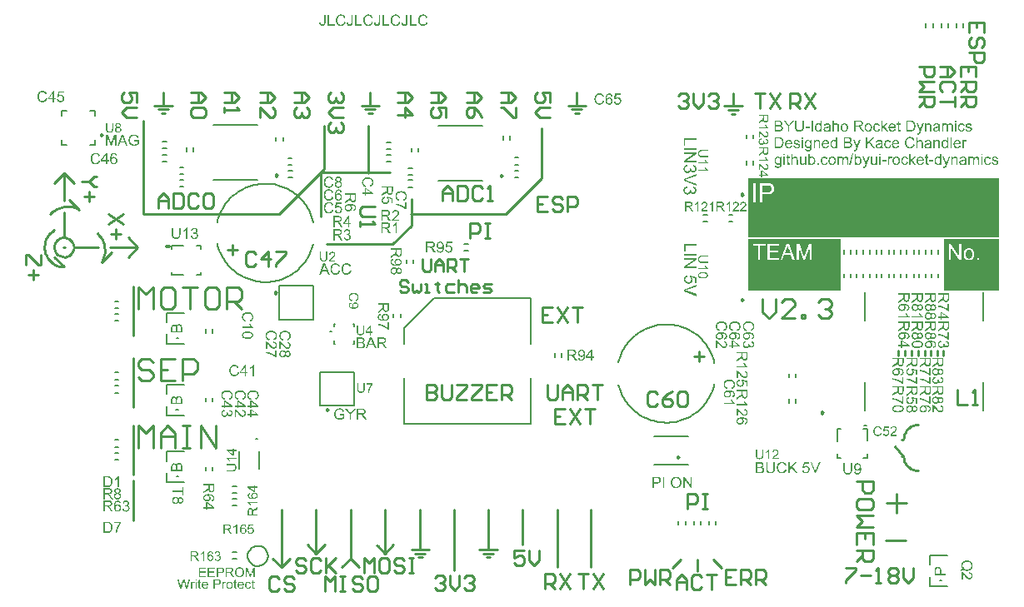
<source format=gto>
G04*
G04 #@! TF.GenerationSoftware,Altium Limited,Altium Designer,18.0.7 (293)*
G04*
G04 Layer_Color=65535*
%FSLAX25Y25*%
%MOIN*%
G70*
G01*
G75*
%ADD10C,0.00551*%
%ADD11C,0.00500*%
%ADD12C,0.01181*%
%ADD13C,0.00984*%
%ADD14C,0.00787*%
%ADD15C,0.00394*%
%ADD16C,0.01000*%
%ADD17C,0.00600*%
G36*
X524213Y309646D02*
X501968D01*
Y330118D01*
X524213D01*
Y309646D01*
D02*
G37*
G36*
X196022Y267398D02*
X196048D01*
X196079Y267394D01*
X196117Y267391D01*
X196155Y267387D01*
X196243Y267368D01*
X196343Y267345D01*
X196442Y267314D01*
X196545Y267268D01*
X196549D01*
X196556Y267261D01*
X196572Y267257D01*
X196587Y267245D01*
X196610Y267234D01*
X196637Y267219D01*
X196698Y267180D01*
X196763Y267131D01*
X196832Y267077D01*
X196897Y267012D01*
X196958Y266944D01*
Y266940D01*
X196965Y266936D01*
X196973Y266925D01*
X196981Y266909D01*
X196992Y266890D01*
X197007Y266867D01*
X197038Y266814D01*
X197072Y266741D01*
X197107Y266661D01*
X197141Y266565D01*
X197171Y266462D01*
Y266459D01*
X197175Y266451D01*
X197179Y266432D01*
X197183Y266409D01*
X197187Y266382D01*
X197194Y266348D01*
X197202Y266309D01*
X197206Y266264D01*
X197213Y266214D01*
X197221Y266160D01*
X197229Y266103D01*
X197233Y266042D01*
X197237Y265973D01*
X197240Y265905D01*
X197244Y265752D01*
Y264075D01*
X192840D01*
Y265775D01*
X192843Y265809D01*
Y265851D01*
X192847Y265901D01*
X192851Y265954D01*
X192855Y266015D01*
X192874Y266145D01*
X192897Y266279D01*
X192931Y266413D01*
X192954Y266474D01*
X192977Y266535D01*
Y266539D01*
X192985Y266550D01*
X192992Y266565D01*
X193004Y266584D01*
X193015Y266611D01*
X193035Y266642D01*
X193080Y266711D01*
X193138Y266787D01*
X193206Y266867D01*
X193290Y266944D01*
X193390Y267012D01*
X193394Y267016D01*
X193401Y267020D01*
X193417Y267028D01*
X193436Y267039D01*
X193462Y267054D01*
X193493Y267070D01*
X193527Y267085D01*
X193565Y267100D01*
X193653Y267131D01*
X193749Y267161D01*
X193856Y267180D01*
X193913Y267188D01*
X193970D01*
X193974D01*
X193982D01*
X193997D01*
X194020Y267184D01*
X194043D01*
X194073Y267180D01*
X194108Y267177D01*
X194142Y267169D01*
X194222Y267150D01*
X194314Y267123D01*
X194406Y267085D01*
X194501Y267032D01*
X194505D01*
X194513Y267024D01*
X194524Y267016D01*
X194543Y267005D01*
X194589Y266967D01*
X194643Y266917D01*
X194708Y266852D01*
X194776Y266772D01*
X194841Y266676D01*
X194902Y266569D01*
Y266573D01*
X194906Y266588D01*
X194914Y266607D01*
X194925Y266634D01*
X194937Y266669D01*
X194956Y266707D01*
X194975Y266749D01*
X194998Y266798D01*
X195051Y266894D01*
X195120Y266997D01*
X195204Y267096D01*
X195254Y267142D01*
X195303Y267184D01*
X195307Y267188D01*
X195315Y267192D01*
X195330Y267203D01*
X195353Y267219D01*
X195380Y267234D01*
X195414Y267253D01*
X195449Y267272D01*
X195491Y267295D01*
X195540Y267314D01*
X195590Y267333D01*
X195643Y267352D01*
X195705Y267368D01*
X195766Y267383D01*
X195831Y267394D01*
X195899Y267398D01*
X195968Y267402D01*
X195972D01*
X195984D01*
X195999D01*
X196022Y267398D01*
D02*
G37*
G36*
X401214Y230584D02*
X400614D01*
X398303Y234042D01*
Y230584D01*
X397745D01*
Y234989D01*
X398341D01*
X400656Y231528D01*
Y234989D01*
X401214D01*
Y230584D01*
D02*
G37*
G36*
X390223D02*
X389639D01*
Y234989D01*
X390223D01*
Y230584D01*
D02*
G37*
G36*
X387248Y234985D02*
X387343D01*
X387450Y234977D01*
X387561Y234970D01*
X387668Y234962D01*
X387717Y234955D01*
X387763Y234947D01*
X387767D01*
X387778Y234943D01*
X387794Y234939D01*
X387817Y234935D01*
X387843Y234928D01*
X387878Y234920D01*
X387954Y234901D01*
X388038Y234870D01*
X388130Y234836D01*
X388222Y234790D01*
X388306Y234737D01*
X388310D01*
X388317Y234729D01*
X388329Y234721D01*
X388344Y234710D01*
X388382Y234676D01*
X388432Y234630D01*
X388489Y234569D01*
X388550Y234496D01*
X388608Y234408D01*
X388661Y234313D01*
Y234309D01*
X388669Y234301D01*
X388672Y234286D01*
X388684Y234267D01*
X388691Y234240D01*
X388703Y234210D01*
X388718Y234175D01*
X388730Y234137D01*
X388741Y234095D01*
X388756Y234049D01*
X388776Y233946D01*
X388791Y233831D01*
X388798Y233713D01*
Y233705D01*
Y233690D01*
X388795Y233660D01*
Y233617D01*
X388787Y233572D01*
X388779Y233514D01*
X388768Y233453D01*
X388753Y233384D01*
X388734Y233312D01*
X388711Y233236D01*
X388680Y233155D01*
X388646Y233075D01*
X388608Y232995D01*
X388558Y232915D01*
X388504Y232838D01*
X388439Y232762D01*
X388436Y232758D01*
X388424Y232747D01*
X388401Y232727D01*
X388371Y232701D01*
X388329Y232674D01*
X388275Y232640D01*
X388214Y232605D01*
X388141Y232571D01*
X388061Y232533D01*
X387966Y232498D01*
X387859Y232464D01*
X387740Y232437D01*
X387611Y232410D01*
X387469Y232391D01*
X387313Y232380D01*
X387144Y232376D01*
X386017D01*
Y230584D01*
X385433D01*
Y234989D01*
X387206D01*
X387248Y234985D01*
D02*
G37*
G36*
X394998Y235061D02*
X395052Y235058D01*
X395113Y235050D01*
X395185Y235042D01*
X395262Y235027D01*
X395346Y235012D01*
X395434Y234993D01*
X395526Y234970D01*
X395617Y234943D01*
X395713Y234909D01*
X395808Y234867D01*
X395904Y234825D01*
X395995Y234771D01*
X395999Y234767D01*
X396018Y234756D01*
X396041Y234740D01*
X396076Y234718D01*
X396118Y234687D01*
X396164Y234653D01*
X396217Y234611D01*
X396270Y234561D01*
X396332Y234507D01*
X396393Y234446D01*
X396454Y234378D01*
X396515Y234305D01*
X396576Y234229D01*
X396633Y234145D01*
X396691Y234053D01*
X396740Y233958D01*
X396744Y233950D01*
X396752Y233934D01*
X396763Y233904D01*
X396782Y233866D01*
X396801Y233816D01*
X396824Y233759D01*
X396847Y233690D01*
X396870Y233617D01*
X396893Y233533D01*
X396920Y233442D01*
X396939Y233346D01*
X396958Y233243D01*
X396977Y233132D01*
X396989Y233021D01*
X396996Y232903D01*
X397000Y232781D01*
Y232773D01*
Y232750D01*
Y232716D01*
X396996Y232666D01*
X396992Y232609D01*
X396985Y232540D01*
X396977Y232464D01*
X396966Y232380D01*
X396950Y232288D01*
X396935Y232193D01*
X396912Y232093D01*
X396885Y231990D01*
X396855Y231887D01*
X396817Y231784D01*
X396778Y231681D01*
X396729Y231581D01*
X396725Y231574D01*
X396717Y231558D01*
X396702Y231532D01*
X396679Y231494D01*
X396652Y231452D01*
X396618Y231402D01*
X396576Y231345D01*
X396530Y231283D01*
X396480Y231222D01*
X396423Y231154D01*
X396358Y231089D01*
X396289Y231024D01*
X396217Y230959D01*
X396137Y230894D01*
X396053Y230837D01*
X395961Y230783D01*
X395957Y230779D01*
X395938Y230772D01*
X395911Y230756D01*
X395873Y230741D01*
X395827Y230722D01*
X395774Y230699D01*
X395713Y230672D01*
X395640Y230649D01*
X395564Y230623D01*
X395483Y230596D01*
X395392Y230573D01*
X395300Y230554D01*
X395205Y230539D01*
X395101Y230523D01*
X394998Y230516D01*
X394891Y230512D01*
X394865D01*
X394830Y230516D01*
X394788D01*
X394731Y230520D01*
X394670Y230527D01*
X394597Y230539D01*
X394521Y230550D01*
X394437Y230565D01*
X394345Y230584D01*
X394253Y230607D01*
X394162Y230638D01*
X394062Y230672D01*
X393967Y230710D01*
X393871Y230756D01*
X393780Y230810D01*
X393776Y230814D01*
X393757Y230825D01*
X393734Y230840D01*
X393700Y230867D01*
X393657Y230898D01*
X393612Y230932D01*
X393558Y230978D01*
X393505Y231028D01*
X393444Y231081D01*
X393383Y231142D01*
X393321Y231211D01*
X393260Y231283D01*
X393199Y231364D01*
X393142Y231448D01*
X393088Y231536D01*
X393039Y231631D01*
X393035Y231639D01*
X393027Y231654D01*
X393016Y231684D01*
X393001Y231723D01*
X392981Y231769D01*
X392958Y231826D01*
X392936Y231891D01*
X392913Y231963D01*
X392890Y232044D01*
X392867Y232128D01*
X392844Y232219D01*
X392825Y232311D01*
X392810Y232410D01*
X392798Y232513D01*
X392790Y232620D01*
X392787Y232727D01*
Y232731D01*
Y232739D01*
Y232754D01*
Y232777D01*
X392790Y232800D01*
Y232834D01*
X392794Y232869D01*
Y232907D01*
X392798Y232953D01*
X392806Y233002D01*
X392817Y233106D01*
X392836Y233224D01*
X392859Y233354D01*
X392890Y233488D01*
X392932Y233629D01*
X392978Y233770D01*
X393035Y233915D01*
X393104Y234053D01*
X393180Y234191D01*
X393272Y234320D01*
X393375Y234443D01*
X393383Y234450D01*
X393402Y234469D01*
X393436Y234500D01*
X393482Y234542D01*
X393539Y234588D01*
X393612Y234641D01*
X393692Y234695D01*
X393787Y234756D01*
X393891Y234813D01*
X394005Y234867D01*
X394131Y234920D01*
X394265Y234970D01*
X394410Y235008D01*
X394563Y235038D01*
X394723Y235058D01*
X394895Y235065D01*
X394956D01*
X394998Y235061D01*
D02*
G37*
G36*
X260355Y262424D02*
X260397D01*
X260447Y262420D01*
X260500Y262416D01*
X260561Y262408D01*
X260627Y262401D01*
X260695Y262389D01*
X260840Y262363D01*
X260989Y262324D01*
X261138Y262271D01*
X261142D01*
X261154Y262263D01*
X261176Y262256D01*
X261203Y262240D01*
X261234Y262225D01*
X261272Y262206D01*
X261314Y262183D01*
X261360Y262156D01*
X261455Y262095D01*
X261555Y262022D01*
X261654Y261935D01*
X261700Y261885D01*
X261742Y261835D01*
X261746Y261831D01*
X261753Y261824D01*
X261761Y261809D01*
X261776Y261786D01*
X261795Y261759D01*
X261818Y261725D01*
X261841Y261686D01*
X261864Y261644D01*
X261891Y261595D01*
X261918Y261537D01*
X261948Y261480D01*
X261975Y261415D01*
X262002Y261346D01*
X262028Y261274D01*
X262051Y261197D01*
X262074Y261117D01*
X261551Y260972D01*
Y260976D01*
X261547Y260987D01*
X261539Y261003D01*
X261532Y261029D01*
X261524Y261056D01*
X261513Y261090D01*
X261482Y261163D01*
X261448Y261247D01*
X261406Y261335D01*
X261356Y261423D01*
X261303Y261499D01*
Y261503D01*
X261295Y261507D01*
X261276Y261530D01*
X261242Y261568D01*
X261196Y261610D01*
X261135Y261660D01*
X261066Y261713D01*
X260978Y261763D01*
X260882Y261809D01*
X260879D01*
X260871Y261812D01*
X260856Y261820D01*
X260837Y261828D01*
X260810Y261835D01*
X260779Y261847D01*
X260745Y261858D01*
X260707Y261870D01*
X260661Y261877D01*
X260615Y261889D01*
X260512Y261908D01*
X260397Y261923D01*
X260275Y261927D01*
X260210D01*
X260176Y261923D01*
X260134Y261919D01*
X260088Y261916D01*
X260038Y261912D01*
X259931Y261896D01*
X259817Y261877D01*
X259698Y261847D01*
X259584Y261805D01*
X259580D01*
X259572Y261801D01*
X259557Y261793D01*
X259534Y261782D01*
X259511Y261770D01*
X259484Y261755D01*
X259416Y261721D01*
X259343Y261671D01*
X259263Y261618D01*
X259186Y261557D01*
X259114Y261484D01*
Y261480D01*
X259106Y261476D01*
X259099Y261465D01*
X259083Y261450D01*
X259053Y261407D01*
X259014Y261354D01*
X258969Y261289D01*
X258923Y261216D01*
X258881Y261136D01*
X258839Y261048D01*
Y261045D01*
X258831Y261029D01*
X258823Y261006D01*
X258812Y260976D01*
X258801Y260938D01*
X258785Y260896D01*
X258770Y260842D01*
X258755Y260785D01*
X258739Y260720D01*
X258724Y260651D01*
X258709Y260579D01*
X258697Y260502D01*
X258678Y260338D01*
X258674Y260250D01*
X258671Y260162D01*
Y260155D01*
Y260136D01*
Y260105D01*
X258674Y260063D01*
X258678Y260013D01*
X258682Y259956D01*
X258686Y259891D01*
X258697Y259818D01*
X258705Y259742D01*
X258720Y259662D01*
X258755Y259497D01*
X258778Y259414D01*
X258808Y259333D01*
X258839Y259253D01*
X258873Y259177D01*
X258877Y259173D01*
X258885Y259161D01*
X258896Y259138D01*
X258911Y259112D01*
X258930Y259081D01*
X258957Y259043D01*
X258988Y259001D01*
X259022Y258955D01*
X259060Y258909D01*
X259106Y258860D01*
X259156Y258814D01*
X259205Y258764D01*
X259263Y258718D01*
X259324Y258672D01*
X259393Y258630D01*
X259461Y258592D01*
X259465Y258588D01*
X259481Y258584D01*
X259500Y258573D01*
X259530Y258562D01*
X259564Y258546D01*
X259607Y258531D01*
X259656Y258516D01*
X259710Y258497D01*
X259771Y258478D01*
X259836Y258462D01*
X259901Y258447D01*
X259973Y258432D01*
X260126Y258409D01*
X260206Y258405D01*
X260286Y258401D01*
X260325D01*
X260351Y258405D01*
X260386D01*
X260424Y258409D01*
X260470Y258413D01*
X260520Y258420D01*
X260573Y258428D01*
X260634Y258436D01*
X260756Y258462D01*
X260890Y258497D01*
X261024Y258546D01*
X261028D01*
X261039Y258554D01*
X261058Y258562D01*
X261085Y258573D01*
X261115Y258584D01*
X261150Y258600D01*
X261230Y258638D01*
X261318Y258688D01*
X261409Y258737D01*
X261497Y258795D01*
X261536Y258825D01*
X261574Y258856D01*
Y259673D01*
X260279D01*
Y260193D01*
X262143D01*
Y258558D01*
X262139Y258554D01*
X262124Y258542D01*
X262101Y258527D01*
X262070Y258501D01*
X262028Y258474D01*
X261982Y258439D01*
X261929Y258405D01*
X261872Y258367D01*
X261807Y258325D01*
X261734Y258283D01*
X261662Y258241D01*
X261585Y258199D01*
X261421Y258119D01*
X261337Y258080D01*
X261253Y258046D01*
X261249D01*
X261234Y258038D01*
X261207Y258031D01*
X261173Y258019D01*
X261135Y258008D01*
X261085Y257992D01*
X261028Y257977D01*
X260966Y257962D01*
X260898Y257943D01*
X260825Y257927D01*
X260749Y257912D01*
X260665Y257901D01*
X260497Y257882D01*
X260409Y257878D01*
X260317Y257874D01*
X260286D01*
X260256Y257878D01*
X260206D01*
X260153Y257882D01*
X260084Y257889D01*
X260011Y257897D01*
X259927Y257908D01*
X259840Y257924D01*
X259748Y257943D01*
X259648Y257962D01*
X259549Y257989D01*
X259446Y258023D01*
X259343Y258057D01*
X259240Y258099D01*
X259140Y258149D01*
X259133Y258153D01*
X259118Y258160D01*
X259091Y258180D01*
X259053Y258203D01*
X259011Y258229D01*
X258957Y258264D01*
X258904Y258306D01*
X258842Y258355D01*
X258778Y258409D01*
X258713Y258466D01*
X258644Y258535D01*
X258579Y258604D01*
X258514Y258684D01*
X258449Y258768D01*
X258392Y258856D01*
X258338Y258951D01*
X258334Y258959D01*
X258327Y258974D01*
X258315Y259005D01*
X258296Y259043D01*
X258277Y259093D01*
X258254Y259154D01*
X258231Y259219D01*
X258205Y259295D01*
X258182Y259379D01*
X258155Y259471D01*
X258132Y259566D01*
X258113Y259669D01*
X258094Y259776D01*
X258082Y259891D01*
X258075Y260009D01*
X258071Y260128D01*
Y260136D01*
Y260158D01*
Y260189D01*
X258075Y260239D01*
X258079Y260292D01*
X258086Y260361D01*
X258094Y260437D01*
X258105Y260518D01*
X258117Y260609D01*
X258136Y260705D01*
X258159Y260804D01*
X258186Y260903D01*
X258216Y261010D01*
X258250Y261117D01*
X258292Y261220D01*
X258338Y261327D01*
X258342Y261335D01*
X258350Y261350D01*
X258365Y261381D01*
X258388Y261419D01*
X258415Y261465D01*
X258449Y261518D01*
X258491Y261576D01*
X258537Y261641D01*
X258587Y261705D01*
X258644Y261774D01*
X258709Y261843D01*
X258778Y261912D01*
X258850Y261981D01*
X258930Y262042D01*
X259018Y262103D01*
X259110Y262156D01*
X259118Y262160D01*
X259133Y262168D01*
X259160Y262183D01*
X259198Y262198D01*
X259247Y262217D01*
X259305Y262240D01*
X259370Y262267D01*
X259446Y262294D01*
X259526Y262317D01*
X259618Y262343D01*
X259714Y262366D01*
X259813Y262385D01*
X259924Y262401D01*
X260034Y262416D01*
X260153Y262424D01*
X260275Y262427D01*
X260321D01*
X260355Y262424D01*
D02*
G37*
G36*
X264828Y259811D02*
Y257947D01*
X264244D01*
Y259811D01*
X262548Y262351D01*
X263255D01*
X264122Y261022D01*
X264126Y261018D01*
X264133Y261006D01*
X264145Y260983D01*
X264164Y260957D01*
X264187Y260926D01*
X264210Y260884D01*
X264240Y260838D01*
X264271Y260789D01*
X264305Y260735D01*
X264339Y260678D01*
X264416Y260552D01*
X264492Y260418D01*
X264573Y260277D01*
X264576Y260281D01*
X264580Y260292D01*
X264592Y260311D01*
X264607Y260338D01*
X264626Y260368D01*
X264649Y260407D01*
X264676Y260453D01*
X264706Y260502D01*
X264741Y260560D01*
X264779Y260617D01*
X264817Y260682D01*
X264859Y260751D01*
X264951Y260896D01*
X265054Y261052D01*
X265906Y262351D01*
X266586D01*
X264828Y259811D01*
D02*
G37*
G36*
X269218Y262347D02*
X269275Y262343D01*
X269336Y262340D01*
X269405Y262336D01*
X269550Y262320D01*
X269699Y262301D01*
X269772Y262286D01*
X269840Y262271D01*
X269905Y262252D01*
X269966Y262229D01*
X269970D01*
X269982Y262225D01*
X269997Y262217D01*
X270016Y262206D01*
X270043Y262191D01*
X270073Y262175D01*
X270142Y262133D01*
X270218Y262076D01*
X270261Y262042D01*
X270303Y262003D01*
X270341Y261961D01*
X270383Y261912D01*
X270421Y261862D01*
X270455Y261809D01*
X270459Y261805D01*
X270463Y261793D01*
X270471Y261778D01*
X270486Y261755D01*
X270497Y261728D01*
X270513Y261694D01*
X270532Y261656D01*
X270547Y261614D01*
X270566Y261568D01*
X270581Y261518D01*
X270612Y261404D01*
X270631Y261281D01*
X270635Y261216D01*
X270639Y261148D01*
Y261144D01*
Y261129D01*
Y261102D01*
X270635Y261071D01*
X270631Y261029D01*
X270623Y260983D01*
X270612Y260930D01*
X270601Y260873D01*
X270585Y260815D01*
X270566Y260751D01*
X270539Y260685D01*
X270509Y260617D01*
X270474Y260552D01*
X270432Y260483D01*
X270387Y260418D01*
X270333Y260357D01*
X270329Y260353D01*
X270318Y260342D01*
X270303Y260327D01*
X270276Y260307D01*
X270245Y260281D01*
X270203Y260250D01*
X270157Y260220D01*
X270104Y260185D01*
X270043Y260151D01*
X269974Y260116D01*
X269894Y260082D01*
X269810Y260051D01*
X269718Y260021D01*
X269619Y259994D01*
X269512Y259971D01*
X269397Y259952D01*
X269401D01*
X269409Y259948D01*
X269420Y259941D01*
X269435Y259933D01*
X269477Y259910D01*
X269527Y259883D01*
X269584Y259849D01*
X269646Y259811D01*
X269699Y259773D01*
X269749Y259731D01*
X269752Y259727D01*
X269760Y259719D01*
X269775Y259708D01*
X269791Y259688D01*
X269813Y259666D01*
X269840Y259639D01*
X269871Y259608D01*
X269905Y259570D01*
X269940Y259528D01*
X269978Y259486D01*
X270058Y259387D01*
X270146Y259272D01*
X270230Y259146D01*
X270994Y257947D01*
X270264D01*
X269684Y258863D01*
X269680Y258867D01*
X269672Y258882D01*
X269661Y258902D01*
X269642Y258928D01*
X269619Y258963D01*
X269596Y259001D01*
X269565Y259043D01*
X269535Y259085D01*
X269470Y259184D01*
X269397Y259284D01*
X269328Y259379D01*
X269294Y259425D01*
X269264Y259467D01*
Y259471D01*
X269256Y259475D01*
X269248Y259486D01*
X269237Y259501D01*
X269206Y259540D01*
X269164Y259585D01*
X269118Y259631D01*
X269069Y259681D01*
X269015Y259727D01*
X268966Y259761D01*
X268962Y259765D01*
X268943Y259776D01*
X268916Y259788D01*
X268885Y259807D01*
X268843Y259826D01*
X268801Y259845D01*
X268752Y259864D01*
X268702Y259879D01*
X268698D01*
X268683Y259883D01*
X268660Y259887D01*
X268625Y259891D01*
X268580Y259895D01*
X268522Y259899D01*
X268458Y259902D01*
X267705D01*
Y257947D01*
X267120D01*
Y262351D01*
X269168D01*
X269218Y262347D01*
D02*
G37*
G36*
X197784Y227410D02*
X197265D01*
Y228870D01*
X193380D01*
Y229454D01*
X197265D01*
Y230906D01*
X197784D01*
Y227410D01*
D02*
G37*
G36*
X194724Y227040D02*
X194763Y227036D01*
X194805Y227032D01*
X194850Y227024D01*
X194904Y227017D01*
X195018Y226990D01*
X195080Y226971D01*
X195137Y226952D01*
X195198Y226925D01*
X195259Y226898D01*
X195316Y226864D01*
X195374Y226826D01*
X195378Y226822D01*
X195385Y226814D01*
X195401Y226803D01*
X195420Y226784D01*
X195442Y226765D01*
X195473Y226734D01*
X195500Y226704D01*
X195530Y226665D01*
X195565Y226623D01*
X195599Y226577D01*
X195630Y226528D01*
X195664Y226470D01*
X195691Y226409D01*
X195721Y226344D01*
X195744Y226276D01*
X195767Y226203D01*
Y226207D01*
X195775Y226218D01*
X195779Y226234D01*
X195790Y226260D01*
X195801Y226287D01*
X195817Y226318D01*
X195859Y226394D01*
X195908Y226474D01*
X195966Y226558D01*
X196038Y226639D01*
X196077Y226673D01*
X196119Y226707D01*
X196122D01*
X196130Y226715D01*
X196142Y226723D01*
X196161Y226734D01*
X196180Y226746D01*
X196206Y226757D01*
X196237Y226772D01*
X196271Y226788D01*
X196352Y226818D01*
X196447Y226841D01*
X196550Y226860D01*
X196665Y226868D01*
X196669D01*
X196688D01*
X196711Y226864D01*
X196745D01*
X196787Y226856D01*
X196833Y226849D01*
X196886Y226837D01*
X196944Y226826D01*
X197005Y226807D01*
X197070Y226784D01*
X197139Y226757D01*
X197207Y226723D01*
X197276Y226684D01*
X197341Y226639D01*
X197406Y226585D01*
X197471Y226524D01*
X197475Y226520D01*
X197486Y226509D01*
X197501Y226490D01*
X197521Y226459D01*
X197547Y226425D01*
X197574Y226383D01*
X197605Y226333D01*
X197635Y226279D01*
X197666Y226215D01*
X197696Y226146D01*
X197723Y226069D01*
X197750Y225989D01*
X197769Y225901D01*
X197784Y225806D01*
X197796Y225707D01*
X197799Y225603D01*
Y225577D01*
X197796Y225546D01*
Y225508D01*
X197788Y225458D01*
X197780Y225401D01*
X197773Y225340D01*
X197757Y225271D01*
X197738Y225198D01*
X197719Y225122D01*
X197689Y225046D01*
X197658Y224969D01*
X197620Y224893D01*
X197574Y224816D01*
X197524Y224744D01*
X197463Y224675D01*
X197459Y224671D01*
X197448Y224660D01*
X197429Y224641D01*
X197402Y224618D01*
X197372Y224591D01*
X197333Y224564D01*
X197287Y224530D01*
X197234Y224496D01*
X197181Y224465D01*
X197116Y224431D01*
X197051Y224404D01*
X196978Y224373D01*
X196902Y224354D01*
X196821Y224335D01*
X196737Y224324D01*
X196650Y224320D01*
X196646D01*
X196634D01*
X196619D01*
X196600Y224324D01*
X196573D01*
X196543Y224327D01*
X196470Y224339D01*
X196386Y224358D01*
X196294Y224389D01*
X196203Y224431D01*
X196157Y224453D01*
X196115Y224484D01*
X196111D01*
X196103Y224492D01*
X196092Y224499D01*
X196077Y224515D01*
X196057Y224530D01*
X196038Y224553D01*
X196012Y224576D01*
X195989Y224606D01*
X195958Y224637D01*
X195931Y224675D01*
X195901Y224713D01*
X195874Y224759D01*
X195844Y224805D01*
X195817Y224858D01*
X195790Y224912D01*
X195767Y224973D01*
Y224969D01*
X195759Y224954D01*
X195752Y224935D01*
X195740Y224908D01*
X195729Y224874D01*
X195710Y224832D01*
X195687Y224790D01*
X195664Y224744D01*
X195603Y224644D01*
X195530Y224541D01*
X195442Y224442D01*
X195393Y224396D01*
X195339Y224354D01*
X195335Y224350D01*
X195328Y224347D01*
X195309Y224335D01*
X195286Y224320D01*
X195259Y224305D01*
X195225Y224285D01*
X195186Y224266D01*
X195141Y224247D01*
X195091Y224228D01*
X195041Y224209D01*
X194980Y224190D01*
X194919Y224175D01*
X194785Y224148D01*
X194717Y224144D01*
X194640Y224140D01*
X194633D01*
X194614D01*
X194587Y224144D01*
X194545Y224148D01*
X194499Y224152D01*
X194442Y224163D01*
X194377Y224175D01*
X194308Y224190D01*
X194235Y224213D01*
X194159Y224240D01*
X194082Y224270D01*
X194002Y224308D01*
X193922Y224354D01*
X193842Y224408D01*
X193762Y224469D01*
X193689Y224541D01*
X193685Y224545D01*
X193674Y224560D01*
X193655Y224583D01*
X193628Y224614D01*
X193601Y224656D01*
X193567Y224702D01*
X193533Y224759D01*
X193498Y224824D01*
X193464Y224897D01*
X193429Y224973D01*
X193395Y225061D01*
X193368Y225153D01*
X193342Y225252D01*
X193322Y225359D01*
X193311Y225473D01*
X193307Y225592D01*
Y225622D01*
X193311Y225653D01*
X193315Y225699D01*
X193319Y225756D01*
X193326Y225821D01*
X193338Y225890D01*
X193357Y225970D01*
X193376Y226050D01*
X193403Y226134D01*
X193433Y226222D01*
X193471Y226314D01*
X193513Y226402D01*
X193567Y226486D01*
X193624Y226570D01*
X193693Y226646D01*
X193697Y226650D01*
X193712Y226661D01*
X193731Y226684D01*
X193762Y226707D01*
X193800Y226738D01*
X193846Y226772D01*
X193899Y226807D01*
X193956Y226845D01*
X194025Y226883D01*
X194098Y226917D01*
X194174Y226952D01*
X194262Y226982D01*
X194350Y227005D01*
X194446Y227024D01*
X194545Y227040D01*
X194652Y227044D01*
X194656D01*
X194671D01*
X194694D01*
X194724Y227040D01*
D02*
G37*
G36*
X210186Y230236D02*
X210182Y230186D01*
X210178Y230129D01*
X210174Y230068D01*
X210170Y229999D01*
X210155Y229854D01*
X210136Y229705D01*
X210121Y229632D01*
X210105Y229564D01*
X210086Y229499D01*
X210064Y229438D01*
Y229434D01*
X210060Y229422D01*
X210052Y229407D01*
X210040Y229388D01*
X210025Y229361D01*
X210010Y229331D01*
X209968Y229262D01*
X209911Y229185D01*
X209876Y229143D01*
X209838Y229101D01*
X209796Y229063D01*
X209746Y229021D01*
X209697Y228983D01*
X209643Y228949D01*
X209639Y228945D01*
X209628Y228941D01*
X209613Y228933D01*
X209590Y228918D01*
X209563Y228907D01*
X209529Y228891D01*
X209490Y228872D01*
X209448Y228857D01*
X209403Y228838D01*
X209353Y228822D01*
X209238Y228792D01*
X209116Y228773D01*
X209051Y228769D01*
X208982Y228765D01*
X208979D01*
X208963D01*
X208937D01*
X208906Y228769D01*
X208864Y228773D01*
X208818Y228781D01*
X208765Y228792D01*
X208707Y228803D01*
X208650Y228819D01*
X208585Y228838D01*
X208520Y228865D01*
X208451Y228895D01*
X208386Y228929D01*
X208318Y228972D01*
X208253Y229017D01*
X208192Y229071D01*
X208188Y229075D01*
X208176Y229086D01*
X208161Y229101D01*
X208142Y229128D01*
X208115Y229159D01*
X208085Y229201D01*
X208054Y229247D01*
X208020Y229300D01*
X207985Y229361D01*
X207951Y229430D01*
X207917Y229510D01*
X207886Y229594D01*
X207856Y229686D01*
X207829Y229785D01*
X207806Y229892D01*
X207787Y230007D01*
Y230003D01*
X207783Y229995D01*
X207775Y229984D01*
X207768Y229969D01*
X207745Y229926D01*
X207718Y229877D01*
X207684Y229820D01*
X207645Y229758D01*
X207607Y229705D01*
X207565Y229655D01*
X207561Y229651D01*
X207554Y229644D01*
X207542Y229629D01*
X207523Y229613D01*
X207500Y229590D01*
X207473Y229564D01*
X207443Y229533D01*
X207405Y229499D01*
X207363Y229464D01*
X207321Y229426D01*
X207221Y229346D01*
X207107Y229258D01*
X206981Y229174D01*
X205781Y228410D01*
Y229140D01*
X206698Y229720D01*
X206702Y229724D01*
X206717Y229732D01*
X206736Y229743D01*
X206763Y229762D01*
X206797Y229785D01*
X206836Y229808D01*
X206878Y229839D01*
X206920Y229869D01*
X207019Y229934D01*
X207118Y230007D01*
X207214Y230076D01*
X207260Y230110D01*
X207302Y230140D01*
X207305D01*
X207309Y230148D01*
X207321Y230156D01*
X207336Y230167D01*
X207374Y230198D01*
X207420Y230240D01*
X207466Y230286D01*
X207516Y230335D01*
X207561Y230389D01*
X207596Y230438D01*
X207600Y230442D01*
X207611Y230461D01*
X207623Y230488D01*
X207642Y230519D01*
X207661Y230561D01*
X207680Y230603D01*
X207699Y230652D01*
X207714Y230702D01*
Y230706D01*
X207718Y230721D01*
X207722Y230744D01*
X207726Y230778D01*
X207729Y230824D01*
X207733Y230882D01*
X207737Y230946D01*
Y231699D01*
X205781D01*
Y232283D01*
X210186D01*
Y230236D01*
D02*
G37*
G36*
X207928Y228089D02*
X207962D01*
X208004D01*
X208050Y228085D01*
X208100Y228081D01*
X208154Y228078D01*
X208211Y228074D01*
X208276Y228066D01*
X208409Y228055D01*
X208551Y228036D01*
X208700Y228009D01*
X208853Y227978D01*
X209009Y227940D01*
X209162Y227894D01*
X209311Y227841D01*
X209452Y227780D01*
X209582Y227707D01*
X209639Y227665D01*
X209697Y227623D01*
X209704Y227619D01*
X209720Y227604D01*
X209743Y227581D01*
X209777Y227547D01*
X209815Y227505D01*
X209857Y227455D01*
X209903Y227398D01*
X209949Y227329D01*
X209995Y227253D01*
X210040Y227168D01*
X210083Y227081D01*
X210121Y226981D01*
X210155Y226874D01*
X210178Y226760D01*
X210197Y226638D01*
X210201Y226511D01*
Y226462D01*
X210197Y226424D01*
X210193Y226382D01*
X210186Y226328D01*
X210178Y226271D01*
X210163Y226210D01*
X210148Y226145D01*
X210128Y226076D01*
X210105Y226003D01*
X210079Y225935D01*
X210044Y225862D01*
X210002Y225793D01*
X209960Y225725D01*
X209907Y225660D01*
X209903Y225656D01*
X209895Y225644D01*
X209876Y225629D01*
X209853Y225606D01*
X209823Y225579D01*
X209788Y225549D01*
X209746Y225518D01*
X209697Y225484D01*
X209643Y225449D01*
X209582Y225415D01*
X209517Y225381D01*
X209445Y225350D01*
X209368Y225320D01*
X209288Y225297D01*
X209196Y225274D01*
X209105Y225258D01*
X209063Y225797D01*
X209066D01*
X209078Y225801D01*
X209093Y225805D01*
X209116Y225809D01*
X209139Y225816D01*
X209170Y225828D01*
X209238Y225851D01*
X209315Y225881D01*
X209391Y225916D01*
X209464Y225957D01*
X209494Y225980D01*
X209525Y226003D01*
X209529Y226007D01*
X209536Y226015D01*
X209548Y226026D01*
X209563Y226042D01*
X209578Y226064D01*
X209597Y226091D01*
X209620Y226122D01*
X209643Y226152D01*
X209685Y226233D01*
X209723Y226324D01*
X209735Y226378D01*
X209746Y226431D01*
X209754Y226488D01*
X209758Y226546D01*
Y226573D01*
X209754Y226588D01*
Y226611D01*
X209750Y226638D01*
X209739Y226699D01*
X209723Y226771D01*
X209697Y226848D01*
X209662Y226924D01*
X209613Y227000D01*
X209609Y227004D01*
X209605Y227012D01*
X209594Y227023D01*
X209578Y227042D01*
X209559Y227065D01*
X209536Y227088D01*
X209506Y227115D01*
X209475Y227146D01*
X209437Y227180D01*
X209399Y227210D01*
X209353Y227245D01*
X209303Y227279D01*
X209250Y227314D01*
X209192Y227344D01*
X209131Y227375D01*
X209066Y227405D01*
X209063D01*
X209051Y227413D01*
X209028Y227417D01*
X209001Y227428D01*
X208963Y227440D01*
X208917Y227451D01*
X208868Y227466D01*
X208807Y227478D01*
X208738Y227493D01*
X208662Y227505D01*
X208577Y227516D01*
X208490Y227528D01*
X208390Y227539D01*
X208283Y227547D01*
X208173Y227551D01*
X208050Y227554D01*
X208054Y227551D01*
X208062Y227547D01*
X208077Y227535D01*
X208100Y227520D01*
X208123Y227501D01*
X208154Y227478D01*
X208218Y227421D01*
X208291Y227352D01*
X208364Y227272D01*
X208432Y227180D01*
X208493Y227077D01*
Y227073D01*
X208501Y227065D01*
X208509Y227050D01*
X208516Y227027D01*
X208528Y227000D01*
X208539Y226970D01*
X208551Y226936D01*
X208566Y226897D01*
X208593Y226809D01*
X208616Y226706D01*
X208631Y226599D01*
X208639Y226485D01*
Y226462D01*
X208635Y226431D01*
X208631Y226393D01*
X208627Y226347D01*
X208616Y226294D01*
X208604Y226233D01*
X208589Y226168D01*
X208566Y226099D01*
X208539Y226023D01*
X208509Y225946D01*
X208471Y225870D01*
X208425Y225789D01*
X208371Y225713D01*
X208310Y225637D01*
X208238Y225564D01*
X208234Y225560D01*
X208218Y225549D01*
X208195Y225530D01*
X208165Y225503D01*
X208127Y225476D01*
X208077Y225442D01*
X208024Y225408D01*
X207959Y225373D01*
X207890Y225339D01*
X207814Y225304D01*
X207729Y225270D01*
X207638Y225243D01*
X207538Y225217D01*
X207435Y225197D01*
X207325Y225186D01*
X207210Y225182D01*
X207206D01*
X207191D01*
X207168D01*
X207141Y225186D01*
X207103D01*
X207061Y225190D01*
X207011Y225197D01*
X206958Y225205D01*
X206901Y225213D01*
X206839Y225224D01*
X206713Y225258D01*
X206576Y225301D01*
X206511Y225331D01*
X206442Y225362D01*
X206438Y225365D01*
X206427Y225369D01*
X206408Y225381D01*
X206385Y225396D01*
X206354Y225411D01*
X206320Y225434D01*
X206240Y225491D01*
X206152Y225560D01*
X206060Y225644D01*
X205976Y225744D01*
X205934Y225797D01*
X205896Y225854D01*
X205892Y225858D01*
X205888Y225870D01*
X205881Y225885D01*
X205865Y225908D01*
X205854Y225938D01*
X205838Y225973D01*
X205819Y226015D01*
X205804Y226061D01*
X205785Y226110D01*
X205770Y226164D01*
X205751Y226225D01*
X205739Y226286D01*
X205716Y226420D01*
X205713Y226492D01*
X205709Y226565D01*
Y226595D01*
X205713Y226630D01*
X205716Y226676D01*
X205724Y226733D01*
X205735Y226802D01*
X205751Y226874D01*
X205770Y226955D01*
X205797Y227042D01*
X205831Y227130D01*
X205869Y227222D01*
X205919Y227318D01*
X205976Y227409D01*
X206041Y227497D01*
X206117Y227585D01*
X206205Y227669D01*
X206213Y227673D01*
X206228Y227688D01*
X206259Y227707D01*
X206301Y227734D01*
X206354Y227768D01*
X206423Y227803D01*
X206503Y227841D01*
X206595Y227879D01*
X206702Y227921D01*
X206824Y227959D01*
X206958Y227994D01*
X207103Y228028D01*
X207267Y228055D01*
X207443Y228074D01*
X207634Y228089D01*
X207840Y228093D01*
X207844D01*
X207856D01*
X207871D01*
X207897D01*
X207928Y228089D01*
D02*
G37*
G36*
X210186Y222817D02*
Y222374D01*
X207332D01*
Y221778D01*
X206836D01*
Y222374D01*
X205781D01*
Y222917D01*
X206836D01*
Y224827D01*
X207332D01*
X210186Y222817D01*
D02*
G37*
G36*
X524213Y330906D02*
X423622D01*
Y354528D01*
X524213D01*
Y330906D01*
D02*
G37*
G36*
X196041Y296138D02*
X196068D01*
X196099Y296134D01*
X196137Y296131D01*
X196175Y296127D01*
X196263Y296108D01*
X196362Y296085D01*
X196462Y296054D01*
X196565Y296008D01*
X196569D01*
X196576Y296001D01*
X196591Y295997D01*
X196607Y295986D01*
X196630Y295974D01*
X196656Y295959D01*
X196718Y295921D01*
X196783Y295871D01*
X196851Y295817D01*
X196916Y295753D01*
X196977Y295684D01*
Y295680D01*
X196985Y295676D01*
X196993Y295665D01*
X197000Y295649D01*
X197012Y295630D01*
X197027Y295607D01*
X197057Y295554D01*
X197092Y295481D01*
X197126Y295401D01*
X197161Y295306D01*
X197191Y295202D01*
Y295199D01*
X197195Y295191D01*
X197199Y295172D01*
X197203Y295149D01*
X197206Y295122D01*
X197214Y295088D01*
X197222Y295050D01*
X197226Y295004D01*
X197233Y294954D01*
X197241Y294901D01*
X197248Y294843D01*
X197252Y294782D01*
X197256Y294713D01*
X197260Y294645D01*
X197264Y294492D01*
Y292815D01*
X192859D01*
Y294515D01*
X192863Y294549D01*
Y294591D01*
X192867Y294641D01*
X192871Y294694D01*
X192875Y294756D01*
X192894Y294885D01*
X192917Y295019D01*
X192951Y295153D01*
X192974Y295214D01*
X192997Y295275D01*
Y295279D01*
X193005Y295290D01*
X193012Y295306D01*
X193024Y295325D01*
X193035Y295351D01*
X193054Y295382D01*
X193100Y295451D01*
X193157Y295527D01*
X193226Y295607D01*
X193310Y295684D01*
X193409Y295753D01*
X193413Y295756D01*
X193421Y295760D01*
X193436Y295768D01*
X193455Y295779D01*
X193482Y295795D01*
X193512Y295810D01*
X193547Y295825D01*
X193585Y295840D01*
X193673Y295871D01*
X193769Y295901D01*
X193875Y295921D01*
X193933Y295928D01*
X193990D01*
X193994D01*
X194001D01*
X194017D01*
X194040Y295924D01*
X194063D01*
X194093Y295921D01*
X194128Y295917D01*
X194162Y295909D01*
X194242Y295890D01*
X194334Y295863D01*
X194425Y295825D01*
X194521Y295772D01*
X194525D01*
X194533Y295764D01*
X194544Y295756D01*
X194563Y295745D01*
X194609Y295707D01*
X194662Y295657D01*
X194727Y295592D01*
X194796Y295512D01*
X194861Y295416D01*
X194922Y295309D01*
Y295313D01*
X194926Y295328D01*
X194934Y295348D01*
X194945Y295374D01*
X194957Y295409D01*
X194976Y295447D01*
X194995Y295489D01*
X195018Y295539D01*
X195071Y295634D01*
X195140Y295737D01*
X195224Y295837D01*
X195274Y295882D01*
X195323Y295924D01*
X195327Y295928D01*
X195335Y295932D01*
X195350Y295943D01*
X195373Y295959D01*
X195400Y295974D01*
X195434Y295993D01*
X195468Y296012D01*
X195510Y296035D01*
X195560Y296054D01*
X195610Y296073D01*
X195663Y296093D01*
X195724Y296108D01*
X195785Y296123D01*
X195850Y296134D01*
X195919Y296138D01*
X195988Y296142D01*
X195992D01*
X196003D01*
X196019D01*
X196041Y296138D01*
D02*
G37*
G36*
X460630Y309646D02*
X423622D01*
Y330118D01*
X460630D01*
Y309646D01*
D02*
G37*
G36*
X196041Y240627D02*
X196068D01*
X196099Y240623D01*
X196137Y240619D01*
X196175Y240615D01*
X196263Y240596D01*
X196362Y240573D01*
X196462Y240543D01*
X196565Y240497D01*
X196569D01*
X196576Y240489D01*
X196591Y240485D01*
X196607Y240474D01*
X196630Y240462D01*
X196656Y240447D01*
X196718Y240409D01*
X196783Y240359D01*
X196851Y240306D01*
X196916Y240241D01*
X196977Y240172D01*
Y240168D01*
X196985Y240164D01*
X196993Y240153D01*
X197000Y240138D01*
X197012Y240119D01*
X197027Y240096D01*
X197057Y240042D01*
X197092Y239969D01*
X197126Y239889D01*
X197161Y239794D01*
X197191Y239691D01*
Y239687D01*
X197195Y239679D01*
X197199Y239660D01*
X197203Y239637D01*
X197206Y239610D01*
X197214Y239576D01*
X197222Y239538D01*
X197226Y239492D01*
X197233Y239442D01*
X197241Y239389D01*
X197248Y239332D01*
X197252Y239270D01*
X197256Y239202D01*
X197260Y239133D01*
X197264Y238980D01*
Y237303D01*
X192859D01*
Y239003D01*
X192863Y239037D01*
Y239079D01*
X192867Y239129D01*
X192871Y239183D01*
X192875Y239244D01*
X192894Y239374D01*
X192917Y239507D01*
X192951Y239641D01*
X192974Y239702D01*
X192997Y239763D01*
Y239767D01*
X193005Y239778D01*
X193012Y239794D01*
X193024Y239813D01*
X193035Y239840D01*
X193054Y239870D01*
X193100Y239939D01*
X193157Y240015D01*
X193226Y240096D01*
X193310Y240172D01*
X193409Y240241D01*
X193413Y240245D01*
X193421Y240248D01*
X193436Y240256D01*
X193455Y240267D01*
X193482Y240283D01*
X193512Y240298D01*
X193547Y240313D01*
X193585Y240329D01*
X193673Y240359D01*
X193769Y240390D01*
X193875Y240409D01*
X193933Y240416D01*
X193990D01*
X193994D01*
X194001D01*
X194017D01*
X194040Y240413D01*
X194063D01*
X194093Y240409D01*
X194128Y240405D01*
X194162Y240397D01*
X194242Y240378D01*
X194334Y240352D01*
X194425Y240313D01*
X194521Y240260D01*
X194525D01*
X194533Y240252D01*
X194544Y240245D01*
X194563Y240233D01*
X194609Y240195D01*
X194662Y240145D01*
X194727Y240080D01*
X194796Y240000D01*
X194861Y239905D01*
X194922Y239798D01*
Y239801D01*
X194926Y239817D01*
X194934Y239836D01*
X194945Y239862D01*
X194957Y239897D01*
X194976Y239935D01*
X194995Y239977D01*
X195018Y240027D01*
X195071Y240122D01*
X195140Y240225D01*
X195224Y240325D01*
X195274Y240371D01*
X195323Y240413D01*
X195327Y240416D01*
X195335Y240420D01*
X195350Y240432D01*
X195373Y240447D01*
X195400Y240462D01*
X195434Y240481D01*
X195468Y240500D01*
X195510Y240523D01*
X195560Y240543D01*
X195610Y240562D01*
X195663Y240581D01*
X195724Y240596D01*
X195785Y240611D01*
X195850Y240623D01*
X195919Y240627D01*
X195988Y240630D01*
X195992D01*
X196003D01*
X196019D01*
X196041Y240627D01*
D02*
G37*
G36*
X263163Y320495D02*
X263209D01*
X263266Y320487D01*
X263331Y320479D01*
X263404Y320472D01*
X263484Y320456D01*
X263572Y320437D01*
X263660Y320414D01*
X263751Y320388D01*
X263847Y320353D01*
X263939Y320315D01*
X264034Y320269D01*
X264122Y320219D01*
X264210Y320158D01*
X264214Y320155D01*
X264229Y320143D01*
X264252Y320124D01*
X264282Y320097D01*
X264321Y320063D01*
X264363Y320021D01*
X264408Y319971D01*
X264458Y319914D01*
X264508Y319849D01*
X264561Y319780D01*
X264615Y319700D01*
X264664Y319616D01*
X264714Y319524D01*
X264760Y319429D01*
X264802Y319322D01*
X264840Y319211D01*
X264267Y319077D01*
Y319081D01*
X264260Y319100D01*
X264252Y319123D01*
X264236Y319158D01*
X264221Y319196D01*
X264202Y319241D01*
X264179Y319291D01*
X264153Y319345D01*
X264088Y319459D01*
X264011Y319574D01*
X263969Y319631D01*
X263923Y319685D01*
X263874Y319734D01*
X263820Y319776D01*
X263816Y319780D01*
X263809Y319788D01*
X263790Y319795D01*
X263767Y319811D01*
X263740Y319826D01*
X263706Y319845D01*
X263664Y319868D01*
X263621Y319887D01*
X263568Y319906D01*
X263515Y319929D01*
X263454Y319948D01*
X263388Y319964D01*
X263320Y319979D01*
X263247Y319990D01*
X263167Y319994D01*
X263087Y319998D01*
X263037D01*
X263003Y319994D01*
X262957Y319990D01*
X262907Y319986D01*
X262850Y319979D01*
X262789Y319967D01*
X262724Y319956D01*
X262655Y319937D01*
X262586Y319918D01*
X262514Y319895D01*
X262445Y319868D01*
X262372Y319834D01*
X262304Y319795D01*
X262239Y319753D01*
X262235Y319750D01*
X262223Y319742D01*
X262208Y319727D01*
X262185Y319708D01*
X262155Y319685D01*
X262124Y319654D01*
X262090Y319620D01*
X262052Y319582D01*
X262013Y319536D01*
X261971Y319486D01*
X261933Y319432D01*
X261895Y319375D01*
X261857Y319314D01*
X261822Y319245D01*
X261788Y319177D01*
X261761Y319100D01*
Y319096D01*
X261754Y319081D01*
X261750Y319058D01*
X261738Y319031D01*
X261731Y318993D01*
X261719Y318947D01*
X261704Y318898D01*
X261692Y318840D01*
X261681Y318779D01*
X261666Y318714D01*
X261654Y318646D01*
X261647Y318573D01*
X261631Y318416D01*
X261624Y318256D01*
Y318248D01*
Y318233D01*
Y318202D01*
X261628Y318161D01*
Y318115D01*
X261631Y318057D01*
X261639Y317992D01*
X261643Y317924D01*
X261654Y317847D01*
X261662Y317771D01*
X261692Y317607D01*
X261731Y317439D01*
X261784Y317274D01*
X261788Y317270D01*
X261792Y317255D01*
X261803Y317236D01*
X261815Y317206D01*
X261834Y317171D01*
X261853Y317133D01*
X261880Y317087D01*
X261910Y317041D01*
X261945Y316992D01*
X261979Y316938D01*
X262021Y316888D01*
X262067Y316835D01*
X262116Y316785D01*
X262170Y316739D01*
X262231Y316694D01*
X262292Y316652D01*
X262296Y316648D01*
X262308Y316644D01*
X262327Y316633D01*
X262353Y316621D01*
X262384Y316606D01*
X262422Y316587D01*
X262468Y316567D01*
X262517Y316548D01*
X262571Y316529D01*
X262628Y316510D01*
X262689Y316495D01*
X262754Y316476D01*
X262892Y316453D01*
X262968Y316449D01*
X263041Y316445D01*
X263064D01*
X263087Y316449D01*
X263121D01*
X263163Y316453D01*
X263213Y316461D01*
X263270Y316468D01*
X263327Y316480D01*
X263392Y316495D01*
X263457Y316514D01*
X263526Y316537D01*
X263599Y316564D01*
X263667Y316594D01*
X263736Y316633D01*
X263805Y316674D01*
X263870Y316724D01*
X263874Y316728D01*
X263885Y316736D01*
X263900Y316755D01*
X263923Y316778D01*
X263954Y316808D01*
X263984Y316843D01*
X264019Y316885D01*
X264057Y316934D01*
X264095Y316992D01*
X264133Y317053D01*
X264172Y317121D01*
X264210Y317198D01*
X264244Y317278D01*
X264279Y317366D01*
X264305Y317461D01*
X264332Y317561D01*
X264916Y317416D01*
Y317412D01*
X264913Y317408D01*
Y317396D01*
X264909Y317385D01*
X264897Y317347D01*
X264882Y317297D01*
X264859Y317236D01*
X264832Y317167D01*
X264802Y317091D01*
X264764Y317011D01*
X264722Y316923D01*
X264676Y316831D01*
X264622Y316739D01*
X264561Y316652D01*
X264493Y316560D01*
X264420Y316476D01*
X264344Y316396D01*
X264256Y316319D01*
X264252Y316315D01*
X264233Y316304D01*
X264206Y316285D01*
X264172Y316262D01*
X264126Y316231D01*
X264069Y316201D01*
X264003Y316166D01*
X263931Y316132D01*
X263851Y316098D01*
X263763Y316063D01*
X263667Y316033D01*
X263564Y316002D01*
X263454Y315979D01*
X263339Y315960D01*
X263217Y315949D01*
X263090Y315945D01*
X263060D01*
X263022Y315949D01*
X262972D01*
X262911Y315952D01*
X262842Y315960D01*
X262766Y315968D01*
X262678Y315979D01*
X262590Y315995D01*
X262495Y316014D01*
X262399Y316037D01*
X262304Y316067D01*
X262204Y316098D01*
X262113Y316136D01*
X262021Y316182D01*
X261933Y316231D01*
X261929Y316235D01*
X261914Y316247D01*
X261891Y316262D01*
X261860Y316285D01*
X261822Y316315D01*
X261780Y316354D01*
X261731Y316396D01*
X261681Y316445D01*
X261628Y316503D01*
X261570Y316564D01*
X261513Y316633D01*
X261459Y316709D01*
X261402Y316789D01*
X261349Y316877D01*
X261299Y316972D01*
X261253Y317072D01*
X261249Y317079D01*
X261242Y317098D01*
X261230Y317125D01*
X261219Y317167D01*
X261200Y317217D01*
X261180Y317278D01*
X261161Y317347D01*
X261139Y317427D01*
X261116Y317511D01*
X261097Y317603D01*
X261077Y317698D01*
X261058Y317801D01*
X261047Y317908D01*
X261035Y318019D01*
X261028Y318134D01*
X261024Y318252D01*
Y318256D01*
Y318260D01*
Y318283D01*
Y318321D01*
X261028Y318367D01*
X261032Y318428D01*
X261039Y318497D01*
X261047Y318573D01*
X261058Y318661D01*
X261070Y318753D01*
X261089Y318848D01*
X261108Y318947D01*
X261135Y319047D01*
X261165Y319150D01*
X261200Y319253D01*
X261238Y319352D01*
X261284Y319452D01*
X261287Y319459D01*
X261295Y319475D01*
X261310Y319501D01*
X261333Y319536D01*
X261360Y319578D01*
X261395Y319627D01*
X261433Y319681D01*
X261475Y319742D01*
X261528Y319803D01*
X261582Y319868D01*
X261643Y319933D01*
X261712Y319998D01*
X261784Y320059D01*
X261860Y320120D01*
X261945Y320177D01*
X262032Y320231D01*
X262036Y320235D01*
X262055Y320242D01*
X262082Y320254D01*
X262116Y320273D01*
X262162Y320292D01*
X262216Y320315D01*
X262277Y320342D01*
X262350Y320365D01*
X262422Y320391D01*
X262506Y320414D01*
X262594Y320437D01*
X262686Y320456D01*
X262785Y320475D01*
X262884Y320487D01*
X262991Y320495D01*
X263098Y320498D01*
X263129D01*
X263163Y320495D01*
D02*
G37*
G36*
X258720D02*
X258766D01*
X258824Y320487D01*
X258889Y320479D01*
X258961Y320472D01*
X259041Y320456D01*
X259129Y320437D01*
X259217Y320414D01*
X259309Y320388D01*
X259404Y320353D01*
X259496Y320315D01*
X259591Y320269D01*
X259679Y320219D01*
X259767Y320158D01*
X259771Y320155D01*
X259786Y320143D01*
X259809Y320124D01*
X259840Y320097D01*
X259878Y320063D01*
X259920Y320021D01*
X259966Y319971D01*
X260016Y319914D01*
X260065Y319849D01*
X260119Y319780D01*
X260172Y319700D01*
X260222Y319616D01*
X260271Y319524D01*
X260317Y319429D01*
X260359Y319322D01*
X260397Y319211D01*
X259824Y319077D01*
Y319081D01*
X259817Y319100D01*
X259809Y319123D01*
X259794Y319158D01*
X259779Y319196D01*
X259759Y319241D01*
X259737Y319291D01*
X259710Y319345D01*
X259645Y319459D01*
X259569Y319574D01*
X259526Y319631D01*
X259481Y319685D01*
X259431Y319734D01*
X259378Y319776D01*
X259374Y319780D01*
X259366Y319788D01*
X259347Y319795D01*
X259324Y319811D01*
X259297Y319826D01*
X259263Y319845D01*
X259221Y319868D01*
X259179Y319887D01*
X259125Y319906D01*
X259072Y319929D01*
X259011Y319948D01*
X258946Y319964D01*
X258877Y319979D01*
X258804Y319990D01*
X258724Y319994D01*
X258644Y319998D01*
X258594D01*
X258560Y319994D01*
X258514Y319990D01*
X258465Y319986D01*
X258407Y319979D01*
X258346Y319967D01*
X258281Y319956D01*
X258212Y319937D01*
X258144Y319918D01*
X258071Y319895D01*
X258002Y319868D01*
X257930Y319834D01*
X257861Y319795D01*
X257796Y319753D01*
X257792Y319750D01*
X257781Y319742D01*
X257766Y319727D01*
X257743Y319708D01*
X257712Y319685D01*
X257681Y319654D01*
X257647Y319620D01*
X257609Y319582D01*
X257571Y319536D01*
X257529Y319486D01*
X257490Y319432D01*
X257452Y319375D01*
X257414Y319314D01*
X257380Y319245D01*
X257345Y319177D01*
X257318Y319100D01*
Y319096D01*
X257311Y319081D01*
X257307Y319058D01*
X257296Y319031D01*
X257288Y318993D01*
X257277Y318947D01*
X257261Y318898D01*
X257250Y318840D01*
X257238Y318779D01*
X257223Y318714D01*
X257212Y318646D01*
X257204Y318573D01*
X257189Y318416D01*
X257181Y318256D01*
Y318248D01*
Y318233D01*
Y318202D01*
X257185Y318161D01*
Y318115D01*
X257189Y318057D01*
X257196Y317992D01*
X257200Y317924D01*
X257212Y317847D01*
X257219Y317771D01*
X257250Y317607D01*
X257288Y317439D01*
X257341Y317274D01*
X257345Y317270D01*
X257349Y317255D01*
X257361Y317236D01*
X257372Y317206D01*
X257391Y317171D01*
X257410Y317133D01*
X257437Y317087D01*
X257468Y317041D01*
X257502Y316992D01*
X257536Y316938D01*
X257578Y316888D01*
X257624Y316835D01*
X257674Y316785D01*
X257727Y316739D01*
X257788Y316694D01*
X257850Y316652D01*
X257853Y316648D01*
X257865Y316644D01*
X257884Y316633D01*
X257911Y316621D01*
X257941Y316606D01*
X257979Y316587D01*
X258025Y316567D01*
X258075Y316548D01*
X258128Y316529D01*
X258186Y316510D01*
X258247Y316495D01*
X258312Y316476D01*
X258449Y316453D01*
X258526Y316449D01*
X258598Y316445D01*
X258621D01*
X258644Y316449D01*
X258679D01*
X258720Y316453D01*
X258770Y316461D01*
X258827Y316468D01*
X258885Y316480D01*
X258950Y316495D01*
X259015Y316514D01*
X259083Y316537D01*
X259156Y316564D01*
X259225Y316594D01*
X259294Y316633D01*
X259362Y316674D01*
X259427Y316724D01*
X259431Y316728D01*
X259442Y316736D01*
X259458Y316755D01*
X259481Y316778D01*
X259511Y316808D01*
X259542Y316843D01*
X259576Y316885D01*
X259614Y316934D01*
X259653Y316992D01*
X259691Y317053D01*
X259729Y317121D01*
X259767Y317198D01*
X259802Y317278D01*
X259836Y317366D01*
X259863Y317461D01*
X259889Y317561D01*
X260474Y317416D01*
Y317412D01*
X260470Y317408D01*
Y317396D01*
X260466Y317385D01*
X260455Y317347D01*
X260439Y317297D01*
X260417Y317236D01*
X260390Y317167D01*
X260359Y317091D01*
X260321Y317011D01*
X260279Y316923D01*
X260233Y316831D01*
X260180Y316739D01*
X260119Y316652D01*
X260050Y316560D01*
X259977Y316476D01*
X259901Y316396D01*
X259813Y316319D01*
X259809Y316315D01*
X259790Y316304D01*
X259763Y316285D01*
X259729Y316262D01*
X259683Y316231D01*
X259626Y316201D01*
X259561Y316166D01*
X259488Y316132D01*
X259408Y316098D01*
X259320Y316063D01*
X259225Y316033D01*
X259122Y316002D01*
X259011Y315979D01*
X258896Y315960D01*
X258774Y315949D01*
X258648Y315945D01*
X258617D01*
X258579Y315949D01*
X258529D01*
X258468Y315952D01*
X258400Y315960D01*
X258323Y315968D01*
X258235Y315979D01*
X258148Y315995D01*
X258052Y316014D01*
X257957Y316037D01*
X257861Y316067D01*
X257762Y316098D01*
X257670Y316136D01*
X257578Y316182D01*
X257490Y316231D01*
X257487Y316235D01*
X257471Y316247D01*
X257448Y316262D01*
X257418Y316285D01*
X257380Y316315D01*
X257338Y316354D01*
X257288Y316396D01*
X257238Y316445D01*
X257185Y316503D01*
X257127Y316564D01*
X257070Y316633D01*
X257017Y316709D01*
X256960Y316789D01*
X256906Y316877D01*
X256856Y316972D01*
X256810Y317072D01*
X256807Y317079D01*
X256799Y317098D01*
X256788Y317125D01*
X256776Y317167D01*
X256757Y317217D01*
X256738Y317278D01*
X256719Y317347D01*
X256696Y317427D01*
X256673Y317511D01*
X256654Y317603D01*
X256635Y317698D01*
X256616Y317801D01*
X256604Y317908D01*
X256593Y318019D01*
X256585Y318134D01*
X256581Y318252D01*
Y318256D01*
Y318260D01*
Y318283D01*
Y318321D01*
X256585Y318367D01*
X256589Y318428D01*
X256596Y318497D01*
X256604Y318573D01*
X256616Y318661D01*
X256627Y318753D01*
X256646Y318848D01*
X256665Y318947D01*
X256692Y319047D01*
X256723Y319150D01*
X256757Y319253D01*
X256795Y319352D01*
X256841Y319452D01*
X256845Y319459D01*
X256853Y319475D01*
X256868Y319501D01*
X256891Y319536D01*
X256917Y319578D01*
X256952Y319627D01*
X256990Y319681D01*
X257032Y319742D01*
X257085Y319803D01*
X257139Y319868D01*
X257200Y319933D01*
X257269Y319998D01*
X257341Y320059D01*
X257418Y320120D01*
X257502Y320177D01*
X257590Y320231D01*
X257594Y320235D01*
X257613Y320242D01*
X257639Y320254D01*
X257674Y320273D01*
X257720Y320292D01*
X257773Y320315D01*
X257834Y320342D01*
X257907Y320365D01*
X257979Y320391D01*
X258063Y320414D01*
X258151Y320437D01*
X258243Y320456D01*
X258342Y320475D01*
X258442Y320487D01*
X258549Y320495D01*
X258656Y320498D01*
X258686D01*
X258720Y320495D01*
D02*
G37*
G36*
X256279Y316018D02*
X255619D01*
X255111Y317351D01*
X253258D01*
X252780Y316018D01*
X252165D01*
X253854Y320422D01*
X254480D01*
X256279Y316018D01*
D02*
G37*
G36*
X172861Y216522D02*
X172857Y216518D01*
X172842Y216502D01*
X172819Y216476D01*
X172788Y216441D01*
X172750Y216395D01*
X172704Y216342D01*
X172655Y216277D01*
X172597Y216205D01*
X172536Y216124D01*
X172471Y216036D01*
X172403Y215937D01*
X172330Y215830D01*
X172254Y215719D01*
X172177Y215597D01*
X172101Y215467D01*
X172024Y215334D01*
Y215330D01*
X172020Y215326D01*
X172013Y215314D01*
X172005Y215299D01*
X171998Y215284D01*
X171986Y215261D01*
X171956Y215208D01*
X171921Y215139D01*
X171883Y215058D01*
X171837Y214967D01*
X171791Y214864D01*
X171738Y214753D01*
X171688Y214634D01*
X171635Y214508D01*
X171581Y214375D01*
X171528Y214237D01*
X171478Y214096D01*
X171432Y213951D01*
X171386Y213806D01*
Y213798D01*
X171379Y213783D01*
X171371Y213752D01*
X171360Y213710D01*
X171348Y213657D01*
X171333Y213595D01*
X171318Y213527D01*
X171299Y213450D01*
X171283Y213362D01*
X171264Y213271D01*
X171245Y213171D01*
X171230Y213065D01*
X171214Y212954D01*
X171203Y212839D01*
X171180Y212598D01*
X170622D01*
Y212606D01*
Y212621D01*
X170626Y212652D01*
Y212690D01*
X170630Y212740D01*
X170634Y212801D01*
X170642Y212870D01*
X170649Y212950D01*
X170660Y213038D01*
X170676Y213133D01*
X170691Y213236D01*
X170710Y213347D01*
X170733Y213462D01*
X170760Y213588D01*
X170790Y213718D01*
X170825Y213851D01*
Y213855D01*
X170829Y213859D01*
Y213871D01*
X170832Y213886D01*
X170844Y213924D01*
X170863Y213977D01*
X170882Y214042D01*
X170905Y214123D01*
X170936Y214211D01*
X170970Y214306D01*
X171004Y214409D01*
X171046Y214524D01*
X171092Y214638D01*
X171146Y214761D01*
X171199Y214887D01*
X171256Y215017D01*
X171321Y215142D01*
X171386Y215272D01*
Y215276D01*
X171390Y215280D01*
X171402Y215303D01*
X171424Y215337D01*
X171451Y215387D01*
X171486Y215444D01*
X171524Y215513D01*
X171570Y215589D01*
X171623Y215673D01*
X171677Y215761D01*
X171738Y215853D01*
X171803Y215949D01*
X171871Y216048D01*
X172013Y216243D01*
X172089Y216334D01*
X172166Y216426D01*
X170007D01*
Y216946D01*
X172861D01*
Y216522D01*
D02*
G37*
G36*
X167440Y216999D02*
X167494D01*
X167555Y216995D01*
X167681Y216988D01*
X167811Y216976D01*
X167937Y216961D01*
X167994Y216949D01*
X168048Y216938D01*
X168052D01*
X168063Y216934D01*
X168086Y216930D01*
X168113Y216923D01*
X168143Y216911D01*
X168181Y216900D01*
X168223Y216884D01*
X168269Y216865D01*
X168372Y216823D01*
X168479Y216766D01*
X168590Y216701D01*
X168693Y216621D01*
X168697Y216617D01*
X168709Y216606D01*
X168728Y216590D01*
X168751Y216567D01*
X168781Y216541D01*
X168812Y216502D01*
X168850Y216464D01*
X168888Y216418D01*
X168930Y216365D01*
X168972Y216308D01*
X169018Y216247D01*
X169060Y216178D01*
X169102Y216109D01*
X169140Y216033D01*
X169178Y215952D01*
X169213Y215868D01*
X169217Y215864D01*
X169220Y215849D01*
X169228Y215823D01*
X169239Y215788D01*
X169255Y215742D01*
X169270Y215693D01*
X169285Y215632D01*
X169301Y215567D01*
X169316Y215490D01*
X169331Y215410D01*
X169346Y215326D01*
X169362Y215234D01*
X169373Y215139D01*
X169381Y215036D01*
X169388Y214929D01*
Y214822D01*
Y214818D01*
Y214799D01*
Y214772D01*
Y214738D01*
X169385Y214696D01*
X169381Y214642D01*
X169377Y214585D01*
X169373Y214524D01*
X169369Y214455D01*
X169358Y214386D01*
X169339Y214233D01*
X169308Y214081D01*
X169270Y213932D01*
Y213928D01*
X169266Y213916D01*
X169259Y213893D01*
X169247Y213867D01*
X169236Y213836D01*
X169224Y213798D01*
X169205Y213752D01*
X169190Y213706D01*
X169144Y213607D01*
X169094Y213500D01*
X169033Y213389D01*
X168968Y213290D01*
X168965Y213286D01*
X168961Y213278D01*
X168949Y213267D01*
X168938Y213248D01*
X168900Y213202D01*
X168850Y213145D01*
X168789Y213084D01*
X168720Y213015D01*
X168647Y212950D01*
X168567Y212893D01*
X168563D01*
X168556Y212885D01*
X168544Y212877D01*
X168529Y212870D01*
X168506Y212858D01*
X168483Y212843D01*
X168453Y212828D01*
X168418Y212812D01*
X168342Y212774D01*
X168254Y212740D01*
X168151Y212702D01*
X168040Y212671D01*
X168036D01*
X168025Y212667D01*
X168009Y212663D01*
X167987Y212660D01*
X167956Y212656D01*
X167922Y212648D01*
X167883Y212641D01*
X167838Y212637D01*
X167788Y212629D01*
X167734Y212621D01*
X167673Y212614D01*
X167612Y212610D01*
X167479Y212602D01*
X167333Y212598D01*
X165748D01*
Y217003D01*
X167391D01*
X167440Y216999D01*
D02*
G37*
G36*
X293769Y420101D02*
X293815D01*
X293872Y420093D01*
X293937Y420085D01*
X294010Y420078D01*
X294090Y420063D01*
X294178Y420044D01*
X294266Y420021D01*
X294357Y419994D01*
X294453Y419959D01*
X294544Y419921D01*
X294640Y419875D01*
X294728Y419826D01*
X294816Y419765D01*
X294819Y419761D01*
X294835Y419749D01*
X294858Y419730D01*
X294888Y419703D01*
X294926Y419669D01*
X294968Y419627D01*
X295014Y419578D01*
X295064Y419520D01*
X295114Y419455D01*
X295167Y419386D01*
X295221Y419306D01*
X295270Y419222D01*
X295320Y419131D01*
X295366Y419035D01*
X295408Y418928D01*
X295446Y418817D01*
X294873Y418684D01*
Y418687D01*
X294865Y418707D01*
X294858Y418729D01*
X294842Y418764D01*
X294827Y418802D01*
X294808Y418848D01*
X294785Y418897D01*
X294758Y418951D01*
X294693Y419066D01*
X294617Y419180D01*
X294575Y419238D01*
X294529Y419291D01*
X294479Y419341D01*
X294426Y419383D01*
X294422Y419386D01*
X294415Y419394D01*
X294395Y419402D01*
X294373Y419417D01*
X294346Y419432D01*
X294311Y419451D01*
X294269Y419474D01*
X294227Y419493D01*
X294174Y419513D01*
X294120Y419535D01*
X294059Y419555D01*
X293994Y419570D01*
X293926Y419585D01*
X293853Y419597D01*
X293773Y419600D01*
X293693Y419604D01*
X293643D01*
X293608Y419600D01*
X293563Y419597D01*
X293513Y419593D01*
X293456Y419585D01*
X293395Y419574D01*
X293330Y419562D01*
X293261Y419543D01*
X293192Y419524D01*
X293120Y419501D01*
X293051Y419474D01*
X292978Y419440D01*
X292910Y419402D01*
X292845Y419360D01*
X292841Y419356D01*
X292829Y419348D01*
X292814Y419333D01*
X292791Y419314D01*
X292760Y419291D01*
X292730Y419260D01*
X292696Y419226D01*
X292657Y419188D01*
X292619Y419142D01*
X292577Y419092D01*
X292539Y419039D01*
X292501Y418982D01*
X292462Y418920D01*
X292428Y418852D01*
X292394Y418783D01*
X292367Y418707D01*
Y418703D01*
X292359Y418687D01*
X292356Y418665D01*
X292344Y418638D01*
X292337Y418600D01*
X292325Y418554D01*
X292310Y418504D01*
X292298Y418447D01*
X292287Y418386D01*
X292271Y418321D01*
X292260Y418252D01*
X292252Y418179D01*
X292237Y418023D01*
X292230Y417862D01*
Y417855D01*
Y417839D01*
Y417809D01*
X292233Y417767D01*
Y417721D01*
X292237Y417664D01*
X292245Y417599D01*
X292249Y417530D01*
X292260Y417453D01*
X292268Y417377D01*
X292298Y417213D01*
X292337Y417045D01*
X292390Y416881D01*
X292394Y416877D01*
X292398Y416861D01*
X292409Y416842D01*
X292421Y416812D01*
X292440Y416777D01*
X292459Y416739D01*
X292485Y416693D01*
X292516Y416647D01*
X292550Y416598D01*
X292585Y416544D01*
X292627Y416495D01*
X292673Y416441D01*
X292722Y416392D01*
X292776Y416346D01*
X292837Y416300D01*
X292898Y416258D01*
X292902Y416254D01*
X292913Y416250D01*
X292932Y416239D01*
X292959Y416227D01*
X292990Y416212D01*
X293028Y416193D01*
X293074Y416174D01*
X293123Y416155D01*
X293177Y416136D01*
X293234Y416117D01*
X293295Y416101D01*
X293360Y416082D01*
X293498Y416059D01*
X293574Y416055D01*
X293647Y416052D01*
X293670D01*
X293693Y416055D01*
X293727D01*
X293769Y416059D01*
X293819Y416067D01*
X293876Y416075D01*
X293933Y416086D01*
X293998Y416101D01*
X294063Y416120D01*
X294132Y416143D01*
X294204Y416170D01*
X294273Y416201D01*
X294342Y416239D01*
X294411Y416281D01*
X294476Y416330D01*
X294479Y416334D01*
X294491Y416342D01*
X294506Y416361D01*
X294529Y416384D01*
X294560Y416414D01*
X294590Y416449D01*
X294625Y416491D01*
X294663Y416541D01*
X294701Y416598D01*
X294739Y416659D01*
X294777Y416728D01*
X294816Y416804D01*
X294850Y416884D01*
X294884Y416972D01*
X294911Y417068D01*
X294938Y417167D01*
X295522Y417022D01*
Y417018D01*
X295518Y417014D01*
Y417003D01*
X295515Y416991D01*
X295503Y416953D01*
X295488Y416903D01*
X295465Y416842D01*
X295438Y416774D01*
X295408Y416697D01*
X295370Y416617D01*
X295327Y416529D01*
X295282Y416437D01*
X295228Y416346D01*
X295167Y416258D01*
X295098Y416166D01*
X295026Y416082D01*
X294949Y416002D01*
X294862Y415926D01*
X294858Y415922D01*
X294839Y415910D01*
X294812Y415891D01*
X294777Y415868D01*
X294732Y415838D01*
X294674Y415807D01*
X294609Y415773D01*
X294537Y415738D01*
X294457Y415704D01*
X294369Y415670D01*
X294273Y415639D01*
X294170Y415609D01*
X294059Y415586D01*
X293945Y415566D01*
X293822Y415555D01*
X293696Y415551D01*
X293666D01*
X293628Y415555D01*
X293578D01*
X293517Y415559D01*
X293448Y415566D01*
X293372Y415574D01*
X293284Y415586D01*
X293196Y415601D01*
X293101Y415620D01*
X293005Y415643D01*
X292910Y415673D01*
X292810Y415704D01*
X292719Y415742D01*
X292627Y415788D01*
X292539Y415838D01*
X292535Y415841D01*
X292520Y415853D01*
X292497Y415868D01*
X292466Y415891D01*
X292428Y415922D01*
X292386Y415960D01*
X292337Y416002D01*
X292287Y416052D01*
X292233Y416109D01*
X292176Y416170D01*
X292119Y416239D01*
X292065Y416315D01*
X292008Y416395D01*
X291954Y416483D01*
X291905Y416579D01*
X291859Y416678D01*
X291855Y416686D01*
X291847Y416705D01*
X291836Y416732D01*
X291825Y416774D01*
X291806Y416823D01*
X291786Y416884D01*
X291767Y416953D01*
X291744Y417033D01*
X291722Y417117D01*
X291702Y417209D01*
X291683Y417305D01*
X291664Y417408D01*
X291653Y417515D01*
X291641Y417626D01*
X291634Y417740D01*
X291630Y417859D01*
Y417862D01*
Y417866D01*
Y417889D01*
Y417927D01*
X291634Y417973D01*
X291637Y418034D01*
X291645Y418103D01*
X291653Y418179D01*
X291664Y418267D01*
X291676Y418359D01*
X291695Y418454D01*
X291714Y418554D01*
X291740Y418653D01*
X291771Y418756D01*
X291806Y418859D01*
X291844Y418959D01*
X291890Y419058D01*
X291893Y419066D01*
X291901Y419081D01*
X291916Y419108D01*
X291939Y419142D01*
X291966Y419184D01*
X292000Y419234D01*
X292038Y419287D01*
X292080Y419348D01*
X292134Y419409D01*
X292188Y419474D01*
X292249Y419539D01*
X292317Y419604D01*
X292390Y419665D01*
X292466Y419727D01*
X292550Y419784D01*
X292638Y419837D01*
X292642Y419841D01*
X292661Y419849D01*
X292688Y419860D01*
X292722Y419879D01*
X292768Y419898D01*
X292822Y419921D01*
X292883Y419948D01*
X292955Y419971D01*
X293028Y419998D01*
X293112Y420021D01*
X293200Y420044D01*
X293291Y420063D01*
X293391Y420082D01*
X293490Y420093D01*
X293597Y420101D01*
X293704Y420105D01*
X293735D01*
X293769Y420101D01*
D02*
G37*
G36*
X282825D02*
X282871D01*
X282928Y420093D01*
X282993Y420085D01*
X283065Y420078D01*
X283146Y420063D01*
X283233Y420044D01*
X283321Y420021D01*
X283413Y419994D01*
X283508Y419959D01*
X283600Y419921D01*
X283696Y419875D01*
X283784Y419826D01*
X283871Y419765D01*
X283875Y419761D01*
X283891Y419749D01*
X283913Y419730D01*
X283944Y419703D01*
X283982Y419669D01*
X284024Y419627D01*
X284070Y419578D01*
X284120Y419520D01*
X284169Y419455D01*
X284223Y419386D01*
X284276Y419306D01*
X284326Y419222D01*
X284376Y419131D01*
X284421Y419035D01*
X284464Y418928D01*
X284502Y418817D01*
X283929Y418684D01*
Y418687D01*
X283921Y418707D01*
X283913Y418729D01*
X283898Y418764D01*
X283883Y418802D01*
X283864Y418848D01*
X283841Y418897D01*
X283814Y418951D01*
X283749Y419066D01*
X283673Y419180D01*
X283631Y419238D01*
X283585Y419291D01*
X283535Y419341D01*
X283482Y419383D01*
X283478Y419386D01*
X283470Y419394D01*
X283451Y419402D01*
X283428Y419417D01*
X283401Y419432D01*
X283367Y419451D01*
X283325Y419474D01*
X283283Y419493D01*
X283230Y419513D01*
X283176Y419535D01*
X283115Y419555D01*
X283050Y419570D01*
X282981Y419585D01*
X282909Y419597D01*
X282828Y419600D01*
X282748Y419604D01*
X282699D01*
X282664Y419600D01*
X282618Y419597D01*
X282569Y419593D01*
X282511Y419585D01*
X282450Y419574D01*
X282385Y419562D01*
X282317Y419543D01*
X282248Y419524D01*
X282175Y419501D01*
X282106Y419474D01*
X282034Y419440D01*
X281965Y419402D01*
X281900Y419360D01*
X281896Y419356D01*
X281885Y419348D01*
X281870Y419333D01*
X281847Y419314D01*
X281816Y419291D01*
X281786Y419260D01*
X281751Y419226D01*
X281713Y419188D01*
X281675Y419142D01*
X281633Y419092D01*
X281595Y419039D01*
X281556Y418982D01*
X281518Y418920D01*
X281484Y418852D01*
X281450Y418783D01*
X281423Y418707D01*
Y418703D01*
X281415Y418687D01*
X281411Y418665D01*
X281400Y418638D01*
X281392Y418600D01*
X281381Y418554D01*
X281365Y418504D01*
X281354Y418447D01*
X281343Y418386D01*
X281327Y418321D01*
X281316Y418252D01*
X281308Y418179D01*
X281293Y418023D01*
X281285Y417862D01*
Y417855D01*
Y417839D01*
Y417809D01*
X281289Y417767D01*
Y417721D01*
X281293Y417664D01*
X281300Y417599D01*
X281304Y417530D01*
X281316Y417453D01*
X281323Y417377D01*
X281354Y417213D01*
X281392Y417045D01*
X281446Y416881D01*
X281450Y416877D01*
X281453Y416861D01*
X281465Y416842D01*
X281476Y416812D01*
X281495Y416777D01*
X281514Y416739D01*
X281541Y416693D01*
X281572Y416647D01*
X281606Y416598D01*
X281641Y416544D01*
X281682Y416495D01*
X281728Y416441D01*
X281778Y416392D01*
X281832Y416346D01*
X281893Y416300D01*
X281954Y416258D01*
X281958Y416254D01*
X281969Y416250D01*
X281988Y416239D01*
X282015Y416227D01*
X282045Y416212D01*
X282084Y416193D01*
X282129Y416174D01*
X282179Y416155D01*
X282233Y416136D01*
X282290Y416117D01*
X282351Y416101D01*
X282416Y416082D01*
X282554Y416059D01*
X282630Y416055D01*
X282702Y416052D01*
X282725D01*
X282748Y416055D01*
X282783D01*
X282825Y416059D01*
X282874Y416067D01*
X282932Y416075D01*
X282989Y416086D01*
X283054Y416101D01*
X283119Y416120D01*
X283188Y416143D01*
X283260Y416170D01*
X283329Y416201D01*
X283398Y416239D01*
X283466Y416281D01*
X283531Y416330D01*
X283535Y416334D01*
X283547Y416342D01*
X283562Y416361D01*
X283585Y416384D01*
X283615Y416414D01*
X283646Y416449D01*
X283680Y416491D01*
X283719Y416541D01*
X283757Y416598D01*
X283795Y416659D01*
X283833Y416728D01*
X283871Y416804D01*
X283906Y416884D01*
X283940Y416972D01*
X283967Y417068D01*
X283994Y417167D01*
X284578Y417022D01*
Y417018D01*
X284574Y417014D01*
Y417003D01*
X284570Y416991D01*
X284559Y416953D01*
X284544Y416903D01*
X284521Y416842D01*
X284494Y416774D01*
X284464Y416697D01*
X284425Y416617D01*
X284383Y416529D01*
X284337Y416437D01*
X284284Y416346D01*
X284223Y416258D01*
X284154Y416166D01*
X284081Y416082D01*
X284005Y416002D01*
X283917Y415926D01*
X283913Y415922D01*
X283894Y415910D01*
X283868Y415891D01*
X283833Y415868D01*
X283787Y415838D01*
X283730Y415807D01*
X283665Y415773D01*
X283593Y415738D01*
X283512Y415704D01*
X283424Y415670D01*
X283329Y415639D01*
X283226Y415609D01*
X283115Y415586D01*
X283000Y415566D01*
X282878Y415555D01*
X282752Y415551D01*
X282721D01*
X282683Y415555D01*
X282634D01*
X282573Y415559D01*
X282504Y415566D01*
X282427Y415574D01*
X282340Y415586D01*
X282252Y415601D01*
X282156Y415620D01*
X282061Y415643D01*
X281965Y415673D01*
X281866Y415704D01*
X281774Y415742D01*
X281682Y415788D01*
X281595Y415838D01*
X281591Y415841D01*
X281575Y415853D01*
X281553Y415868D01*
X281522Y415891D01*
X281484Y415922D01*
X281442Y415960D01*
X281392Y416002D01*
X281343Y416052D01*
X281289Y416109D01*
X281232Y416170D01*
X281174Y416239D01*
X281121Y416315D01*
X281064Y416395D01*
X281010Y416483D01*
X280960Y416579D01*
X280915Y416678D01*
X280911Y416686D01*
X280903Y416705D01*
X280892Y416732D01*
X280880Y416774D01*
X280861Y416823D01*
X280842Y416884D01*
X280823Y416953D01*
X280800Y417033D01*
X280777Y417117D01*
X280758Y417209D01*
X280739Y417305D01*
X280720Y417408D01*
X280708Y417515D01*
X280697Y417625D01*
X280689Y417740D01*
X280685Y417859D01*
Y417862D01*
Y417866D01*
Y417889D01*
Y417927D01*
X280689Y417973D01*
X280693Y418034D01*
X280701Y418103D01*
X280708Y418179D01*
X280720Y418267D01*
X280731Y418359D01*
X280750Y418454D01*
X280769Y418554D01*
X280796Y418653D01*
X280827Y418756D01*
X280861Y418859D01*
X280899Y418959D01*
X280945Y419058D01*
X280949Y419066D01*
X280957Y419081D01*
X280972Y419108D01*
X280995Y419142D01*
X281022Y419184D01*
X281056Y419234D01*
X281094Y419287D01*
X281136Y419348D01*
X281190Y419409D01*
X281243Y419474D01*
X281304Y419539D01*
X281373Y419604D01*
X281446Y419665D01*
X281522Y419727D01*
X281606Y419784D01*
X281694Y419837D01*
X281698Y419841D01*
X281717Y419849D01*
X281744Y419860D01*
X281778Y419879D01*
X281824Y419898D01*
X281877Y419921D01*
X281938Y419948D01*
X282011Y419971D01*
X282084Y419998D01*
X282168Y420021D01*
X282256Y420044D01*
X282347Y420063D01*
X282447Y420082D01*
X282546Y420093D01*
X282653Y420101D01*
X282760Y420105D01*
X282790D01*
X282825Y420101D01*
D02*
G37*
G36*
X271880Y420101D02*
X271926D01*
X271984Y420093D01*
X272048Y420085D01*
X272121Y420078D01*
X272201Y420063D01*
X272289Y420044D01*
X272377Y420021D01*
X272469Y419994D01*
X272564Y419959D01*
X272656Y419921D01*
X272751Y419875D01*
X272839Y419826D01*
X272927Y419765D01*
X272931Y419761D01*
X272946Y419749D01*
X272969Y419730D01*
X273000Y419703D01*
X273038Y419669D01*
X273080Y419627D01*
X273126Y419578D01*
X273175Y419520D01*
X273225Y419455D01*
X273278Y419386D01*
X273332Y419306D01*
X273382Y419222D01*
X273431Y419131D01*
X273477Y419035D01*
X273519Y418928D01*
X273557Y418817D01*
X272984Y418684D01*
Y418687D01*
X272977Y418707D01*
X272969Y418729D01*
X272954Y418764D01*
X272938Y418802D01*
X272919Y418848D01*
X272897Y418897D01*
X272870Y418951D01*
X272805Y419066D01*
X272728Y419180D01*
X272686Y419238D01*
X272640Y419291D01*
X272591Y419341D01*
X272537Y419383D01*
X272534Y419386D01*
X272526Y419394D01*
X272507Y419402D01*
X272484Y419417D01*
X272457Y419432D01*
X272423Y419451D01*
X272381Y419474D01*
X272339Y419493D01*
X272285Y419513D01*
X272232Y419535D01*
X272171Y419555D01*
X272106Y419570D01*
X272037Y419585D01*
X271964Y419597D01*
X271884Y419600D01*
X271804Y419604D01*
X271754D01*
X271720Y419600D01*
X271674Y419597D01*
X271624Y419593D01*
X271567Y419585D01*
X271506Y419574D01*
X271441Y419562D01*
X271372Y419543D01*
X271304Y419524D01*
X271231Y419501D01*
X271162Y419474D01*
X271090Y419440D01*
X271021Y419402D01*
X270956Y419360D01*
X270952Y419356D01*
X270941Y419348D01*
X270925Y419333D01*
X270902Y419314D01*
X270872Y419291D01*
X270841Y419260D01*
X270807Y419226D01*
X270769Y419188D01*
X270730Y419142D01*
X270689Y419092D01*
X270650Y419039D01*
X270612Y418982D01*
X270574Y418920D01*
X270540Y418852D01*
X270505Y418783D01*
X270478Y418707D01*
Y418703D01*
X270471Y418687D01*
X270467Y418665D01*
X270456Y418638D01*
X270448Y418600D01*
X270436Y418554D01*
X270421Y418504D01*
X270410Y418447D01*
X270398Y418386D01*
X270383Y418321D01*
X270372Y418252D01*
X270364Y418179D01*
X270349Y418023D01*
X270341Y417862D01*
Y417855D01*
Y417839D01*
Y417809D01*
X270345Y417767D01*
Y417721D01*
X270349Y417664D01*
X270356Y417599D01*
X270360Y417530D01*
X270372Y417453D01*
X270379Y417377D01*
X270410Y417213D01*
X270448Y417045D01*
X270501Y416881D01*
X270505Y416877D01*
X270509Y416861D01*
X270520Y416842D01*
X270532Y416812D01*
X270551Y416777D01*
X270570Y416739D01*
X270597Y416693D01*
X270627Y416647D01*
X270662Y416598D01*
X270696Y416544D01*
X270738Y416495D01*
X270784Y416441D01*
X270834Y416392D01*
X270887Y416346D01*
X270948Y416300D01*
X271009Y416258D01*
X271013Y416254D01*
X271025Y416250D01*
X271044Y416239D01*
X271071Y416227D01*
X271101Y416212D01*
X271139Y416193D01*
X271185Y416174D01*
X271235Y416155D01*
X271288Y416136D01*
X271346Y416117D01*
X271407Y416101D01*
X271472Y416082D01*
X271609Y416059D01*
X271686Y416055D01*
X271758Y416052D01*
X271781D01*
X271804Y416055D01*
X271838D01*
X271880Y416059D01*
X271930Y416067D01*
X271987Y416075D01*
X272045Y416086D01*
X272110Y416101D01*
X272175Y416120D01*
X272243Y416143D01*
X272316Y416170D01*
X272385Y416201D01*
X272453Y416239D01*
X272522Y416281D01*
X272587Y416330D01*
X272591Y416334D01*
X272602Y416342D01*
X272618Y416361D01*
X272640Y416384D01*
X272671Y416414D01*
X272702Y416449D01*
X272736Y416491D01*
X272774Y416541D01*
X272812Y416598D01*
X272851Y416659D01*
X272889Y416728D01*
X272927Y416804D01*
X272961Y416884D01*
X272996Y416972D01*
X273023Y417068D01*
X273049Y417167D01*
X273634Y417022D01*
Y417018D01*
X273630Y417014D01*
Y417003D01*
X273626Y416991D01*
X273615Y416953D01*
X273599Y416903D01*
X273576Y416842D01*
X273550Y416774D01*
X273519Y416697D01*
X273481Y416617D01*
X273439Y416529D01*
X273393Y416437D01*
X273340Y416346D01*
X273278Y416258D01*
X273210Y416166D01*
X273137Y416082D01*
X273061Y416002D01*
X272973Y415926D01*
X272969Y415922D01*
X272950Y415910D01*
X272923Y415891D01*
X272889Y415868D01*
X272843Y415838D01*
X272786Y415807D01*
X272721Y415773D01*
X272648Y415738D01*
X272568Y415704D01*
X272480Y415670D01*
X272385Y415639D01*
X272282Y415609D01*
X272171Y415586D01*
X272056Y415566D01*
X271934Y415555D01*
X271808Y415551D01*
X271777D01*
X271739Y415555D01*
X271689D01*
X271628Y415559D01*
X271560Y415566D01*
X271483Y415574D01*
X271395Y415586D01*
X271307Y415601D01*
X271212Y415620D01*
X271116Y415643D01*
X271021Y415673D01*
X270921Y415704D01*
X270830Y415742D01*
X270738Y415788D01*
X270650Y415838D01*
X270647Y415841D01*
X270631Y415853D01*
X270608Y415868D01*
X270578Y415891D01*
X270540Y415922D01*
X270497Y415960D01*
X270448Y416002D01*
X270398Y416052D01*
X270345Y416109D01*
X270287Y416170D01*
X270230Y416239D01*
X270177Y416315D01*
X270119Y416395D01*
X270066Y416483D01*
X270016Y416579D01*
X269970Y416678D01*
X269967Y416686D01*
X269959Y416705D01*
X269947Y416732D01*
X269936Y416774D01*
X269917Y416823D01*
X269898Y416884D01*
X269879Y416953D01*
X269856Y417033D01*
X269833Y417117D01*
X269814Y417209D01*
X269795Y417305D01*
X269776Y417408D01*
X269764Y417515D01*
X269753Y417625D01*
X269745Y417740D01*
X269741Y417859D01*
Y417862D01*
Y417866D01*
Y417889D01*
Y417927D01*
X269745Y417973D01*
X269749Y418034D01*
X269756Y418103D01*
X269764Y418179D01*
X269776Y418267D01*
X269787Y418359D01*
X269806Y418454D01*
X269825Y418554D01*
X269852Y418653D01*
X269882Y418756D01*
X269917Y418859D01*
X269955Y418959D01*
X270001Y419058D01*
X270005Y419066D01*
X270012Y419081D01*
X270028Y419108D01*
X270051Y419142D01*
X270077Y419184D01*
X270112Y419234D01*
X270150Y419287D01*
X270192Y419348D01*
X270245Y419409D01*
X270299Y419474D01*
X270360Y419539D01*
X270429Y419604D01*
X270501Y419665D01*
X270578Y419726D01*
X270662Y419784D01*
X270750Y419837D01*
X270754Y419841D01*
X270773Y419849D01*
X270799Y419860D01*
X270834Y419879D01*
X270880Y419898D01*
X270933Y419921D01*
X270994Y419948D01*
X271067Y419971D01*
X271139Y419998D01*
X271223Y420021D01*
X271311Y420044D01*
X271403Y420063D01*
X271502Y420082D01*
X271602Y420093D01*
X271708Y420101D01*
X271815Y420105D01*
X271846D01*
X271880Y420101D01*
D02*
G37*
G36*
X260936D02*
X260982D01*
X261039Y420093D01*
X261104Y420085D01*
X261177Y420078D01*
X261257Y420063D01*
X261345Y420044D01*
X261433Y420021D01*
X261524Y419994D01*
X261620Y419959D01*
X261712Y419921D01*
X261807Y419875D01*
X261895Y419826D01*
X261983Y419765D01*
X261987Y419761D01*
X262002Y419749D01*
X262025Y419730D01*
X262055Y419703D01*
X262093Y419669D01*
X262136Y419627D01*
X262181Y419578D01*
X262231Y419520D01*
X262281Y419455D01*
X262334Y419386D01*
X262388Y419306D01*
X262437Y419222D01*
X262487Y419131D01*
X262533Y419035D01*
X262575Y418928D01*
X262613Y418817D01*
X262040Y418684D01*
Y418687D01*
X262032Y418707D01*
X262025Y418729D01*
X262010Y418764D01*
X261994Y418802D01*
X261975Y418848D01*
X261952Y418897D01*
X261926Y418951D01*
X261860Y419066D01*
X261784Y419180D01*
X261742Y419238D01*
X261696Y419291D01*
X261647Y419341D01*
X261593Y419383D01*
X261589Y419386D01*
X261582Y419394D01*
X261563Y419402D01*
X261540Y419417D01*
X261513Y419432D01*
X261478Y419451D01*
X261437Y419474D01*
X261395Y419493D01*
X261341Y419513D01*
X261287Y419535D01*
X261226Y419555D01*
X261161Y419570D01*
X261093Y419585D01*
X261020Y419597D01*
X260940Y419600D01*
X260860Y419604D01*
X260810D01*
X260776Y419600D01*
X260730Y419597D01*
X260680Y419593D01*
X260623Y419585D01*
X260562Y419574D01*
X260497Y419562D01*
X260428Y419543D01*
X260359Y419524D01*
X260287Y419501D01*
X260218Y419474D01*
X260145Y419440D01*
X260077Y419402D01*
X260012Y419360D01*
X260008Y419356D01*
X259996Y419348D01*
X259981Y419333D01*
X259958Y419314D01*
X259928Y419291D01*
X259897Y419260D01*
X259863Y419226D01*
X259824Y419188D01*
X259786Y419142D01*
X259744Y419092D01*
X259706Y419039D01*
X259668Y418982D01*
X259630Y418920D01*
X259595Y418852D01*
X259561Y418783D01*
X259534Y418707D01*
Y418703D01*
X259526Y418687D01*
X259523Y418665D01*
X259511Y418638D01*
X259504Y418600D01*
X259492Y418554D01*
X259477Y418504D01*
X259465Y418447D01*
X259454Y418386D01*
X259439Y418321D01*
X259427Y418252D01*
X259419Y418179D01*
X259404Y418023D01*
X259397Y417862D01*
Y417855D01*
Y417839D01*
Y417809D01*
X259400Y417767D01*
Y417721D01*
X259404Y417664D01*
X259412Y417599D01*
X259416Y417530D01*
X259427Y417453D01*
X259435Y417377D01*
X259465Y417213D01*
X259504Y417045D01*
X259557Y416881D01*
X259561Y416877D01*
X259565Y416861D01*
X259576Y416842D01*
X259588Y416812D01*
X259607Y416777D01*
X259626Y416739D01*
X259653Y416693D01*
X259683Y416647D01*
X259717Y416598D01*
X259752Y416544D01*
X259794Y416495D01*
X259840Y416441D01*
X259889Y416392D01*
X259943Y416346D01*
X260004Y416300D01*
X260065Y416258D01*
X260069Y416254D01*
X260080Y416250D01*
X260100Y416239D01*
X260126Y416227D01*
X260157Y416212D01*
X260195Y416193D01*
X260241Y416174D01*
X260291Y416155D01*
X260344Y416136D01*
X260401Y416117D01*
X260462Y416101D01*
X260527Y416082D01*
X260665Y416059D01*
X260741Y416055D01*
X260814Y416052D01*
X260837D01*
X260860Y416055D01*
X260894D01*
X260936Y416059D01*
X260986Y416067D01*
X261043Y416075D01*
X261100Y416086D01*
X261165Y416101D01*
X261230Y416120D01*
X261299Y416143D01*
X261371Y416170D01*
X261440Y416201D01*
X261509Y416239D01*
X261578Y416281D01*
X261643Y416330D01*
X261647Y416334D01*
X261658Y416342D01*
X261673Y416361D01*
X261696Y416384D01*
X261727Y416414D01*
X261757Y416449D01*
X261792Y416491D01*
X261830Y416541D01*
X261868Y416598D01*
X261906Y416659D01*
X261945Y416728D01*
X261983Y416804D01*
X262017Y416884D01*
X262052Y416972D01*
X262078Y417068D01*
X262105Y417167D01*
X262689Y417022D01*
Y417018D01*
X262686Y417014D01*
Y417003D01*
X262682Y416991D01*
X262670Y416953D01*
X262655Y416903D01*
X262632Y416842D01*
X262605Y416774D01*
X262575Y416697D01*
X262537Y416617D01*
X262495Y416529D01*
X262449Y416437D01*
X262395Y416346D01*
X262334Y416258D01*
X262265Y416166D01*
X262193Y416082D01*
X262116Y416002D01*
X262029Y415926D01*
X262025Y415922D01*
X262006Y415910D01*
X261979Y415891D01*
X261945Y415868D01*
X261899Y415838D01*
X261841Y415807D01*
X261776Y415773D01*
X261704Y415738D01*
X261624Y415704D01*
X261536Y415670D01*
X261440Y415639D01*
X261337Y415609D01*
X261226Y415586D01*
X261112Y415566D01*
X260990Y415555D01*
X260863Y415551D01*
X260833D01*
X260795Y415555D01*
X260745D01*
X260684Y415559D01*
X260615Y415566D01*
X260539Y415574D01*
X260451Y415586D01*
X260363Y415601D01*
X260268Y415620D01*
X260172Y415643D01*
X260077Y415673D01*
X259977Y415704D01*
X259886Y415742D01*
X259794Y415788D01*
X259706Y415838D01*
X259702Y415841D01*
X259687Y415853D01*
X259664Y415868D01*
X259633Y415891D01*
X259595Y415922D01*
X259553Y415960D01*
X259504Y416002D01*
X259454Y416052D01*
X259400Y416109D01*
X259343Y416170D01*
X259286Y416239D01*
X259232Y416315D01*
X259175Y416395D01*
X259122Y416483D01*
X259072Y416579D01*
X259026Y416678D01*
X259022Y416686D01*
X259015Y416705D01*
X259003Y416732D01*
X258992Y416774D01*
X258973Y416823D01*
X258953Y416884D01*
X258934Y416953D01*
X258911Y417033D01*
X258889Y417117D01*
X258870Y417209D01*
X258850Y417305D01*
X258831Y417408D01*
X258820Y417515D01*
X258808Y417625D01*
X258801Y417740D01*
X258797Y417859D01*
Y417862D01*
Y417866D01*
Y417889D01*
Y417927D01*
X258801Y417973D01*
X258804Y418034D01*
X258812Y418103D01*
X258820Y418179D01*
X258831Y418267D01*
X258843Y418359D01*
X258862Y418454D01*
X258881Y418554D01*
X258908Y418653D01*
X258938Y418756D01*
X258973Y418859D01*
X259011Y418959D01*
X259057Y419058D01*
X259060Y419066D01*
X259068Y419081D01*
X259083Y419108D01*
X259106Y419142D01*
X259133Y419184D01*
X259167Y419234D01*
X259206Y419287D01*
X259248Y419348D01*
X259301Y419409D01*
X259355Y419474D01*
X259416Y419539D01*
X259485Y419604D01*
X259557Y419665D01*
X259633Y419726D01*
X259717Y419784D01*
X259805Y419837D01*
X259809Y419841D01*
X259828Y419849D01*
X259855Y419860D01*
X259889Y419879D01*
X259935Y419898D01*
X259989Y419921D01*
X260050Y419948D01*
X260122Y419971D01*
X260195Y419998D01*
X260279Y420021D01*
X260367Y420044D01*
X260459Y420063D01*
X260558Y420082D01*
X260657Y420093D01*
X260764Y420101D01*
X260871Y420105D01*
X260902D01*
X260936Y420101D01*
D02*
G37*
G36*
X287424Y417026D02*
Y417018D01*
Y417003D01*
Y416972D01*
X287420Y416934D01*
Y416888D01*
X287416Y416835D01*
X287413Y416777D01*
X287409Y416713D01*
X287390Y416575D01*
X287367Y416434D01*
X287332Y416296D01*
X287309Y416231D01*
X287286Y416170D01*
Y416166D01*
X287279Y416159D01*
X287271Y416140D01*
X287260Y416120D01*
X287248Y416094D01*
X287229Y416067D01*
X287183Y415998D01*
X287126Y415926D01*
X287050Y415849D01*
X286965Y415773D01*
X286862Y415708D01*
X286859D01*
X286851Y415700D01*
X286832Y415693D01*
X286813Y415685D01*
X286782Y415673D01*
X286752Y415658D01*
X286713Y415643D01*
X286668Y415631D01*
X286622Y415616D01*
X286568Y415601D01*
X286515Y415589D01*
X286454Y415574D01*
X286324Y415559D01*
X286182Y415551D01*
X286156D01*
X286125Y415555D01*
X286087D01*
X286037Y415563D01*
X285984Y415570D01*
X285919Y415578D01*
X285854Y415593D01*
X285781Y415612D01*
X285709Y415631D01*
X285636Y415658D01*
X285564Y415693D01*
X285491Y415731D01*
X285418Y415773D01*
X285353Y415826D01*
X285292Y415883D01*
X285289Y415887D01*
X285281Y415899D01*
X285266Y415918D01*
X285243Y415945D01*
X285220Y415979D01*
X285197Y416025D01*
X285166Y416075D01*
X285140Y416132D01*
X285113Y416197D01*
X285086Y416269D01*
X285059Y416353D01*
X285036Y416441D01*
X285021Y416537D01*
X285006Y416644D01*
X284998Y416754D01*
Y416873D01*
X285525Y416946D01*
Y416942D01*
Y416923D01*
X285529Y416900D01*
X285533Y416865D01*
X285537Y416823D01*
X285541Y416777D01*
X285548Y416724D01*
X285556Y416670D01*
X285579Y416556D01*
X285613Y416441D01*
X285632Y416388D01*
X285655Y416338D01*
X285682Y416292D01*
X285713Y416254D01*
X285716Y416250D01*
X285720Y416246D01*
X285732Y416239D01*
X285743Y416227D01*
X285781Y416197D01*
X285835Y416162D01*
X285900Y416128D01*
X285980Y416101D01*
X286072Y416078D01*
X286125Y416075D01*
X286179Y416071D01*
X286217D01*
X286259Y416075D01*
X286309Y416082D01*
X286370Y416094D01*
X286431Y416113D01*
X286496Y416136D01*
X286557Y416170D01*
X286564Y416174D01*
X286584Y416189D01*
X286610Y416212D01*
X286645Y416243D01*
X286683Y416281D01*
X286717Y416327D01*
X286752Y416380D01*
X286778Y416441D01*
Y416445D01*
X286782Y416449D01*
X286786Y416460D01*
X286790Y416476D01*
X286794Y416495D01*
X286797Y416518D01*
X286805Y416544D01*
X286809Y416575D01*
X286817Y416613D01*
X286820Y416655D01*
X286824Y416701D01*
X286832Y416751D01*
X286836Y416804D01*
Y416861D01*
X286840Y416926D01*
Y416995D01*
Y420028D01*
X287424D01*
Y417026D01*
D02*
G37*
G36*
X276480Y417026D02*
Y417018D01*
Y417003D01*
Y416972D01*
X276476Y416934D01*
Y416888D01*
X276472Y416835D01*
X276468Y416777D01*
X276464Y416713D01*
X276445Y416575D01*
X276422Y416434D01*
X276388Y416296D01*
X276365Y416231D01*
X276342Y416170D01*
Y416166D01*
X276335Y416159D01*
X276327Y416140D01*
X276315Y416120D01*
X276304Y416094D01*
X276285Y416067D01*
X276239Y415998D01*
X276182Y415926D01*
X276105Y415849D01*
X276021Y415773D01*
X275918Y415708D01*
X275914D01*
X275907Y415700D01*
X275888Y415693D01*
X275868Y415685D01*
X275838Y415673D01*
X275807Y415658D01*
X275769Y415643D01*
X275723Y415631D01*
X275677Y415616D01*
X275624Y415601D01*
X275571Y415589D01*
X275509Y415574D01*
X275379Y415559D01*
X275238Y415551D01*
X275211D01*
X275181Y415555D01*
X275143D01*
X275093Y415563D01*
X275040Y415570D01*
X274975Y415578D01*
X274910Y415593D01*
X274837Y415612D01*
X274764Y415631D01*
X274692Y415658D01*
X274619Y415693D01*
X274547Y415731D01*
X274474Y415773D01*
X274409Y415826D01*
X274348Y415883D01*
X274344Y415887D01*
X274337Y415899D01*
X274321Y415918D01*
X274298Y415945D01*
X274275Y415979D01*
X274253Y416025D01*
X274222Y416075D01*
X274195Y416132D01*
X274169Y416197D01*
X274142Y416269D01*
X274115Y416353D01*
X274092Y416441D01*
X274077Y416537D01*
X274062Y416644D01*
X274054Y416754D01*
Y416873D01*
X274581Y416946D01*
Y416942D01*
Y416923D01*
X274585Y416900D01*
X274589Y416865D01*
X274593Y416823D01*
X274596Y416777D01*
X274604Y416724D01*
X274612Y416670D01*
X274635Y416556D01*
X274669Y416441D01*
X274688Y416388D01*
X274711Y416338D01*
X274738Y416292D01*
X274768Y416254D01*
X274772Y416250D01*
X274776Y416246D01*
X274787Y416239D01*
X274799Y416227D01*
X274837Y416197D01*
X274890Y416162D01*
X274956Y416128D01*
X275036Y416101D01*
X275127Y416078D01*
X275181Y416075D01*
X275234Y416071D01*
X275272D01*
X275315Y416075D01*
X275364Y416082D01*
X275425Y416094D01*
X275486Y416113D01*
X275551Y416136D01*
X275612Y416170D01*
X275620Y416174D01*
X275639Y416189D01*
X275666Y416212D01*
X275700Y416243D01*
X275739Y416281D01*
X275773Y416327D01*
X275807Y416380D01*
X275834Y416441D01*
Y416445D01*
X275838Y416449D01*
X275842Y416460D01*
X275846Y416476D01*
X275849Y416495D01*
X275853Y416518D01*
X275861Y416544D01*
X275865Y416575D01*
X275872Y416613D01*
X275876Y416655D01*
X275880Y416701D01*
X275888Y416751D01*
X275891Y416804D01*
Y416861D01*
X275895Y416926D01*
Y416995D01*
Y420028D01*
X276480D01*
Y417026D01*
D02*
G37*
G36*
X265535D02*
Y417018D01*
Y417003D01*
Y416972D01*
X265531Y416934D01*
Y416888D01*
X265528Y416835D01*
X265524Y416777D01*
X265520Y416713D01*
X265501Y416575D01*
X265478Y416434D01*
X265444Y416296D01*
X265421Y416231D01*
X265398Y416170D01*
Y416166D01*
X265390Y416159D01*
X265383Y416140D01*
X265371Y416120D01*
X265360Y416094D01*
X265340Y416067D01*
X265295Y415998D01*
X265237Y415926D01*
X265161Y415849D01*
X265077Y415773D01*
X264974Y415708D01*
X264970D01*
X264962Y415700D01*
X264943Y415693D01*
X264924Y415685D01*
X264894Y415673D01*
X264863Y415658D01*
X264825Y415643D01*
X264779Y415631D01*
X264733Y415616D01*
X264680Y415601D01*
X264626Y415589D01*
X264565Y415574D01*
X264435Y415559D01*
X264294Y415551D01*
X264267D01*
X264236Y415555D01*
X264198D01*
X264149Y415563D01*
X264095Y415570D01*
X264030Y415578D01*
X263965Y415593D01*
X263893Y415612D01*
X263820Y415631D01*
X263748Y415658D01*
X263675Y415693D01*
X263602Y415731D01*
X263530Y415773D01*
X263465Y415826D01*
X263404Y415883D01*
X263400Y415887D01*
X263392Y415899D01*
X263377Y415918D01*
X263354Y415945D01*
X263331Y415979D01*
X263308Y416025D01*
X263278Y416075D01*
X263251Y416132D01*
X263224Y416197D01*
X263197Y416269D01*
X263171Y416353D01*
X263148Y416441D01*
X263133Y416537D01*
X263117Y416644D01*
X263110Y416754D01*
Y416873D01*
X263637Y416946D01*
Y416942D01*
Y416923D01*
X263641Y416900D01*
X263645Y416865D01*
X263648Y416823D01*
X263652Y416777D01*
X263660Y416724D01*
X263667Y416670D01*
X263690Y416556D01*
X263725Y416441D01*
X263744Y416388D01*
X263767Y416338D01*
X263793Y416292D01*
X263824Y416254D01*
X263828Y416250D01*
X263832Y416246D01*
X263843Y416239D01*
X263855Y416227D01*
X263893Y416197D01*
X263946Y416162D01*
X264011Y416128D01*
X264091Y416101D01*
X264183Y416078D01*
X264236Y416075D01*
X264290Y416071D01*
X264328D01*
X264370Y416075D01*
X264420Y416082D01*
X264481Y416094D01*
X264542Y416113D01*
X264607Y416136D01*
X264668Y416170D01*
X264676Y416174D01*
X264695Y416189D01*
X264722Y416212D01*
X264756Y416243D01*
X264794Y416281D01*
X264829Y416327D01*
X264863Y416380D01*
X264890Y416441D01*
Y416445D01*
X264894Y416449D01*
X264897Y416460D01*
X264901Y416476D01*
X264905Y416495D01*
X264909Y416518D01*
X264916Y416544D01*
X264920Y416575D01*
X264928Y416613D01*
X264932Y416655D01*
X264936Y416701D01*
X264943Y416751D01*
X264947Y416804D01*
Y416861D01*
X264951Y416926D01*
Y416995D01*
Y420028D01*
X265535D01*
Y417026D01*
D02*
G37*
G36*
X254591D02*
Y417018D01*
Y417003D01*
Y416972D01*
X254587Y416934D01*
Y416888D01*
X254583Y416835D01*
X254580Y416777D01*
X254576Y416713D01*
X254557Y416575D01*
X254534Y416434D01*
X254499Y416296D01*
X254476Y416231D01*
X254453Y416170D01*
Y416166D01*
X254446Y416159D01*
X254438Y416140D01*
X254427Y416120D01*
X254415Y416094D01*
X254396Y416067D01*
X254350Y415998D01*
X254293Y415926D01*
X254217Y415849D01*
X254133Y415773D01*
X254029Y415708D01*
X254026D01*
X254018Y415700D01*
X253999Y415693D01*
X253980Y415685D01*
X253949Y415673D01*
X253919Y415658D01*
X253881Y415643D01*
X253835Y415631D01*
X253789Y415616D01*
X253735Y415601D01*
X253682Y415589D01*
X253621Y415574D01*
X253491Y415559D01*
X253349Y415551D01*
X253323D01*
X253292Y415555D01*
X253254D01*
X253204Y415563D01*
X253151Y415570D01*
X253086Y415578D01*
X253021Y415593D01*
X252948Y415612D01*
X252876Y415631D01*
X252803Y415658D01*
X252731Y415693D01*
X252658Y415731D01*
X252586Y415773D01*
X252521Y415826D01*
X252460Y415883D01*
X252456Y415887D01*
X252448Y415899D01*
X252433Y415918D01*
X252410Y415945D01*
X252387Y415979D01*
X252364Y416025D01*
X252333Y416075D01*
X252307Y416132D01*
X252280Y416197D01*
X252253Y416269D01*
X252226Y416353D01*
X252203Y416441D01*
X252188Y416537D01*
X252173Y416644D01*
X252165Y416754D01*
Y416873D01*
X252693Y416946D01*
Y416942D01*
Y416923D01*
X252696Y416900D01*
X252700Y416865D01*
X252704Y416823D01*
X252708Y416777D01*
X252715Y416724D01*
X252723Y416670D01*
X252746Y416556D01*
X252780Y416441D01*
X252800Y416388D01*
X252822Y416338D01*
X252849Y416292D01*
X252880Y416254D01*
X252884Y416250D01*
X252887Y416246D01*
X252899Y416239D01*
X252910Y416227D01*
X252948Y416197D01*
X253002Y416162D01*
X253067Y416128D01*
X253147Y416101D01*
X253239Y416078D01*
X253292Y416075D01*
X253346Y416071D01*
X253384D01*
X253426Y416075D01*
X253476Y416082D01*
X253537Y416094D01*
X253598Y416113D01*
X253663Y416136D01*
X253724Y416170D01*
X253732Y416174D01*
X253751Y416189D01*
X253777Y416212D01*
X253812Y416243D01*
X253850Y416281D01*
X253884Y416327D01*
X253919Y416380D01*
X253945Y416441D01*
Y416445D01*
X253949Y416449D01*
X253953Y416460D01*
X253957Y416476D01*
X253961Y416495D01*
X253965Y416518D01*
X253972Y416544D01*
X253976Y416575D01*
X253984Y416613D01*
X253988Y416655D01*
X253991Y416701D01*
X253999Y416751D01*
X254003Y416804D01*
Y416861D01*
X254007Y416926D01*
Y416995D01*
Y420028D01*
X254591D01*
Y417026D01*
D02*
G37*
G36*
X288937Y416143D02*
X291106D01*
Y415624D01*
X288352D01*
Y420028D01*
X288937D01*
Y416143D01*
D02*
G37*
G36*
X277992Y416143D02*
X280162D01*
Y415624D01*
X277408D01*
Y420028D01*
X277992D01*
Y416143D01*
D02*
G37*
G36*
X267048D02*
X269218D01*
Y415624D01*
X266464D01*
Y420028D01*
X267048D01*
Y416143D01*
D02*
G37*
G36*
X256104D02*
X258274D01*
Y415624D01*
X255519D01*
Y420028D01*
X256104D01*
Y416143D01*
D02*
G37*
G36*
X171608Y225555D02*
X171650Y225552D01*
X171703Y225544D01*
X171761Y225536D01*
X171822Y225521D01*
X171887Y225506D01*
X171956Y225486D01*
X172028Y225464D01*
X172097Y225437D01*
X172169Y225402D01*
X172238Y225360D01*
X172307Y225319D01*
X172372Y225265D01*
X172376Y225261D01*
X172387Y225254D01*
X172403Y225234D01*
X172425Y225212D01*
X172452Y225181D01*
X172483Y225147D01*
X172513Y225105D01*
X172548Y225055D01*
X172582Y225001D01*
X172616Y224940D01*
X172651Y224875D01*
X172681Y224803D01*
X172712Y224726D01*
X172735Y224646D01*
X172758Y224554D01*
X172773Y224463D01*
X172234Y224421D01*
Y224425D01*
X172231Y224436D01*
X172227Y224451D01*
X172223Y224474D01*
X172215Y224497D01*
X172204Y224528D01*
X172181Y224597D01*
X172150Y224673D01*
X172116Y224749D01*
X172074Y224822D01*
X172051Y224852D01*
X172028Y224883D01*
X172024Y224887D01*
X172017Y224894D01*
X172005Y224906D01*
X171990Y224921D01*
X171967Y224937D01*
X171940Y224956D01*
X171910Y224978D01*
X171879Y225001D01*
X171799Y225043D01*
X171707Y225082D01*
X171654Y225093D01*
X171600Y225105D01*
X171543Y225112D01*
X171486Y225116D01*
X171459D01*
X171444Y225112D01*
X171421D01*
X171394Y225108D01*
X171333Y225097D01*
X171260Y225082D01*
X171184Y225055D01*
X171107Y225021D01*
X171031Y224971D01*
X171027Y224967D01*
X171020Y224963D01*
X171008Y224952D01*
X170989Y224937D01*
X170966Y224917D01*
X170943Y224894D01*
X170916Y224864D01*
X170886Y224833D01*
X170852Y224795D01*
X170821Y224757D01*
X170787Y224711D01*
X170752Y224661D01*
X170718Y224608D01*
X170687Y224551D01*
X170657Y224489D01*
X170626Y224425D01*
Y224421D01*
X170618Y224409D01*
X170615Y224386D01*
X170603Y224360D01*
X170592Y224322D01*
X170580Y224276D01*
X170565Y224226D01*
X170554Y224165D01*
X170538Y224096D01*
X170527Y224020D01*
X170515Y223936D01*
X170504Y223848D01*
X170492Y223748D01*
X170485Y223641D01*
X170481Y223531D01*
X170477Y223409D01*
X170481Y223412D01*
X170485Y223420D01*
X170496Y223435D01*
X170512Y223458D01*
X170531Y223481D01*
X170554Y223512D01*
X170611Y223576D01*
X170680Y223649D01*
X170760Y223722D01*
X170852Y223791D01*
X170955Y223852D01*
X170958D01*
X170966Y223859D01*
X170981Y223867D01*
X171004Y223874D01*
X171031Y223886D01*
X171062Y223897D01*
X171096Y223909D01*
X171134Y223924D01*
X171222Y223951D01*
X171325Y223974D01*
X171432Y223989D01*
X171547Y223997D01*
X171570D01*
X171600Y223993D01*
X171639Y223989D01*
X171684Y223985D01*
X171738Y223974D01*
X171799Y223962D01*
X171864Y223947D01*
X171933Y223924D01*
X172009Y223897D01*
X172085Y223867D01*
X172162Y223829D01*
X172242Y223783D01*
X172318Y223729D01*
X172395Y223668D01*
X172467Y223596D01*
X172471Y223592D01*
X172483Y223576D01*
X172502Y223554D01*
X172529Y223523D01*
X172555Y223485D01*
X172590Y223435D01*
X172624Y223382D01*
X172658Y223317D01*
X172693Y223248D01*
X172727Y223172D01*
X172762Y223088D01*
X172788Y222996D01*
X172815Y222897D01*
X172834Y222793D01*
X172846Y222683D01*
X172849Y222568D01*
Y222564D01*
Y222549D01*
Y222526D01*
X172846Y222499D01*
Y222461D01*
X172842Y222419D01*
X172834Y222369D01*
X172827Y222316D01*
X172819Y222259D01*
X172807Y222198D01*
X172773Y222072D01*
X172731Y221934D01*
X172700Y221869D01*
X172670Y221800D01*
X172666Y221796D01*
X172662Y221785D01*
X172651Y221766D01*
X172635Y221743D01*
X172620Y221712D01*
X172597Y221678D01*
X172540Y221598D01*
X172471Y221510D01*
X172387Y221418D01*
X172288Y221334D01*
X172234Y221292D01*
X172177Y221254D01*
X172173Y221250D01*
X172162Y221246D01*
X172146Y221239D01*
X172124Y221223D01*
X172093Y221212D01*
X172059Y221197D01*
X172017Y221178D01*
X171971Y221162D01*
X171921Y221143D01*
X171868Y221128D01*
X171807Y221109D01*
X171745Y221097D01*
X171612Y221074D01*
X171539Y221071D01*
X171467Y221067D01*
X171436D01*
X171402Y221071D01*
X171356Y221074D01*
X171299Y221082D01*
X171230Y221094D01*
X171157Y221109D01*
X171077Y221128D01*
X170989Y221155D01*
X170901Y221189D01*
X170809Y221227D01*
X170714Y221277D01*
X170622Y221334D01*
X170535Y221399D01*
X170447Y221476D01*
X170363Y221563D01*
X170359Y221571D01*
X170343Y221586D01*
X170324Y221617D01*
X170298Y221659D01*
X170263Y221712D01*
X170229Y221781D01*
X170191Y221861D01*
X170152Y221953D01*
X170110Y222060D01*
X170072Y222182D01*
X170038Y222316D01*
X170003Y222461D01*
X169977Y222625D01*
X169958Y222801D01*
X169942Y222992D01*
X169939Y223198D01*
Y223202D01*
Y223214D01*
Y223229D01*
Y223256D01*
X169942Y223286D01*
Y223321D01*
Y223363D01*
X169946Y223409D01*
X169950Y223458D01*
X169954Y223512D01*
X169958Y223569D01*
X169965Y223634D01*
X169977Y223767D01*
X169996Y223909D01*
X170023Y224058D01*
X170053Y224211D01*
X170091Y224367D01*
X170137Y224520D01*
X170191Y224669D01*
X170252Y224810D01*
X170324Y224940D01*
X170366Y224998D01*
X170408Y225055D01*
X170412Y225062D01*
X170428Y225078D01*
X170450Y225101D01*
X170485Y225135D01*
X170527Y225173D01*
X170577Y225215D01*
X170634Y225261D01*
X170703Y225307D01*
X170779Y225353D01*
X170863Y225399D01*
X170951Y225441D01*
X171050Y225479D01*
X171157Y225513D01*
X171272Y225536D01*
X171394Y225555D01*
X171520Y225559D01*
X171570D01*
X171608Y225555D01*
D02*
G37*
G36*
X174824D02*
X174855D01*
X174893Y225552D01*
X174935Y225548D01*
X174981Y225540D01*
X175084Y225521D01*
X175199Y225494D01*
X175313Y225456D01*
X175428Y225402D01*
X175432D01*
X175443Y225395D01*
X175459Y225387D01*
X175478Y225376D01*
X175504Y225360D01*
X175531Y225341D01*
X175600Y225292D01*
X175672Y225234D01*
X175749Y225162D01*
X175825Y225078D01*
X175890Y224982D01*
X175894Y224978D01*
X175898Y224971D01*
X175905Y224956D01*
X175917Y224937D01*
X175928Y224910D01*
X175944Y224883D01*
X175959Y224849D01*
X175974Y224810D01*
X176001Y224726D01*
X176028Y224631D01*
X176047Y224524D01*
X176054Y224470D01*
Y224413D01*
Y224409D01*
Y224402D01*
Y224386D01*
X176051Y224367D01*
Y224341D01*
X176047Y224310D01*
X176035Y224241D01*
X176016Y224161D01*
X175989Y224073D01*
X175951Y223985D01*
X175898Y223894D01*
Y223890D01*
X175890Y223882D01*
X175882Y223871D01*
X175871Y223855D01*
X175833Y223813D01*
X175783Y223760D01*
X175722Y223703D01*
X175642Y223638D01*
X175550Y223580D01*
X175447Y223523D01*
X175451D01*
X175466Y223519D01*
X175485Y223512D01*
X175512Y223504D01*
X175542Y223493D01*
X175581Y223481D01*
X175623Y223462D01*
X175669Y223443D01*
X175768Y223393D01*
X175818Y223363D01*
X175867Y223328D01*
X175917Y223290D01*
X175967Y223244D01*
X176012Y223198D01*
X176054Y223149D01*
X176058Y223145D01*
X176062Y223137D01*
X176074Y223118D01*
X176089Y223099D01*
X176104Y223068D01*
X176123Y223038D01*
X176142Y223000D01*
X176165Y222954D01*
X176184Y222904D01*
X176203Y222851D01*
X176223Y222793D01*
X176238Y222728D01*
X176253Y222664D01*
X176265Y222591D01*
X176268Y222518D01*
X176272Y222438D01*
Y222430D01*
Y222411D01*
X176268Y222381D01*
X176265Y222343D01*
X176261Y222293D01*
X176249Y222236D01*
X176238Y222171D01*
X176219Y222098D01*
X176196Y222026D01*
X176169Y221945D01*
X176135Y221865D01*
X176093Y221781D01*
X176043Y221701D01*
X175989Y221617D01*
X175925Y221537D01*
X175848Y221460D01*
X175844Y221456D01*
X175829Y221445D01*
X175806Y221422D01*
X175772Y221399D01*
X175730Y221369D01*
X175680Y221334D01*
X175623Y221300D01*
X175558Y221262D01*
X175485Y221223D01*
X175405Y221189D01*
X175317Y221155D01*
X175222Y221124D01*
X175122Y221101D01*
X175015Y221082D01*
X174905Y221067D01*
X174786Y221063D01*
X174759D01*
X174729Y221067D01*
X174691D01*
X174641Y221074D01*
X174584Y221082D01*
X174519Y221094D01*
X174450Y221105D01*
X174374Y221124D01*
X174297Y221147D01*
X174217Y221174D01*
X174137Y221208D01*
X174053Y221246D01*
X173976Y221292D01*
X173896Y221346D01*
X173823Y221407D01*
X173820Y221411D01*
X173808Y221422D01*
X173789Y221441D01*
X173762Y221472D01*
X173732Y221506D01*
X173701Y221544D01*
X173663Y221594D01*
X173625Y221651D01*
X173587Y221712D01*
X173548Y221777D01*
X173514Y221854D01*
X173480Y221934D01*
X173449Y222018D01*
X173422Y222110D01*
X173403Y222205D01*
X173388Y222305D01*
X173931Y222377D01*
Y222373D01*
X173934Y222358D01*
X173942Y222335D01*
X173950Y222301D01*
X173957Y222263D01*
X173972Y222220D01*
X173988Y222171D01*
X174003Y222121D01*
X174049Y222010D01*
X174102Y221903D01*
X174133Y221850D01*
X174167Y221800D01*
X174206Y221754D01*
X174244Y221712D01*
X174248Y221709D01*
X174255Y221705D01*
X174267Y221693D01*
X174286Y221682D01*
X174305Y221667D01*
X174332Y221647D01*
X174362Y221628D01*
X174397Y221613D01*
X174477Y221575D01*
X174568Y221540D01*
X174675Y221518D01*
X174733Y221514D01*
X174790Y221510D01*
X174828D01*
X174855Y221514D01*
X174885Y221518D01*
X174924Y221525D01*
X174966Y221533D01*
X175015Y221544D01*
X175065Y221556D01*
X175115Y221575D01*
X175168Y221594D01*
X175225Y221621D01*
X175279Y221651D01*
X175332Y221686D01*
X175386Y221728D01*
X175435Y221774D01*
X175439Y221777D01*
X175447Y221785D01*
X175459Y221800D01*
X175478Y221819D01*
X175497Y221846D01*
X175520Y221877D01*
X175542Y221915D01*
X175569Y221953D01*
X175592Y221999D01*
X175615Y222048D01*
X175638Y222102D01*
X175657Y222159D01*
X175676Y222220D01*
X175688Y222285D01*
X175695Y222354D01*
X175699Y222427D01*
Y222430D01*
Y222442D01*
Y222461D01*
X175695Y222488D01*
X175691Y222522D01*
X175688Y222557D01*
X175680Y222599D01*
X175669Y222644D01*
X175638Y222740D01*
X175619Y222793D01*
X175596Y222843D01*
X175569Y222897D01*
X175535Y222946D01*
X175497Y222996D01*
X175455Y223042D01*
X175451Y223046D01*
X175443Y223053D01*
X175428Y223065D01*
X175413Y223080D01*
X175386Y223099D01*
X175359Y223118D01*
X175325Y223141D01*
X175287Y223164D01*
X175245Y223183D01*
X175195Y223206D01*
X175145Y223225D01*
X175092Y223244D01*
X175031Y223259D01*
X174969Y223271D01*
X174905Y223279D01*
X174836Y223282D01*
X174809D01*
X174775Y223279D01*
X174733Y223275D01*
X174675Y223267D01*
X174610Y223259D01*
X174538Y223244D01*
X174454Y223225D01*
X174515Y223699D01*
X174523D01*
X174546Y223695D01*
X174576Y223691D01*
X174637D01*
X174660Y223695D01*
X174691D01*
X174725Y223703D01*
X174767Y223706D01*
X174809Y223714D01*
X174905Y223737D01*
X175008Y223767D01*
X175115Y223813D01*
X175168Y223840D01*
X175222Y223871D01*
X175225Y223874D01*
X175233Y223878D01*
X175248Y223890D01*
X175264Y223905D01*
X175287Y223924D01*
X175310Y223947D01*
X175332Y223974D01*
X175359Y224008D01*
X175386Y224046D01*
X175409Y224085D01*
X175432Y224131D01*
X175455Y224180D01*
X175470Y224237D01*
X175485Y224295D01*
X175493Y224360D01*
X175497Y224428D01*
Y224432D01*
Y224440D01*
Y224455D01*
X175493Y224478D01*
X175489Y224501D01*
X175485Y224532D01*
X175470Y224600D01*
X175447Y224677D01*
X175413Y224761D01*
X175390Y224799D01*
X175363Y224841D01*
X175329Y224879D01*
X175294Y224917D01*
X175290Y224921D01*
X175287Y224925D01*
X175275Y224937D01*
X175256Y224948D01*
X175237Y224963D01*
X175214Y224978D01*
X175187Y224998D01*
X175153Y225017D01*
X175080Y225055D01*
X174989Y225085D01*
X174889Y225108D01*
X174832Y225112D01*
X174775Y225116D01*
X174744D01*
X174721Y225112D01*
X174695Y225108D01*
X174664Y225105D01*
X174591Y225093D01*
X174511Y225066D01*
X174423Y225032D01*
X174377Y225009D01*
X174335Y224982D01*
X174293Y224952D01*
X174251Y224917D01*
X174248Y224914D01*
X174244Y224910D01*
X174232Y224898D01*
X174217Y224879D01*
X174202Y224860D01*
X174183Y224833D01*
X174160Y224803D01*
X174141Y224768D01*
X174118Y224730D01*
X174095Y224684D01*
X174072Y224635D01*
X174049Y224581D01*
X174030Y224524D01*
X174011Y224463D01*
X173995Y224394D01*
X173984Y224322D01*
X173442Y224417D01*
Y224425D01*
X173445Y224440D01*
X173453Y224470D01*
X173461Y224505D01*
X173476Y224551D01*
X173491Y224604D01*
X173510Y224661D01*
X173533Y224726D01*
X173560Y224791D01*
X173594Y224860D01*
X173629Y224929D01*
X173671Y225001D01*
X173717Y225070D01*
X173770Y225135D01*
X173827Y225200D01*
X173888Y225257D01*
X173892Y225261D01*
X173904Y225269D01*
X173923Y225284D01*
X173953Y225303D01*
X173988Y225326D01*
X174026Y225353D01*
X174076Y225380D01*
X174129Y225410D01*
X174190Y225437D01*
X174255Y225464D01*
X174328Y225490D01*
X174404Y225513D01*
X174488Y225532D01*
X174576Y225548D01*
X174668Y225555D01*
X174763Y225559D01*
X174798D01*
X174824Y225555D01*
D02*
G37*
G36*
X167845Y225540D02*
X167903Y225536D01*
X167964Y225532D01*
X168032Y225529D01*
X168177Y225513D01*
X168326Y225494D01*
X168399Y225479D01*
X168468Y225464D01*
X168533Y225445D01*
X168594Y225422D01*
X168598D01*
X168609Y225418D01*
X168624Y225410D01*
X168644Y225399D01*
X168670Y225383D01*
X168701Y225368D01*
X168770Y225326D01*
X168846Y225269D01*
X168888Y225234D01*
X168930Y225196D01*
X168968Y225154D01*
X169010Y225105D01*
X169049Y225055D01*
X169083Y225001D01*
X169087Y224998D01*
X169090Y224986D01*
X169098Y224971D01*
X169113Y224948D01*
X169125Y224921D01*
X169140Y224887D01*
X169159Y224849D01*
X169175Y224807D01*
X169194Y224761D01*
X169209Y224711D01*
X169239Y224597D01*
X169259Y224474D01*
X169262Y224409D01*
X169266Y224341D01*
Y224337D01*
Y224322D01*
Y224295D01*
X169262Y224264D01*
X169259Y224222D01*
X169251Y224176D01*
X169239Y224123D01*
X169228Y224065D01*
X169213Y224008D01*
X169194Y223943D01*
X169167Y223878D01*
X169136Y223810D01*
X169102Y223745D01*
X169060Y223676D01*
X169014Y223611D01*
X168961Y223550D01*
X168957Y223546D01*
X168945Y223534D01*
X168930Y223519D01*
X168903Y223500D01*
X168873Y223473D01*
X168831Y223443D01*
X168785Y223412D01*
X168731Y223378D01*
X168670Y223343D01*
X168602Y223309D01*
X168521Y223275D01*
X168437Y223244D01*
X168346Y223214D01*
X168246Y223187D01*
X168139Y223164D01*
X168025Y223145D01*
X168029D01*
X168036Y223141D01*
X168048Y223133D01*
X168063Y223126D01*
X168105Y223103D01*
X168155Y223076D01*
X168212Y223042D01*
X168273Y223004D01*
X168326Y222965D01*
X168376Y222923D01*
X168380Y222920D01*
X168388Y222912D01*
X168403Y222900D01*
X168418Y222881D01*
X168441Y222858D01*
X168468Y222832D01*
X168498Y222801D01*
X168533Y222763D01*
X168567Y222721D01*
X168605Y222679D01*
X168686Y222580D01*
X168773Y222465D01*
X168858Y222339D01*
X169622Y221139D01*
X168892D01*
X168311Y222056D01*
X168307Y222060D01*
X168300Y222075D01*
X168288Y222094D01*
X168269Y222121D01*
X168246Y222155D01*
X168223Y222194D01*
X168193Y222236D01*
X168162Y222278D01*
X168097Y222377D01*
X168025Y222476D01*
X167956Y222572D01*
X167922Y222618D01*
X167891Y222660D01*
Y222664D01*
X167883Y222667D01*
X167876Y222679D01*
X167864Y222694D01*
X167834Y222732D01*
X167792Y222778D01*
X167746Y222824D01*
X167696Y222874D01*
X167643Y222920D01*
X167593Y222954D01*
X167589Y222958D01*
X167570Y222969D01*
X167543Y222981D01*
X167513Y223000D01*
X167471Y223019D01*
X167429Y223038D01*
X167379Y223057D01*
X167330Y223072D01*
X167326D01*
X167310Y223076D01*
X167288Y223080D01*
X167253Y223084D01*
X167207Y223088D01*
X167150Y223091D01*
X167085Y223095D01*
X166332D01*
Y221139D01*
X165748D01*
Y225544D01*
X167796D01*
X167845Y225540D01*
D02*
G37*
G36*
X437315Y240967D02*
X437361D01*
X437418Y240959D01*
X437483Y240952D01*
X437556Y240944D01*
X437636Y240929D01*
X437724Y240910D01*
X437811Y240887D01*
X437903Y240860D01*
X437999Y240826D01*
X438090Y240787D01*
X438186Y240742D01*
X438274Y240692D01*
X438362Y240631D01*
X438365Y240627D01*
X438381Y240616D01*
X438404Y240596D01*
X438434Y240570D01*
X438472Y240535D01*
X438514Y240493D01*
X438560Y240444D01*
X438610Y240386D01*
X438659Y240321D01*
X438713Y240253D01*
X438766Y240172D01*
X438816Y240088D01*
X438866Y239997D01*
X438912Y239901D01*
X438954Y239794D01*
X438992Y239683D01*
X438419Y239550D01*
Y239553D01*
X438411Y239573D01*
X438404Y239596D01*
X438388Y239630D01*
X438373Y239668D01*
X438354Y239714D01*
X438331Y239764D01*
X438304Y239817D01*
X438239Y239932D01*
X438163Y240046D01*
X438121Y240104D01*
X438075Y240157D01*
X438025Y240207D01*
X437972Y240249D01*
X437968Y240253D01*
X437960Y240260D01*
X437941Y240268D01*
X437918Y240283D01*
X437892Y240298D01*
X437857Y240318D01*
X437815Y240340D01*
X437773Y240360D01*
X437720Y240379D01*
X437666Y240402D01*
X437605Y240421D01*
X437540Y240436D01*
X437471Y240451D01*
X437399Y240463D01*
X437319Y240466D01*
X437239Y240470D01*
X437189D01*
X437154Y240466D01*
X437109Y240463D01*
X437059Y240459D01*
X437002Y240451D01*
X436940Y240440D01*
X436876Y240428D01*
X436807Y240409D01*
X436738Y240390D01*
X436665Y240367D01*
X436597Y240340D01*
X436524Y240306D01*
X436455Y240268D01*
X436390Y240226D01*
X436387Y240222D01*
X436375Y240214D01*
X436360Y240199D01*
X436337Y240180D01*
X436306Y240157D01*
X436276Y240126D01*
X436241Y240092D01*
X436203Y240054D01*
X436165Y240008D01*
X436123Y239959D01*
X436085Y239905D01*
X436047Y239848D01*
X436008Y239787D01*
X435974Y239718D01*
X435940Y239649D01*
X435913Y239573D01*
Y239569D01*
X435905Y239553D01*
X435901Y239531D01*
X435890Y239504D01*
X435882Y239466D01*
X435871Y239420D01*
X435856Y239370D01*
X435844Y239313D01*
X435833Y239252D01*
X435817Y239187D01*
X435806Y239118D01*
X435798Y239046D01*
X435783Y238889D01*
X435775Y238728D01*
Y238721D01*
Y238705D01*
Y238675D01*
X435779Y238633D01*
Y238587D01*
X435783Y238530D01*
X435791Y238465D01*
X435794Y238396D01*
X435806Y238320D01*
X435814Y238243D01*
X435844Y238079D01*
X435882Y237911D01*
X435936Y237747D01*
X435940Y237743D01*
X435944Y237728D01*
X435955Y237708D01*
X435966Y237678D01*
X435986Y237644D01*
X436005Y237605D01*
X436031Y237560D01*
X436062Y237514D01*
X436096Y237464D01*
X436131Y237410D01*
X436173Y237361D01*
X436219Y237307D01*
X436268Y237258D01*
X436322Y237212D01*
X436383Y237166D01*
X436444Y237124D01*
X436448Y237120D01*
X436459Y237116D01*
X436478Y237105D01*
X436505Y237093D01*
X436536Y237078D01*
X436574Y237059D01*
X436620Y237040D01*
X436669Y237021D01*
X436723Y237002D01*
X436780Y236983D01*
X436841Y236967D01*
X436906Y236948D01*
X437044Y236925D01*
X437120Y236922D01*
X437193Y236918D01*
X437216D01*
X437239Y236922D01*
X437273D01*
X437315Y236925D01*
X437364Y236933D01*
X437422Y236941D01*
X437479Y236952D01*
X437544Y236967D01*
X437609Y236986D01*
X437678Y237009D01*
X437750Y237036D01*
X437819Y237067D01*
X437888Y237105D01*
X437957Y237147D01*
X438022Y237197D01*
X438025Y237200D01*
X438037Y237208D01*
X438052Y237227D01*
X438075Y237250D01*
X438106Y237281D01*
X438136Y237315D01*
X438170Y237357D01*
X438209Y237407D01*
X438247Y237464D01*
X438285Y237525D01*
X438323Y237594D01*
X438362Y237670D01*
X438396Y237751D01*
X438430Y237838D01*
X438457Y237934D01*
X438484Y238033D01*
X439068Y237888D01*
Y237884D01*
X439064Y237880D01*
Y237869D01*
X439061Y237858D01*
X439049Y237819D01*
X439034Y237770D01*
X439011Y237708D01*
X438984Y237640D01*
X438954Y237563D01*
X438915Y237483D01*
X438873Y237395D01*
X438828Y237304D01*
X438774Y237212D01*
X438713Y237124D01*
X438644Y237032D01*
X438572Y236948D01*
X438495Y236868D01*
X438407Y236792D01*
X438404Y236788D01*
X438384Y236776D01*
X438358Y236757D01*
X438323Y236734D01*
X438277Y236704D01*
X438220Y236673D01*
X438155Y236639D01*
X438083Y236604D01*
X438002Y236570D01*
X437915Y236536D01*
X437819Y236505D01*
X437716Y236475D01*
X437605Y236452D01*
X437491Y236433D01*
X437368Y236421D01*
X437242Y236417D01*
X437212D01*
X437174Y236421D01*
X437124D01*
X437063Y236425D01*
X436994Y236433D01*
X436918Y236440D01*
X436830Y236452D01*
X436742Y236467D01*
X436646Y236486D01*
X436551Y236509D01*
X436455Y236540D01*
X436356Y236570D01*
X436264Y236608D01*
X436173Y236654D01*
X436085Y236704D01*
X436081Y236708D01*
X436066Y236719D01*
X436043Y236734D01*
X436012Y236757D01*
X435974Y236788D01*
X435932Y236826D01*
X435882Y236868D01*
X435833Y236918D01*
X435779Y236975D01*
X435722Y237036D01*
X435665Y237105D01*
X435611Y237181D01*
X435554Y237262D01*
X435500Y237349D01*
X435451Y237445D01*
X435405Y237544D01*
X435401Y237552D01*
X435393Y237571D01*
X435382Y237598D01*
X435370Y237640D01*
X435351Y237689D01*
X435332Y237751D01*
X435313Y237819D01*
X435290Y237899D01*
X435267Y237983D01*
X435248Y238075D01*
X435229Y238171D01*
X435210Y238274D01*
X435199Y238381D01*
X435187Y238492D01*
X435180Y238606D01*
X435176Y238725D01*
Y238728D01*
Y238732D01*
Y238755D01*
Y238793D01*
X435180Y238839D01*
X435183Y238900D01*
X435191Y238969D01*
X435199Y239046D01*
X435210Y239133D01*
X435221Y239225D01*
X435241Y239320D01*
X435260Y239420D01*
X435286Y239519D01*
X435317Y239622D01*
X435351Y239725D01*
X435390Y239825D01*
X435435Y239924D01*
X435439Y239932D01*
X435447Y239947D01*
X435462Y239974D01*
X435485Y240008D01*
X435512Y240050D01*
X435546Y240100D01*
X435584Y240153D01*
X435626Y240214D01*
X435680Y240276D01*
X435733Y240340D01*
X435794Y240405D01*
X435863Y240470D01*
X435936Y240531D01*
X436012Y240593D01*
X436096Y240650D01*
X436184Y240703D01*
X436188Y240707D01*
X436207Y240715D01*
X436234Y240726D01*
X436268Y240745D01*
X436314Y240764D01*
X436368Y240787D01*
X436429Y240814D01*
X436501Y240837D01*
X436574Y240864D01*
X436658Y240887D01*
X436746Y240910D01*
X436837Y240929D01*
X436937Y240948D01*
X437036Y240959D01*
X437143Y240967D01*
X437250Y240971D01*
X437281D01*
X437315Y240967D01*
D02*
G37*
G36*
X441475Y239107D02*
X443404Y236490D01*
X442632D01*
X441066Y238713D01*
X440348Y238018D01*
Y236490D01*
X439763D01*
Y240894D01*
X440348D01*
Y238709D01*
X442533Y240894D01*
X443324D01*
X441475Y239107D01*
D02*
G37*
G36*
X450887Y236490D02*
X450284D01*
X448576Y240894D01*
X449210D01*
X450352Y237693D01*
Y237689D01*
X450360Y237678D01*
X450368Y237655D01*
X450375Y237628D01*
X450387Y237594D01*
X450402Y237552D01*
X450418Y237510D01*
X450436Y237460D01*
X450452Y237403D01*
X450471Y237349D01*
X450509Y237227D01*
X450551Y237097D01*
X450586Y236971D01*
Y236975D01*
X450589Y236986D01*
X450597Y237006D01*
X450605Y237032D01*
X450612Y237067D01*
X450624Y237105D01*
X450639Y237147D01*
X450654Y237197D01*
X450670Y237250D01*
X450689Y237304D01*
X450731Y237426D01*
X450773Y237560D01*
X450822Y237693D01*
X452014Y240894D01*
X452606D01*
X450887Y236490D01*
D02*
G37*
G36*
X434373Y238350D02*
Y238343D01*
Y238320D01*
Y238285D01*
X434370Y238240D01*
Y238186D01*
X434366Y238121D01*
X434362Y238049D01*
X434354Y237968D01*
X434347Y237888D01*
X434335Y237800D01*
X434308Y237624D01*
X434270Y237453D01*
X434247Y237372D01*
X434221Y237296D01*
Y237292D01*
X434213Y237281D01*
X434205Y237258D01*
X434190Y237231D01*
X434175Y237197D01*
X434152Y237158D01*
X434129Y237116D01*
X434098Y237070D01*
X434064Y237021D01*
X434022Y236971D01*
X433980Y236918D01*
X433930Y236864D01*
X433873Y236811D01*
X433816Y236761D01*
X433751Y236708D01*
X433678Y236662D01*
X433674Y236658D01*
X433659Y236650D01*
X433640Y236639D01*
X433606Y236624D01*
X433567Y236604D01*
X433522Y236585D01*
X433468Y236562D01*
X433403Y236540D01*
X433334Y236517D01*
X433258Y236494D01*
X433170Y236475D01*
X433082Y236455D01*
X432983Y236440D01*
X432880Y236429D01*
X432769Y236421D01*
X432651Y236417D01*
X432589D01*
X432548Y236421D01*
X432494Y236425D01*
X432433Y236429D01*
X432368Y236436D01*
X432292Y236444D01*
X432215Y236455D01*
X432131Y236467D01*
X431963Y236505D01*
X431879Y236532D01*
X431795Y236559D01*
X431715Y236589D01*
X431638Y236627D01*
X431635Y236631D01*
X431623Y236639D01*
X431600Y236650D01*
X431573Y236666D01*
X431543Y236688D01*
X431505Y236715D01*
X431466Y236750D01*
X431424Y236784D01*
X431379Y236826D01*
X431333Y236872D01*
X431283Y236922D01*
X431237Y236979D01*
X431195Y237040D01*
X431153Y237105D01*
X431115Y237174D01*
X431081Y237246D01*
Y237250D01*
X431073Y237265D01*
X431065Y237288D01*
X431054Y237319D01*
X431042Y237361D01*
X431027Y237410D01*
X431012Y237468D01*
X430997Y237537D01*
X430981Y237609D01*
X430966Y237693D01*
X430951Y237785D01*
X430939Y237884D01*
X430928Y237987D01*
X430920Y238102D01*
X430916Y238224D01*
X430912Y238350D01*
Y240894D01*
X431497D01*
Y238354D01*
Y238346D01*
Y238327D01*
Y238301D01*
Y238259D01*
X431501Y238213D01*
Y238159D01*
X431505Y238098D01*
X431508Y238033D01*
X431524Y237896D01*
X431539Y237758D01*
X431554Y237689D01*
X431566Y237624D01*
X431581Y237563D01*
X431600Y237510D01*
Y237506D01*
X431604Y237498D01*
X431612Y237483D01*
X431619Y237464D01*
X431635Y237441D01*
X431646Y237418D01*
X431688Y237357D01*
X431738Y237288D01*
X431799Y237220D01*
X431875Y237151D01*
X431967Y237090D01*
X431971D01*
X431978Y237082D01*
X431994Y237078D01*
X432013Y237067D01*
X432039Y237055D01*
X432070Y237044D01*
X432104Y237032D01*
X432143Y237017D01*
X432188Y237002D01*
X432234Y236990D01*
X432288Y236979D01*
X432345Y236967D01*
X432467Y236952D01*
X432601Y236945D01*
X432628D01*
X432662Y236948D01*
X432704D01*
X432758Y236952D01*
X432819Y236960D01*
X432884Y236967D01*
X432956Y236983D01*
X433029Y236998D01*
X433105Y237017D01*
X433182Y237040D01*
X433258Y237067D01*
X433331Y237101D01*
X433395Y237139D01*
X433461Y237185D01*
X433514Y237235D01*
X433518Y237239D01*
X433525Y237250D01*
X433541Y237265D01*
X433556Y237292D01*
X433579Y237327D01*
X433602Y237372D01*
X433625Y237422D01*
X433651Y237483D01*
X433678Y237556D01*
X433701Y237636D01*
X433724Y237728D01*
X433747Y237831D01*
X433762Y237942D01*
X433778Y238068D01*
X433785Y238205D01*
X433789Y238354D01*
Y240894D01*
X434373D01*
Y238350D01*
D02*
G37*
G36*
X448099Y240321D02*
X446338D01*
X446101Y239133D01*
X446105Y239137D01*
X446120Y239145D01*
X446139Y239160D01*
X446170Y239175D01*
X446208Y239198D01*
X446250Y239221D01*
X446300Y239248D01*
X446353Y239275D01*
X446414Y239298D01*
X446479Y239324D01*
X446548Y239347D01*
X446620Y239370D01*
X446697Y239386D01*
X446773Y239401D01*
X446853Y239408D01*
X446934Y239412D01*
X446960D01*
X446991Y239408D01*
X447029Y239405D01*
X447079Y239401D01*
X447136Y239389D01*
X447201Y239378D01*
X447274Y239363D01*
X447346Y239340D01*
X447426Y239313D01*
X447507Y239282D01*
X447587Y239244D01*
X447671Y239198D01*
X447751Y239145D01*
X447831Y239084D01*
X447908Y239011D01*
X447912Y239007D01*
X447927Y238992D01*
X447946Y238969D01*
X447969Y238938D01*
X447999Y238900D01*
X448034Y238851D01*
X448068Y238797D01*
X448106Y238732D01*
X448144Y238664D01*
X448179Y238583D01*
X448213Y238499D01*
X448244Y238407D01*
X448267Y238312D01*
X448290Y238209D01*
X448301Y238098D01*
X448305Y237983D01*
Y237976D01*
Y237957D01*
X448301Y237926D01*
Y237884D01*
X448293Y237831D01*
X448286Y237773D01*
X448274Y237705D01*
X448263Y237632D01*
X448244Y237552D01*
X448221Y237468D01*
X448190Y237384D01*
X448156Y237296D01*
X448118Y237208D01*
X448068Y237120D01*
X448015Y237032D01*
X447954Y236948D01*
X447950Y236941D01*
X447934Y236925D01*
X447912Y236899D01*
X447877Y236864D01*
X447835Y236826D01*
X447782Y236780D01*
X447720Y236731D01*
X447652Y236685D01*
X447575Y236635D01*
X447487Y236585D01*
X447392Y236540D01*
X447289Y236501D01*
X447178Y236467D01*
X447060Y236440D01*
X446934Y236425D01*
X446800Y236417D01*
X446773D01*
X446743Y236421D01*
X446701D01*
X446651Y236429D01*
X446590Y236436D01*
X446525Y236444D01*
X446452Y236459D01*
X446376Y236478D01*
X446296Y236501D01*
X446215Y236528D01*
X446131Y236559D01*
X446051Y236597D01*
X445971Y236643D01*
X445891Y236696D01*
X445818Y236754D01*
X445814Y236757D01*
X445803Y236769D01*
X445784Y236788D01*
X445757Y236815D01*
X445730Y236849D01*
X445696Y236891D01*
X445661Y236937D01*
X445623Y236990D01*
X445585Y237051D01*
X445547Y237120D01*
X445509Y237193D01*
X445478Y237273D01*
X445448Y237357D01*
X445421Y237449D01*
X445402Y237544D01*
X445387Y237647D01*
X445956Y237697D01*
Y237693D01*
X445960Y237678D01*
X445963Y237659D01*
X445967Y237628D01*
X445979Y237594D01*
X445986Y237552D01*
X446001Y237510D01*
X446017Y237460D01*
X446055Y237357D01*
X446105Y237254D01*
X446170Y237155D01*
X446204Y237109D01*
X446246Y237067D01*
X446250Y237063D01*
X446257Y237059D01*
X446269Y237048D01*
X446288Y237036D01*
X446311Y237021D01*
X446334Y237002D01*
X446368Y236983D01*
X446403Y236964D01*
X446483Y236925D01*
X446578Y236891D01*
X446681Y236868D01*
X446739Y236864D01*
X446800Y236860D01*
X446819D01*
X446838Y236864D01*
X446865D01*
X446899Y236868D01*
X446937Y236876D01*
X446983Y236883D01*
X447029Y236899D01*
X447083Y236914D01*
X447136Y236933D01*
X447190Y236956D01*
X447243Y236986D01*
X447300Y237017D01*
X447358Y237059D01*
X447411Y237101D01*
X447461Y237155D01*
X447465Y237158D01*
X447472Y237170D01*
X447487Y237185D01*
X447503Y237208D01*
X447522Y237239D01*
X447545Y237273D01*
X447572Y237315D01*
X447598Y237361D01*
X447621Y237414D01*
X447648Y237475D01*
X447671Y237537D01*
X447690Y237609D01*
X447705Y237682D01*
X447720Y237762D01*
X447728Y237846D01*
X447732Y237934D01*
Y237938D01*
Y237953D01*
Y237980D01*
X447728Y238010D01*
X447724Y238049D01*
X447717Y238094D01*
X447709Y238144D01*
X447701Y238197D01*
X447667Y238316D01*
X447648Y238377D01*
X447621Y238438D01*
X447594Y238495D01*
X447556Y238557D01*
X447518Y238610D01*
X447472Y238664D01*
X447468Y238667D01*
X447461Y238675D01*
X447445Y238690D01*
X447426Y238705D01*
X447400Y238725D01*
X447369Y238748D01*
X447331Y238774D01*
X447289Y238801D01*
X447243Y238824D01*
X447190Y238851D01*
X447136Y238874D01*
X447075Y238893D01*
X447010Y238908D01*
X446941Y238923D01*
X446865Y238931D01*
X446789Y238935D01*
X446746D01*
X446724Y238931D01*
X446697Y238927D01*
X446632Y238919D01*
X446559Y238904D01*
X446479Y238885D01*
X446399Y238855D01*
X446319Y238816D01*
X446315D01*
X446311Y238812D01*
X446300Y238805D01*
X446284Y238793D01*
X446246Y238770D01*
X446200Y238732D01*
X446147Y238690D01*
X446093Y238637D01*
X446040Y238579D01*
X445990Y238511D01*
X445482Y238576D01*
X445910Y240837D01*
X448099D01*
Y240321D01*
D02*
G37*
G36*
X428506Y240891D02*
X428548D01*
X428598Y240887D01*
X428651Y240883D01*
X428712Y240879D01*
X428842Y240860D01*
X428976Y240837D01*
X429109Y240803D01*
X429171Y240780D01*
X429232Y240757D01*
X429236D01*
X429247Y240749D01*
X429262Y240742D01*
X429281Y240730D01*
X429308Y240719D01*
X429339Y240700D01*
X429407Y240654D01*
X429484Y240596D01*
X429564Y240528D01*
X429640Y240444D01*
X429709Y240344D01*
X429713Y240340D01*
X429717Y240333D01*
X429725Y240318D01*
X429736Y240298D01*
X429751Y240272D01*
X429767Y240241D01*
X429782Y240207D01*
X429797Y240169D01*
X429828Y240081D01*
X429858Y239985D01*
X429877Y239878D01*
X429885Y239821D01*
Y239764D01*
Y239760D01*
Y239752D01*
Y239737D01*
X429881Y239714D01*
Y239691D01*
X429877Y239661D01*
X429874Y239626D01*
X429866Y239592D01*
X429847Y239511D01*
X429820Y239420D01*
X429782Y239328D01*
X429728Y239233D01*
Y239229D01*
X429721Y239221D01*
X429713Y239210D01*
X429702Y239191D01*
X429663Y239145D01*
X429614Y239091D01*
X429549Y239026D01*
X429469Y238958D01*
X429373Y238893D01*
X429266Y238832D01*
X429270D01*
X429285Y238828D01*
X429304Y238820D01*
X429331Y238809D01*
X429365Y238797D01*
X429404Y238778D01*
X429446Y238759D01*
X429495Y238736D01*
X429591Y238683D01*
X429694Y238614D01*
X429793Y238530D01*
X429839Y238480D01*
X429881Y238431D01*
X429885Y238427D01*
X429889Y238419D01*
X429900Y238404D01*
X429916Y238381D01*
X429931Y238354D01*
X429950Y238320D01*
X429969Y238285D01*
X429992Y238243D01*
X430011Y238194D01*
X430030Y238144D01*
X430049Y238090D01*
X430064Y238029D01*
X430080Y237968D01*
X430091Y237903D01*
X430095Y237835D01*
X430099Y237766D01*
Y237762D01*
Y237751D01*
Y237735D01*
X430095Y237712D01*
Y237686D01*
X430091Y237655D01*
X430087Y237617D01*
X430084Y237579D01*
X430064Y237491D01*
X430042Y237391D01*
X430011Y237292D01*
X429965Y237189D01*
Y237185D01*
X429957Y237177D01*
X429954Y237162D01*
X429942Y237147D01*
X429931Y237124D01*
X429916Y237097D01*
X429877Y237036D01*
X429828Y236971D01*
X429774Y236902D01*
X429709Y236838D01*
X429640Y236776D01*
X429637D01*
X429633Y236769D01*
X429621Y236761D01*
X429606Y236754D01*
X429587Y236742D01*
X429564Y236727D01*
X429511Y236696D01*
X429438Y236662D01*
X429358Y236627D01*
X429262Y236593D01*
X429159Y236562D01*
X429155D01*
X429148Y236559D01*
X429129Y236555D01*
X429106Y236551D01*
X429079Y236547D01*
X429044Y236540D01*
X429006Y236532D01*
X428961Y236528D01*
X428911Y236521D01*
X428857Y236513D01*
X428800Y236505D01*
X428739Y236501D01*
X428670Y236497D01*
X428601Y236494D01*
X428449Y236490D01*
X426772D01*
Y240894D01*
X428472D01*
X428506Y240891D01*
D02*
G37*
G36*
X402961Y370001D02*
X398516D01*
Y367518D01*
X397922D01*
Y370669D01*
X402961D01*
Y370001D01*
D02*
G37*
G36*
Y365945D02*
X397922D01*
Y366614D01*
X402961D01*
Y365945D01*
D02*
G37*
G36*
Y364092D02*
X399001Y361444D01*
X402961D01*
Y360806D01*
X397922D01*
Y361492D01*
X401877Y364136D01*
X397922D01*
Y364774D01*
X402961D01*
Y364092D01*
D02*
G37*
G36*
X399338Y359312D02*
X399334D01*
X399316Y359307D01*
X399290Y359298D01*
X399251Y359290D01*
X399207Y359281D01*
X399159Y359264D01*
X399102Y359246D01*
X399045Y359229D01*
X398918Y359176D01*
X398796Y359115D01*
X398735Y359080D01*
X398678Y359041D01*
X398626Y358997D01*
X398578Y358953D01*
X398573Y358949D01*
X398569Y358940D01*
X398556Y358927D01*
X398543Y358905D01*
X398525Y358883D01*
X398503Y358853D01*
X398481Y358818D01*
X398464Y358779D01*
X398420Y358687D01*
X398381Y358582D01*
X398355Y358459D01*
X398350Y358394D01*
X398346Y358328D01*
Y358285D01*
X398350Y358254D01*
X398355Y358219D01*
X398363Y358175D01*
X398372Y358127D01*
X398385Y358071D01*
X398398Y358014D01*
X398420Y357957D01*
X398442Y357896D01*
X398473Y357830D01*
X398508Y357769D01*
X398547Y357708D01*
X398595Y357647D01*
X398647Y357590D01*
X398652Y357586D01*
X398661Y357577D01*
X398678Y357564D01*
X398700Y357542D01*
X398730Y357520D01*
X398765Y357494D01*
X398809Y357468D01*
X398853Y357437D01*
X398905Y357411D01*
X398962Y357384D01*
X399023Y357358D01*
X399089Y357336D01*
X399159Y357315D01*
X399233Y357301D01*
X399312Y357293D01*
X399395Y357288D01*
X399399D01*
X399412D01*
X399434D01*
X399465Y357293D01*
X399504Y357297D01*
X399543Y357301D01*
X399591Y357310D01*
X399644Y357323D01*
X399753Y357358D01*
X399814Y357380D01*
X399871Y357406D01*
X399932Y357437D01*
X399989Y357476D01*
X400046Y357520D01*
X400098Y357568D01*
X400103Y357572D01*
X400111Y357581D01*
X400125Y357599D01*
X400142Y357616D01*
X400164Y357647D01*
X400186Y357677D01*
X400212Y357717D01*
X400238Y357760D01*
X400260Y357808D01*
X400286Y357865D01*
X400308Y357922D01*
X400330Y357983D01*
X400347Y358053D01*
X400360Y358123D01*
X400369Y358197D01*
X400374Y358276D01*
Y358307D01*
X400369Y358346D01*
X400365Y358394D01*
X400356Y358459D01*
X400347Y358534D01*
X400330Y358617D01*
X400308Y358713D01*
X400850Y358643D01*
Y358634D01*
X400846Y358608D01*
X400841Y358573D01*
Y358503D01*
X400846Y358477D01*
Y358442D01*
X400854Y358403D01*
X400859Y358355D01*
X400867Y358307D01*
X400894Y358197D01*
X400929Y358079D01*
X400981Y357957D01*
X401012Y357896D01*
X401047Y357835D01*
X401051Y357830D01*
X401055Y357821D01*
X401068Y357804D01*
X401086Y357786D01*
X401108Y357760D01*
X401134Y357734D01*
X401165Y357708D01*
X401204Y357677D01*
X401248Y357647D01*
X401291Y357621D01*
X401344Y357594D01*
X401401Y357568D01*
X401466Y357551D01*
X401532Y357533D01*
X401606Y357524D01*
X401685Y357520D01*
X401689D01*
X401698D01*
X401715D01*
X401741Y357524D01*
X401768Y357529D01*
X401803Y357533D01*
X401881Y357551D01*
X401969Y357577D01*
X402065Y357616D01*
X402108Y357642D01*
X402157Y357673D01*
X402200Y357712D01*
X402244Y357752D01*
X402248Y357756D01*
X402253Y357760D01*
X402266Y357773D01*
X402279Y357795D01*
X402296Y357817D01*
X402314Y357843D01*
X402336Y357874D01*
X402358Y357913D01*
X402401Y357996D01*
X402436Y358101D01*
X402462Y358215D01*
X402467Y358280D01*
X402471Y358346D01*
Y358381D01*
X402467Y358407D01*
X402462Y358438D01*
X402458Y358473D01*
X402445Y358556D01*
X402414Y358647D01*
X402375Y358748D01*
X402349Y358800D01*
X402318Y358848D01*
X402283Y358896D01*
X402244Y358945D01*
X402240Y358949D01*
X402235Y358953D01*
X402222Y358966D01*
X402200Y358984D01*
X402178Y359001D01*
X402148Y359023D01*
X402113Y359050D01*
X402073Y359071D01*
X402030Y359098D01*
X401977Y359124D01*
X401921Y359150D01*
X401859Y359176D01*
X401794Y359198D01*
X401724Y359220D01*
X401645Y359237D01*
X401562Y359250D01*
X401672Y359871D01*
X401680D01*
X401698Y359867D01*
X401733Y359858D01*
X401772Y359849D01*
X401825Y359832D01*
X401886Y359814D01*
X401951Y359792D01*
X402026Y359766D01*
X402100Y359736D01*
X402178Y359696D01*
X402257Y359657D01*
X402340Y359609D01*
X402419Y359556D01*
X402493Y359495D01*
X402567Y359430D01*
X402633Y359360D01*
X402637Y359355D01*
X402646Y359342D01*
X402664Y359320D01*
X402685Y359285D01*
X402712Y359246D01*
X402742Y359202D01*
X402773Y359146D01*
X402808Y359084D01*
X402838Y359015D01*
X402869Y358940D01*
X402900Y358857D01*
X402926Y358770D01*
X402948Y358674D01*
X402965Y358573D01*
X402974Y358468D01*
X402978Y358359D01*
Y358320D01*
X402974Y358289D01*
Y358254D01*
X402969Y358210D01*
X402965Y358162D01*
X402956Y358110D01*
X402934Y357992D01*
X402904Y357861D01*
X402860Y357730D01*
X402799Y357599D01*
Y357594D01*
X402790Y357581D01*
X402781Y357564D01*
X402768Y357542D01*
X402751Y357511D01*
X402729Y357481D01*
X402672Y357402D01*
X402607Y357319D01*
X402524Y357231D01*
X402427Y357144D01*
X402318Y357070D01*
X402314Y357066D01*
X402305Y357061D01*
X402288Y357052D01*
X402266Y357039D01*
X402235Y357026D01*
X402205Y357009D01*
X402165Y356991D01*
X402122Y356974D01*
X402026Y356943D01*
X401916Y356912D01*
X401794Y356891D01*
X401733Y356882D01*
X401667D01*
X401663D01*
X401654D01*
X401637D01*
X401615Y356886D01*
X401584D01*
X401549Y356891D01*
X401471Y356904D01*
X401379Y356926D01*
X401278Y356956D01*
X401178Y357000D01*
X401073Y357061D01*
X401068D01*
X401060Y357070D01*
X401047Y357079D01*
X401029Y357092D01*
X400981Y357135D01*
X400920Y357192D01*
X400854Y357262D01*
X400780Y357354D01*
X400714Y357459D01*
X400649Y357577D01*
Y357572D01*
X400645Y357555D01*
X400636Y357533D01*
X400627Y357503D01*
X400614Y357468D01*
X400601Y357424D01*
X400579Y357376D01*
X400557Y357323D01*
X400500Y357210D01*
X400465Y357153D01*
X400426Y357096D01*
X400382Y357039D01*
X400330Y356982D01*
X400278Y356930D01*
X400221Y356882D01*
X400216Y356878D01*
X400208Y356873D01*
X400186Y356860D01*
X400164Y356843D01*
X400129Y356825D01*
X400094Y356803D01*
X400050Y356781D01*
X399998Y356755D01*
X399941Y356733D01*
X399880Y356712D01*
X399814Y356690D01*
X399740Y356672D01*
X399666Y356655D01*
X399583Y356642D01*
X399500Y356637D01*
X399408Y356633D01*
X399399D01*
X399377D01*
X399342Y356637D01*
X399299Y356642D01*
X399242Y356646D01*
X399176Y356659D01*
X399102Y356672D01*
X399019Y356694D01*
X398936Y356720D01*
X398844Y356751D01*
X398752Y356790D01*
X398656Y356838D01*
X398564Y356895D01*
X398468Y356956D01*
X398376Y357031D01*
X398289Y357118D01*
X398285Y357122D01*
X398272Y357140D01*
X398245Y357166D01*
X398219Y357205D01*
X398184Y357253D01*
X398145Y357310D01*
X398106Y357376D01*
X398062Y357450D01*
X398018Y357533D01*
X397979Y357625D01*
X397939Y357725D01*
X397905Y357835D01*
X397878Y357948D01*
X397856Y358071D01*
X397839Y358197D01*
X397835Y358333D01*
Y358363D01*
X397839Y358398D01*
Y358442D01*
X397848Y358499D01*
X397856Y358564D01*
X397870Y358639D01*
X397883Y358717D01*
X397905Y358805D01*
X397931Y358892D01*
X397961Y358984D01*
X398001Y359076D01*
X398044Y359172D01*
X398097Y359259D01*
X398158Y359351D01*
X398228Y359434D01*
X398232Y359438D01*
X398245Y359452D01*
X398267Y359473D01*
X398302Y359504D01*
X398342Y359539D01*
X398385Y359574D01*
X398442Y359618D01*
X398508Y359661D01*
X398578Y359705D01*
X398652Y359749D01*
X398739Y359788D01*
X398831Y359827D01*
X398927Y359862D01*
X399032Y359893D01*
X399141Y359915D01*
X399255Y359932D01*
X399338Y359312D01*
D02*
G37*
G36*
X402961Y355562D02*
X399299Y354256D01*
X399294D01*
X399281Y354247D01*
X399255Y354238D01*
X399224Y354229D01*
X399185Y354216D01*
X399137Y354199D01*
X399089Y354181D01*
X399032Y354159D01*
X398967Y354142D01*
X398905Y354120D01*
X398765Y354076D01*
X398617Y354028D01*
X398473Y353989D01*
X398477D01*
X398490Y353985D01*
X398512Y353976D01*
X398543Y353967D01*
X398582Y353958D01*
X398626Y353945D01*
X398674Y353928D01*
X398730Y353910D01*
X398792Y353893D01*
X398853Y353871D01*
X398993Y353823D01*
X399146Y353775D01*
X399299Y353718D01*
X402961Y352355D01*
Y351677D01*
X397922Y353644D01*
Y354334D01*
X402961Y356288D01*
Y355562D01*
D02*
G37*
G36*
X399338Y350698D02*
X399334D01*
X399316Y350694D01*
X399290Y350685D01*
X399251Y350676D01*
X399207Y350668D01*
X399159Y350650D01*
X399102Y350633D01*
X399045Y350615D01*
X398918Y350563D01*
X398796Y350502D01*
X398735Y350467D01*
X398678Y350427D01*
X398626Y350384D01*
X398578Y350340D01*
X398573Y350336D01*
X398569Y350327D01*
X398556Y350314D01*
X398543Y350292D01*
X398525Y350270D01*
X398503Y350239D01*
X398481Y350205D01*
X398464Y350165D01*
X398420Y350074D01*
X398381Y349969D01*
X398355Y349846D01*
X398350Y349781D01*
X398346Y349715D01*
Y349671D01*
X398350Y349641D01*
X398355Y349606D01*
X398363Y349562D01*
X398372Y349514D01*
X398385Y349457D01*
X398398Y349400D01*
X398420Y349344D01*
X398442Y349283D01*
X398473Y349217D01*
X398508Y349156D01*
X398547Y349095D01*
X398595Y349033D01*
X398647Y348977D01*
X398652Y348972D01*
X398661Y348963D01*
X398678Y348950D01*
X398700Y348928D01*
X398730Y348907D01*
X398765Y348881D01*
X398809Y348854D01*
X398853Y348824D01*
X398905Y348797D01*
X398962Y348771D01*
X399023Y348745D01*
X399089Y348723D01*
X399159Y348701D01*
X399233Y348688D01*
X399312Y348679D01*
X399395Y348675D01*
X399399D01*
X399412D01*
X399434D01*
X399465Y348679D01*
X399504Y348684D01*
X399543Y348688D01*
X399591Y348697D01*
X399644Y348710D01*
X399753Y348745D01*
X399814Y348767D01*
X399871Y348793D01*
X399932Y348824D01*
X399989Y348863D01*
X400046Y348907D01*
X400098Y348955D01*
X400103Y348959D01*
X400111Y348968D01*
X400125Y348985D01*
X400142Y349003D01*
X400164Y349033D01*
X400186Y349064D01*
X400212Y349103D01*
X400238Y349147D01*
X400260Y349195D01*
X400286Y349252D01*
X400308Y349309D01*
X400330Y349370D01*
X400347Y349440D01*
X400360Y349510D01*
X400369Y349584D01*
X400374Y349663D01*
Y349693D01*
X400369Y349733D01*
X400365Y349781D01*
X400356Y349846D01*
X400347Y349921D01*
X400330Y350004D01*
X400308Y350100D01*
X400850Y350030D01*
Y350021D01*
X400846Y349995D01*
X400841Y349960D01*
Y349890D01*
X400846Y349864D01*
Y349829D01*
X400854Y349789D01*
X400859Y349741D01*
X400867Y349693D01*
X400894Y349584D01*
X400929Y349466D01*
X400981Y349344D01*
X401012Y349283D01*
X401047Y349221D01*
X401051Y349217D01*
X401055Y349208D01*
X401068Y349191D01*
X401086Y349173D01*
X401108Y349147D01*
X401134Y349121D01*
X401165Y349095D01*
X401204Y349064D01*
X401248Y349033D01*
X401291Y349007D01*
X401344Y348981D01*
X401401Y348955D01*
X401466Y348937D01*
X401532Y348920D01*
X401606Y348911D01*
X401685Y348907D01*
X401689D01*
X401698D01*
X401715D01*
X401741Y348911D01*
X401768Y348915D01*
X401803Y348920D01*
X401881Y348937D01*
X401969Y348963D01*
X402065Y349003D01*
X402108Y349029D01*
X402157Y349060D01*
X402200Y349099D01*
X402244Y349138D01*
X402248Y349143D01*
X402253Y349147D01*
X402266Y349160D01*
X402279Y349182D01*
X402296Y349204D01*
X402314Y349230D01*
X402336Y349261D01*
X402358Y349300D01*
X402401Y349383D01*
X402436Y349488D01*
X402462Y349602D01*
X402467Y349667D01*
X402471Y349733D01*
Y349768D01*
X402467Y349794D01*
X402462Y349824D01*
X402458Y349859D01*
X402445Y349942D01*
X402414Y350034D01*
X402375Y350135D01*
X402349Y350187D01*
X402318Y350235D01*
X402283Y350283D01*
X402244Y350331D01*
X402240Y350336D01*
X402235Y350340D01*
X402222Y350353D01*
X402200Y350371D01*
X402178Y350388D01*
X402148Y350410D01*
X402113Y350436D01*
X402073Y350458D01*
X402030Y350484D01*
X401977Y350511D01*
X401921Y350537D01*
X401859Y350563D01*
X401794Y350585D01*
X401724Y350607D01*
X401645Y350624D01*
X401562Y350637D01*
X401672Y351258D01*
X401680D01*
X401698Y351253D01*
X401733Y351245D01*
X401772Y351236D01*
X401825Y351218D01*
X401886Y351201D01*
X401951Y351179D01*
X402026Y351153D01*
X402100Y351122D01*
X402178Y351083D01*
X402257Y351044D01*
X402340Y350996D01*
X402419Y350943D01*
X402493Y350882D01*
X402567Y350816D01*
X402633Y350746D01*
X402637Y350742D01*
X402646Y350729D01*
X402664Y350707D01*
X402685Y350672D01*
X402712Y350633D01*
X402742Y350589D01*
X402773Y350532D01*
X402808Y350471D01*
X402838Y350401D01*
X402869Y350327D01*
X402900Y350244D01*
X402926Y350156D01*
X402948Y350060D01*
X402965Y349960D01*
X402974Y349855D01*
X402978Y349746D01*
Y349706D01*
X402974Y349676D01*
Y349641D01*
X402969Y349597D01*
X402965Y349549D01*
X402956Y349497D01*
X402934Y349379D01*
X402904Y349248D01*
X402860Y349116D01*
X402799Y348985D01*
Y348981D01*
X402790Y348968D01*
X402781Y348950D01*
X402768Y348928D01*
X402751Y348898D01*
X402729Y348867D01*
X402672Y348789D01*
X402607Y348706D01*
X402524Y348618D01*
X402427Y348531D01*
X402318Y348457D01*
X402314Y348452D01*
X402305Y348448D01*
X402288Y348439D01*
X402266Y348426D01*
X402235Y348413D01*
X402205Y348395D01*
X402165Y348378D01*
X402122Y348360D01*
X402026Y348330D01*
X401916Y348299D01*
X401794Y348277D01*
X401733Y348269D01*
X401667D01*
X401663D01*
X401654D01*
X401637D01*
X401615Y348273D01*
X401584D01*
X401549Y348277D01*
X401471Y348290D01*
X401379Y348312D01*
X401278Y348343D01*
X401178Y348387D01*
X401073Y348448D01*
X401068D01*
X401060Y348457D01*
X401047Y348465D01*
X401029Y348478D01*
X400981Y348522D01*
X400920Y348579D01*
X400854Y348649D01*
X400780Y348741D01*
X400714Y348846D01*
X400649Y348963D01*
Y348959D01*
X400645Y348942D01*
X400636Y348920D01*
X400627Y348889D01*
X400614Y348854D01*
X400601Y348811D01*
X400579Y348762D01*
X400557Y348710D01*
X400500Y348596D01*
X400465Y348540D01*
X400426Y348483D01*
X400382Y348426D01*
X400330Y348369D01*
X400278Y348317D01*
X400221Y348269D01*
X400216Y348264D01*
X400208Y348260D01*
X400186Y348247D01*
X400164Y348229D01*
X400129Y348212D01*
X400094Y348190D01*
X400050Y348168D01*
X399998Y348142D01*
X399941Y348120D01*
X399880Y348098D01*
X399814Y348076D01*
X399740Y348059D01*
X399666Y348041D01*
X399583Y348028D01*
X399500Y348024D01*
X399408Y348020D01*
X399399D01*
X399377D01*
X399342Y348024D01*
X399299Y348028D01*
X399242Y348033D01*
X399176Y348046D01*
X399102Y348059D01*
X399019Y348081D01*
X398936Y348107D01*
X398844Y348138D01*
X398752Y348177D01*
X398656Y348225D01*
X398564Y348282D01*
X398468Y348343D01*
X398376Y348417D01*
X398289Y348505D01*
X398285Y348509D01*
X398272Y348527D01*
X398245Y348553D01*
X398219Y348592D01*
X398184Y348640D01*
X398145Y348697D01*
X398106Y348762D01*
X398062Y348837D01*
X398018Y348920D01*
X397979Y349012D01*
X397939Y349112D01*
X397905Y349221D01*
X397878Y349335D01*
X397856Y349457D01*
X397839Y349584D01*
X397835Y349720D01*
Y349750D01*
X397839Y349785D01*
Y349829D01*
X397848Y349886D01*
X397856Y349951D01*
X397870Y350025D01*
X397883Y350104D01*
X397905Y350191D01*
X397931Y350279D01*
X397961Y350371D01*
X398001Y350462D01*
X398044Y350559D01*
X398097Y350646D01*
X398158Y350738D01*
X398228Y350821D01*
X398232Y350825D01*
X398245Y350838D01*
X398267Y350860D01*
X398302Y350891D01*
X398342Y350926D01*
X398385Y350961D01*
X398442Y351004D01*
X398508Y351048D01*
X398578Y351092D01*
X398652Y351135D01*
X398739Y351175D01*
X398831Y351214D01*
X398927Y351249D01*
X399032Y351280D01*
X399141Y351302D01*
X399255Y351319D01*
X399338Y350698D01*
D02*
G37*
G36*
X277470Y290818D02*
X277528Y290814D01*
X277589Y290810D01*
X277658Y290807D01*
X277803Y290791D01*
X277952Y290772D01*
X278024Y290757D01*
X278093Y290742D01*
X278158Y290722D01*
X278219Y290700D01*
X278223D01*
X278235Y290696D01*
X278250Y290688D01*
X278269Y290677D01*
X278296Y290661D01*
X278326Y290646D01*
X278395Y290604D01*
X278471Y290547D01*
X278513Y290512D01*
X278555Y290474D01*
X278594Y290432D01*
X278636Y290383D01*
X278674Y290333D01*
X278708Y290279D01*
X278712Y290276D01*
X278716Y290264D01*
X278724Y290249D01*
X278739Y290226D01*
X278750Y290199D01*
X278766Y290165D01*
X278785Y290126D01*
X278800Y290085D01*
X278819Y290039D01*
X278834Y289989D01*
X278865Y289874D01*
X278884Y289752D01*
X278888Y289687D01*
X278892Y289618D01*
Y289615D01*
Y289599D01*
Y289573D01*
X278888Y289542D01*
X278884Y289500D01*
X278876Y289454D01*
X278865Y289401D01*
X278853Y289343D01*
X278838Y289286D01*
X278819Y289221D01*
X278792Y289156D01*
X278762Y289088D01*
X278727Y289023D01*
X278685Y288954D01*
X278640Y288889D01*
X278586Y288828D01*
X278582Y288824D01*
X278571Y288812D01*
X278555Y288797D01*
X278529Y288778D01*
X278498Y288751D01*
X278456Y288721D01*
X278410Y288690D01*
X278357Y288656D01*
X278296Y288621D01*
X278227Y288587D01*
X278147Y288553D01*
X278063Y288522D01*
X277971Y288492D01*
X277872Y288465D01*
X277765Y288442D01*
X277650Y288423D01*
X277654D01*
X277661Y288419D01*
X277673Y288411D01*
X277688Y288404D01*
X277730Y288381D01*
X277780Y288354D01*
X277837Y288320D01*
X277898Y288281D01*
X277952Y288243D01*
X278001Y288201D01*
X278005Y288197D01*
X278013Y288190D01*
X278028Y288178D01*
X278044Y288159D01*
X278066Y288136D01*
X278093Y288110D01*
X278124Y288079D01*
X278158Y288041D01*
X278192Y287999D01*
X278231Y287957D01*
X278311Y287858D01*
X278399Y287743D01*
X278483Y287617D01*
X279247Y286417D01*
X278517D01*
X277937Y287334D01*
X277933Y287338D01*
X277925Y287353D01*
X277914Y287372D01*
X277895Y287399D01*
X277872Y287433D01*
X277849Y287472D01*
X277818Y287514D01*
X277788Y287556D01*
X277723Y287655D01*
X277650Y287754D01*
X277581Y287850D01*
X277547Y287896D01*
X277516Y287938D01*
Y287942D01*
X277509Y287945D01*
X277501Y287957D01*
X277490Y287972D01*
X277459Y288010D01*
X277417Y288056D01*
X277371Y288102D01*
X277322Y288152D01*
X277268Y288197D01*
X277218Y288232D01*
X277215Y288236D01*
X277196Y288247D01*
X277169Y288259D01*
X277138Y288278D01*
X277096Y288297D01*
X277054Y288316D01*
X277005Y288335D01*
X276955Y288350D01*
X276951D01*
X276936Y288354D01*
X276913Y288358D01*
X276878Y288362D01*
X276833Y288366D01*
X276775Y288369D01*
X276710Y288373D01*
X275958D01*
Y286417D01*
X275373D01*
Y290822D01*
X277421D01*
X277470Y290818D01*
D02*
G37*
G36*
X274892Y286417D02*
X274231D01*
X273723Y287751D01*
X271870D01*
X271393Y286417D01*
X270778D01*
X272466Y290822D01*
X273093D01*
X274892Y286417D01*
D02*
G37*
G36*
X268860Y290818D02*
X268902D01*
X268952Y290814D01*
X269005Y290810D01*
X269067Y290807D01*
X269196Y290787D01*
X269330Y290764D01*
X269464Y290730D01*
X269525Y290707D01*
X269586Y290684D01*
X269590D01*
X269601Y290677D01*
X269617Y290669D01*
X269636Y290657D01*
X269662Y290646D01*
X269693Y290627D01*
X269762Y290581D01*
X269838Y290524D01*
X269918Y290455D01*
X269995Y290371D01*
X270064Y290272D01*
X270067Y290268D01*
X270071Y290260D01*
X270079Y290245D01*
X270090Y290226D01*
X270106Y290199D01*
X270121Y290169D01*
X270136Y290134D01*
X270151Y290096D01*
X270182Y290008D01*
X270213Y289913D01*
X270232Y289806D01*
X270239Y289748D01*
Y289691D01*
Y289687D01*
Y289680D01*
Y289664D01*
X270235Y289641D01*
Y289618D01*
X270232Y289588D01*
X270228Y289553D01*
X270220Y289519D01*
X270201Y289439D01*
X270174Y289347D01*
X270136Y289256D01*
X270083Y289160D01*
Y289156D01*
X270075Y289149D01*
X270067Y289137D01*
X270056Y289118D01*
X270018Y289072D01*
X269968Y289019D01*
X269903Y288954D01*
X269823Y288885D01*
X269727Y288820D01*
X269620Y288759D01*
X269624D01*
X269639Y288755D01*
X269659Y288748D01*
X269685Y288736D01*
X269720Y288725D01*
X269758Y288705D01*
X269800Y288686D01*
X269850Y288664D01*
X269945Y288610D01*
X270048Y288541D01*
X270148Y288457D01*
X270193Y288407D01*
X270235Y288358D01*
X270239Y288354D01*
X270243Y288346D01*
X270255Y288331D01*
X270270Y288308D01*
X270285Y288281D01*
X270304Y288247D01*
X270323Y288213D01*
X270346Y288171D01*
X270365Y288121D01*
X270384Y288071D01*
X270404Y288018D01*
X270419Y287957D01*
X270434Y287896D01*
X270446Y287831D01*
X270449Y287762D01*
X270453Y287693D01*
Y287689D01*
Y287678D01*
Y287663D01*
X270449Y287640D01*
Y287613D01*
X270446Y287582D01*
X270442Y287544D01*
X270438Y287506D01*
X270419Y287418D01*
X270396Y287319D01*
X270365Y287220D01*
X270320Y287116D01*
Y287113D01*
X270312Y287105D01*
X270308Y287090D01*
X270297Y287074D01*
X270285Y287051D01*
X270270Y287025D01*
X270232Y286964D01*
X270182Y286899D01*
X270128Y286830D01*
X270064Y286765D01*
X269995Y286704D01*
X269991D01*
X269987Y286696D01*
X269976Y286688D01*
X269960Y286681D01*
X269941Y286669D01*
X269918Y286654D01*
X269865Y286624D01*
X269792Y286589D01*
X269712Y286555D01*
X269617Y286521D01*
X269514Y286490D01*
X269510D01*
X269502Y286486D01*
X269483Y286482D01*
X269460Y286478D01*
X269433Y286475D01*
X269399Y286467D01*
X269361Y286459D01*
X269315Y286455D01*
X269265Y286448D01*
X269212Y286440D01*
X269154Y286433D01*
X269093Y286429D01*
X269024Y286425D01*
X268956Y286421D01*
X268803Y286417D01*
X267126D01*
Y290822D01*
X268826D01*
X268860Y290818D01*
D02*
G37*
G36*
X226354Y194891D02*
X225865D01*
Y198105D01*
X224743Y194891D01*
X224286D01*
X223178Y198161D01*
Y194891D01*
X222688D01*
Y198731D01*
X223451D01*
X224360Y196010D01*
Y196007D01*
X224366Y195994D01*
X224373Y195974D01*
X224380Y195947D01*
X224390Y195917D01*
X224403Y195880D01*
X224416Y195841D01*
X224430Y195797D01*
X224460Y195704D01*
X224489Y195611D01*
X224519Y195521D01*
X224533Y195477D01*
X224543Y195441D01*
Y195444D01*
X224546Y195451D01*
X224549Y195464D01*
X224556Y195481D01*
X224563Y195501D01*
X224573Y195527D01*
X224583Y195561D01*
X224593Y195597D01*
X224606Y195637D01*
X224623Y195684D01*
X224639Y195734D01*
X224659Y195791D01*
X224679Y195851D01*
X224699Y195914D01*
X224723Y195984D01*
X224749Y196057D01*
X225668Y198731D01*
X226354D01*
Y194891D01*
D02*
G37*
G36*
X216494Y198728D02*
X216544Y198724D01*
X216597Y198721D01*
X216657Y198718D01*
X216784Y198704D01*
X216914Y198688D01*
X216977Y198674D01*
X217037Y198661D01*
X217094Y198644D01*
X217147Y198624D01*
X217150D01*
X217160Y198621D01*
X217174Y198614D01*
X217190Y198604D01*
X217214Y198591D01*
X217240Y198578D01*
X217300Y198541D01*
X217367Y198491D01*
X217403Y198461D01*
X217440Y198428D01*
X217473Y198391D01*
X217510Y198348D01*
X217543Y198305D01*
X217573Y198258D01*
X217576Y198255D01*
X217580Y198245D01*
X217586Y198231D01*
X217600Y198211D01*
X217610Y198188D01*
X217623Y198158D01*
X217640Y198125D01*
X217653Y198088D01*
X217670Y198048D01*
X217683Y198005D01*
X217710Y197905D01*
X217726Y197799D01*
X217730Y197742D01*
X217733Y197682D01*
Y197679D01*
Y197665D01*
Y197642D01*
X217730Y197615D01*
X217726Y197579D01*
X217720Y197539D01*
X217710Y197492D01*
X217700Y197442D01*
X217686Y197392D01*
X217670Y197336D01*
X217646Y197279D01*
X217620Y197219D01*
X217590Y197162D01*
X217553Y197102D01*
X217513Y197046D01*
X217466Y196993D01*
X217463Y196989D01*
X217453Y196979D01*
X217440Y196966D01*
X217417Y196949D01*
X217390Y196926D01*
X217353Y196899D01*
X217313Y196873D01*
X217267Y196843D01*
X217214Y196813D01*
X217154Y196783D01*
X217084Y196753D01*
X217010Y196726D01*
X216930Y196700D01*
X216844Y196676D01*
X216751Y196656D01*
X216651Y196640D01*
X216654D01*
X216661Y196636D01*
X216671Y196630D01*
X216684Y196623D01*
X216721Y196603D01*
X216764Y196580D01*
X216814Y196550D01*
X216867Y196517D01*
X216914Y196483D01*
X216957Y196447D01*
X216960Y196443D01*
X216967Y196437D01*
X216980Y196426D01*
X216994Y196410D01*
X217014Y196390D01*
X217037Y196367D01*
X217064Y196340D01*
X217094Y196307D01*
X217124Y196270D01*
X217157Y196233D01*
X217227Y196147D01*
X217303Y196047D01*
X217377Y195937D01*
X218043Y194891D01*
X217407D01*
X216900Y195691D01*
X216897Y195694D01*
X216891Y195707D01*
X216880Y195724D01*
X216864Y195747D01*
X216844Y195777D01*
X216824Y195810D01*
X216797Y195847D01*
X216771Y195884D01*
X216714Y195970D01*
X216651Y196057D01*
X216591Y196140D01*
X216561Y196180D01*
X216534Y196217D01*
Y196220D01*
X216528Y196223D01*
X216521Y196233D01*
X216511Y196247D01*
X216484Y196280D01*
X216448Y196320D01*
X216408Y196360D01*
X216364Y196403D01*
X216318Y196443D01*
X216274Y196473D01*
X216271Y196476D01*
X216254Y196486D01*
X216231Y196496D01*
X216205Y196513D01*
X216168Y196530D01*
X216131Y196546D01*
X216088Y196563D01*
X216045Y196576D01*
X216041D01*
X216028Y196580D01*
X216008Y196583D01*
X215978Y196586D01*
X215938Y196590D01*
X215888Y196593D01*
X215831Y196596D01*
X215176D01*
Y194891D01*
X214666D01*
Y198731D01*
X216451D01*
X216494Y198728D01*
D02*
G37*
G36*
X212658D02*
X212741D01*
X212835Y198721D01*
X212931Y198714D01*
X213024Y198708D01*
X213068Y198701D01*
X213108Y198694D01*
X213111D01*
X213121Y198691D01*
X213134Y198688D01*
X213154Y198684D01*
X213177Y198678D01*
X213208Y198671D01*
X213274Y198654D01*
X213347Y198628D01*
X213427Y198598D01*
X213507Y198558D01*
X213580Y198511D01*
X213584D01*
X213590Y198504D01*
X213600Y198498D01*
X213614Y198488D01*
X213647Y198458D01*
X213690Y198418D01*
X213740Y198365D01*
X213794Y198301D01*
X213843Y198225D01*
X213890Y198142D01*
Y198138D01*
X213897Y198132D01*
X213900Y198118D01*
X213910Y198101D01*
X213917Y198078D01*
X213927Y198052D01*
X213940Y198022D01*
X213950Y197988D01*
X213960Y197952D01*
X213973Y197912D01*
X213990Y197822D01*
X214003Y197722D01*
X214010Y197619D01*
Y197612D01*
Y197599D01*
X214007Y197572D01*
Y197535D01*
X214000Y197495D01*
X213993Y197445D01*
X213983Y197392D01*
X213970Y197332D01*
X213953Y197269D01*
X213933Y197202D01*
X213907Y197133D01*
X213877Y197063D01*
X213843Y196993D01*
X213800Y196923D01*
X213754Y196856D01*
X213697Y196790D01*
X213694Y196786D01*
X213684Y196776D01*
X213664Y196759D01*
X213637Y196736D01*
X213600Y196713D01*
X213554Y196683D01*
X213500Y196653D01*
X213437Y196623D01*
X213367Y196590D01*
X213284Y196560D01*
X213191Y196530D01*
X213088Y196507D01*
X212974Y196483D01*
X212851Y196467D01*
X212715Y196457D01*
X212568Y196453D01*
X211586D01*
Y194891D01*
X211076D01*
Y198731D01*
X212621D01*
X212658Y198728D01*
D02*
G37*
G36*
X210284Y198278D02*
X208016D01*
Y197106D01*
X210140D01*
Y196653D01*
X208016D01*
Y195344D01*
X210374D01*
Y194891D01*
X207506D01*
Y198731D01*
X210284D01*
Y198278D01*
D02*
G37*
G36*
X206704D02*
X204436D01*
Y197106D01*
X206561D01*
Y196653D01*
X204436D01*
Y195344D01*
X206794D01*
Y194891D01*
X203927D01*
Y198731D01*
X206704D01*
Y198278D01*
D02*
G37*
G36*
X220304Y198794D02*
X220350Y198791D01*
X220404Y198784D01*
X220467Y198777D01*
X220533Y198764D01*
X220607Y198751D01*
X220683Y198734D01*
X220763Y198714D01*
X220843Y198691D01*
X220926Y198661D01*
X221010Y198624D01*
X221093Y198588D01*
X221173Y198541D01*
X221176Y198538D01*
X221193Y198528D01*
X221213Y198514D01*
X221243Y198495D01*
X221279Y198468D01*
X221319Y198438D01*
X221366Y198401D01*
X221413Y198358D01*
X221466Y198311D01*
X221519Y198258D01*
X221572Y198198D01*
X221626Y198135D01*
X221679Y198068D01*
X221729Y197995D01*
X221779Y197915D01*
X221822Y197832D01*
X221826Y197825D01*
X221832Y197812D01*
X221842Y197785D01*
X221859Y197752D01*
X221876Y197709D01*
X221895Y197659D01*
X221915Y197599D01*
X221935Y197535D01*
X221955Y197462D01*
X221979Y197382D01*
X221995Y197299D01*
X222012Y197209D01*
X222029Y197113D01*
X222039Y197016D01*
X222045Y196913D01*
X222049Y196806D01*
Y196800D01*
Y196780D01*
Y196749D01*
X222045Y196706D01*
X222042Y196656D01*
X222035Y196596D01*
X222029Y196530D01*
X222019Y196457D01*
X222005Y196377D01*
X221992Y196293D01*
X221972Y196207D01*
X221949Y196117D01*
X221922Y196027D01*
X221889Y195937D01*
X221855Y195847D01*
X221812Y195761D01*
X221809Y195754D01*
X221802Y195741D01*
X221789Y195717D01*
X221769Y195684D01*
X221746Y195647D01*
X221716Y195604D01*
X221679Y195554D01*
X221639Y195501D01*
X221596Y195448D01*
X221546Y195388D01*
X221489Y195331D01*
X221429Y195274D01*
X221366Y195218D01*
X221296Y195161D01*
X221223Y195111D01*
X221143Y195065D01*
X221140Y195061D01*
X221123Y195055D01*
X221100Y195041D01*
X221066Y195028D01*
X221026Y195011D01*
X220980Y194991D01*
X220926Y194968D01*
X220863Y194948D01*
X220796Y194925D01*
X220727Y194901D01*
X220647Y194881D01*
X220567Y194865D01*
X220483Y194851D01*
X220394Y194838D01*
X220304Y194832D01*
X220211Y194828D01*
X220187D01*
X220157Y194832D01*
X220121D01*
X220071Y194835D01*
X220017Y194842D01*
X219954Y194851D01*
X219887Y194861D01*
X219814Y194875D01*
X219734Y194891D01*
X219654Y194911D01*
X219574Y194938D01*
X219488Y194968D01*
X219405Y195001D01*
X219321Y195041D01*
X219241Y195088D01*
X219238Y195091D01*
X219221Y195101D01*
X219201Y195115D01*
X219172Y195138D01*
X219135Y195165D01*
X219095Y195194D01*
X219048Y195234D01*
X219002Y195278D01*
X218948Y195324D01*
X218895Y195378D01*
X218842Y195438D01*
X218789Y195501D01*
X218735Y195571D01*
X218685Y195644D01*
X218639Y195721D01*
X218595Y195804D01*
X218592Y195810D01*
X218585Y195824D01*
X218575Y195851D01*
X218562Y195884D01*
X218546Y195924D01*
X218526Y195974D01*
X218506Y196030D01*
X218485Y196093D01*
X218465Y196163D01*
X218446Y196237D01*
X218426Y196317D01*
X218409Y196397D01*
X218396Y196483D01*
X218386Y196573D01*
X218379Y196666D01*
X218376Y196759D01*
Y196763D01*
Y196769D01*
Y196783D01*
Y196803D01*
X218379Y196823D01*
Y196853D01*
X218382Y196883D01*
Y196916D01*
X218386Y196956D01*
X218392Y196999D01*
X218402Y197089D01*
X218419Y197192D01*
X218439Y197306D01*
X218465Y197422D01*
X218502Y197545D01*
X218542Y197669D01*
X218592Y197795D01*
X218652Y197915D01*
X218719Y198035D01*
X218798Y198148D01*
X218888Y198255D01*
X218895Y198261D01*
X218912Y198278D01*
X218942Y198305D01*
X218982Y198341D01*
X219032Y198381D01*
X219095Y198428D01*
X219165Y198475D01*
X219248Y198528D01*
X219338Y198578D01*
X219438Y198624D01*
X219548Y198671D01*
X219664Y198714D01*
X219791Y198748D01*
X219924Y198774D01*
X220064Y198791D01*
X220214Y198798D01*
X220267D01*
X220304Y198794D01*
D02*
G37*
G36*
X203064Y193517D02*
X202591D01*
Y194060D01*
X203064D01*
Y193517D01*
D02*
G37*
G36*
X214390Y193065D02*
X214413D01*
X214436Y193061D01*
X214466Y193055D01*
X214499Y193048D01*
X214573Y193031D01*
X214653Y193005D01*
X214743Y192965D01*
X214786Y192941D01*
X214832Y192915D01*
X214666Y192479D01*
X214663D01*
X214659Y192482D01*
X214649Y192489D01*
X214636Y192495D01*
X214603Y192512D01*
X214560Y192532D01*
X214506Y192548D01*
X214450Y192565D01*
X214386Y192578D01*
X214323Y192582D01*
X214296D01*
X214270Y192578D01*
X214230Y192572D01*
X214190Y192558D01*
X214143Y192542D01*
X214093Y192518D01*
X214047Y192489D01*
X214040Y192485D01*
X214027Y192472D01*
X214007Y192452D01*
X213980Y192422D01*
X213953Y192385D01*
X213923Y192339D01*
X213897Y192289D01*
X213874Y192229D01*
Y192225D01*
X213870Y192219D01*
X213867Y192202D01*
X213860Y192185D01*
X213857Y192162D01*
X213850Y192132D01*
X213843Y192102D01*
X213837Y192066D01*
X213827Y192026D01*
X213820Y191982D01*
X213810Y191889D01*
X213800Y191789D01*
X213797Y191679D01*
Y190221D01*
X213324D01*
Y193005D01*
X213750D01*
Y192582D01*
X213754Y192585D01*
X213757Y192595D01*
X213767Y192608D01*
X213777Y192628D01*
X213790Y192655D01*
X213807Y192682D01*
X213847Y192742D01*
X213893Y192808D01*
X213943Y192871D01*
X213993Y192928D01*
X214020Y192951D01*
X214047Y192971D01*
X214053Y192975D01*
X214070Y192988D01*
X214100Y193001D01*
X214137Y193021D01*
X214180Y193038D01*
X214233Y193055D01*
X214290Y193065D01*
X214350Y193068D01*
X214373D01*
X214390Y193065D01*
D02*
G37*
G36*
X201866D02*
X201889D01*
X201912Y193061D01*
X201942Y193055D01*
X201975Y193048D01*
X202049Y193031D01*
X202129Y193005D01*
X202219Y192965D01*
X202262Y192941D01*
X202308Y192915D01*
X202142Y192479D01*
X202139D01*
X202135Y192482D01*
X202125Y192489D01*
X202112Y192495D01*
X202079Y192512D01*
X202035Y192532D01*
X201982Y192548D01*
X201925Y192565D01*
X201862Y192578D01*
X201799Y192582D01*
X201772D01*
X201746Y192578D01*
X201706Y192572D01*
X201666Y192558D01*
X201619Y192542D01*
X201569Y192518D01*
X201522Y192489D01*
X201516Y192485D01*
X201502Y192472D01*
X201483Y192452D01*
X201456Y192422D01*
X201429Y192385D01*
X201399Y192339D01*
X201373Y192289D01*
X201349Y192229D01*
Y192225D01*
X201346Y192219D01*
X201343Y192202D01*
X201336Y192185D01*
X201333Y192162D01*
X201326Y192132D01*
X201319Y192102D01*
X201313Y192066D01*
X201303Y192026D01*
X201296Y191982D01*
X201286Y191889D01*
X201276Y191789D01*
X201273Y191679D01*
Y190221D01*
X200800D01*
Y193005D01*
X201226D01*
Y192582D01*
X201230Y192585D01*
X201233Y192595D01*
X201243Y192608D01*
X201253Y192628D01*
X201266Y192655D01*
X201283Y192682D01*
X201323Y192742D01*
X201369Y192808D01*
X201419Y192871D01*
X201469Y192928D01*
X201496Y192951D01*
X201522Y192971D01*
X201529Y192975D01*
X201546Y192988D01*
X201576Y193001D01*
X201612Y193021D01*
X201656Y193038D01*
X201709Y193055D01*
X201766Y193065D01*
X201825Y193068D01*
X201849D01*
X201866Y193065D01*
D02*
G37*
G36*
X223774D02*
X223810Y193061D01*
X223857Y193055D01*
X223907Y193048D01*
X223960Y193038D01*
X224017Y193028D01*
X224077Y193011D01*
X224136Y192991D01*
X224200Y192971D01*
X224263Y192941D01*
X224323Y192911D01*
X224380Y192875D01*
X224436Y192835D01*
X224440Y192832D01*
X224449Y192825D01*
X224463Y192812D01*
X224483Y192791D01*
X224506Y192768D01*
X224533Y192742D01*
X224563Y192705D01*
X224593Y192668D01*
X224623Y192625D01*
X224656Y192575D01*
X224686Y192522D01*
X224716Y192465D01*
X224743Y192402D01*
X224769Y192335D01*
X224793Y192262D01*
X224809Y192185D01*
X224350Y192115D01*
Y192119D01*
X224346Y192129D01*
X224343Y192142D01*
X224336Y192162D01*
X224330Y192185D01*
X224320Y192212D01*
X224296Y192272D01*
X224263Y192342D01*
X224223Y192412D01*
X224173Y192479D01*
X224117Y192538D01*
X224113Y192542D01*
X224110Y192545D01*
X224100Y192552D01*
X224087Y192562D01*
X224070Y192572D01*
X224050Y192585D01*
X224003Y192612D01*
X223947Y192635D01*
X223877Y192658D01*
X223800Y192675D01*
X223757Y192682D01*
X223680D01*
X223654Y192678D01*
X223624Y192675D01*
X223590Y192668D01*
X223551Y192662D01*
X223507Y192648D01*
X223464Y192635D01*
X223417Y192618D01*
X223367Y192598D01*
X223317Y192575D01*
X223271Y192545D01*
X223224Y192508D01*
X223178Y192472D01*
X223134Y192425D01*
X223131Y192422D01*
X223124Y192412D01*
X223114Y192399D01*
X223101Y192375D01*
X223084Y192349D01*
X223064Y192315D01*
X223044Y192275D01*
X223024Y192229D01*
X223004Y192175D01*
X222984Y192115D01*
X222964Y192049D01*
X222948Y191976D01*
X222934Y191896D01*
X222924Y191806D01*
X222918Y191713D01*
X222914Y191613D01*
Y191606D01*
Y191589D01*
Y191559D01*
X222918Y191523D01*
X222921Y191476D01*
X222924Y191423D01*
X222931Y191363D01*
X222941Y191300D01*
X222968Y191166D01*
X222984Y191100D01*
X223004Y191033D01*
X223028Y190967D01*
X223058Y190907D01*
X223091Y190847D01*
X223128Y190797D01*
X223131Y190794D01*
X223137Y190787D01*
X223151Y190773D01*
X223167Y190757D01*
X223187Y190737D01*
X223214Y190717D01*
X223244Y190694D01*
X223277Y190670D01*
X223317Y190647D01*
X223361Y190624D01*
X223404Y190604D01*
X223454Y190584D01*
X223507Y190567D01*
X223564Y190554D01*
X223624Y190547D01*
X223687Y190544D01*
X223714D01*
X223734Y190547D01*
X223757Y190550D01*
X223787Y190554D01*
X223850Y190564D01*
X223923Y190584D01*
X224003Y190617D01*
X224040Y190634D01*
X224080Y190657D01*
X224117Y190684D01*
X224153Y190714D01*
X224156Y190717D01*
X224160Y190720D01*
X224170Y190730D01*
X224183Y190747D01*
X224197Y190763D01*
X224216Y190787D01*
X224233Y190814D01*
X224253Y190843D01*
X224273Y190877D01*
X224293Y190917D01*
X224313Y190960D01*
X224333Y191007D01*
X224350Y191060D01*
X224366Y191116D01*
X224380Y191176D01*
X224390Y191240D01*
X224852Y191176D01*
Y191170D01*
X224849Y191156D01*
X224843Y191130D01*
X224836Y191096D01*
X224826Y191057D01*
X224813Y191010D01*
X224796Y190960D01*
X224776Y190903D01*
X224753Y190843D01*
X224723Y190784D01*
X224693Y190720D01*
X224656Y190657D01*
X224616Y190597D01*
X224569Y190537D01*
X224519Y190480D01*
X224463Y190427D01*
X224460Y190424D01*
X224449Y190417D01*
X224430Y190404D01*
X224406Y190384D01*
X224376Y190364D01*
X224340Y190341D01*
X224296Y190317D01*
X224250Y190294D01*
X224197Y190267D01*
X224136Y190244D01*
X224073Y190221D01*
X224007Y190201D01*
X223933Y190184D01*
X223857Y190171D01*
X223777Y190161D01*
X223694Y190157D01*
X223667D01*
X223637Y190161D01*
X223600Y190164D01*
X223551Y190167D01*
X223494Y190178D01*
X223431Y190187D01*
X223364Y190204D01*
X223291Y190224D01*
X223218Y190247D01*
X223141Y190277D01*
X223064Y190314D01*
X222988Y190357D01*
X222914Y190407D01*
X222841Y190464D01*
X222775Y190530D01*
X222771Y190534D01*
X222761Y190547D01*
X222741Y190570D01*
X222721Y190600D01*
X222695Y190637D01*
X222665Y190684D01*
X222635Y190740D01*
X222601Y190804D01*
X222568Y190877D01*
X222538Y190957D01*
X222508Y191043D01*
X222481Y191140D01*
X222462Y191243D01*
X222445Y191353D01*
X222432Y191473D01*
X222428Y191599D01*
Y191606D01*
Y191619D01*
Y191643D01*
X222432Y191676D01*
Y191716D01*
X222435Y191759D01*
X222442Y191813D01*
X222448Y191869D01*
X222455Y191929D01*
X222465Y191992D01*
X222492Y192122D01*
X222528Y192259D01*
X222548Y192325D01*
X222575Y192389D01*
X222578Y192392D01*
X222581Y192405D01*
X222591Y192422D01*
X222605Y192445D01*
X222618Y192472D01*
X222638Y192505D01*
X222661Y192542D01*
X222688Y192578D01*
X222718Y192622D01*
X222751Y192662D01*
X222788Y192705D01*
X222831Y192748D01*
X222874Y192788D01*
X222924Y192828D01*
X222974Y192865D01*
X223031Y192898D01*
X223034Y192901D01*
X223044Y192905D01*
X223061Y192915D01*
X223084Y192925D01*
X223114Y192938D01*
X223148Y192951D01*
X223184Y192968D01*
X223231Y192985D01*
X223277Y192998D01*
X223327Y193015D01*
X223384Y193028D01*
X223441Y193041D01*
X223564Y193061D01*
X223630Y193065D01*
X223697Y193068D01*
X223740D01*
X223774Y193065D01*
D02*
G37*
G36*
X199335Y190221D02*
X198838D01*
X198033Y193145D01*
Y193148D01*
X198029Y193161D01*
X198023Y193178D01*
X198016Y193204D01*
X198009Y193231D01*
X197999Y193264D01*
X197979Y193338D01*
X197956Y193414D01*
X197936Y193488D01*
X197929Y193521D01*
X197919Y193551D01*
X197913Y193574D01*
X197909Y193594D01*
Y193591D01*
X197906Y193584D01*
X197903Y193567D01*
X197899Y193551D01*
X197893Y193527D01*
X197886Y193501D01*
X197873Y193441D01*
X197856Y193371D01*
X197836Y193294D01*
X197816Y193221D01*
X197796Y193148D01*
X196987Y190221D01*
X196464D01*
X195449Y194060D01*
X195968D01*
X196551Y191539D01*
Y191536D01*
X196554Y191523D01*
X196561Y191499D01*
X196567Y191473D01*
X196574Y191436D01*
X196584Y191396D01*
X196597Y191346D01*
X196607Y191293D01*
X196621Y191236D01*
X196634Y191176D01*
X196647Y191110D01*
X196661Y191043D01*
X196687Y190903D01*
X196714Y190757D01*
Y190760D01*
X196717Y190763D01*
X196721Y190784D01*
X196727Y190814D01*
X196737Y190853D01*
X196747Y190903D01*
X196761Y190957D01*
X196777Y191017D01*
X196791Y191077D01*
X196820Y191200D01*
X196834Y191260D01*
X196851Y191316D01*
X196861Y191366D01*
X196874Y191410D01*
X196880Y191443D01*
X196887Y191466D01*
X197616Y194060D01*
X198229D01*
X198779Y192115D01*
Y192112D01*
X198782Y192109D01*
X198785Y192095D01*
X198789Y192082D01*
X198792Y192066D01*
X198799Y192046D01*
X198805Y192019D01*
X198812Y191992D01*
X198828Y191929D01*
X198848Y191852D01*
X198872Y191766D01*
X198895Y191673D01*
X198918Y191573D01*
X198942Y191466D01*
X198968Y191353D01*
X198992Y191236D01*
X199038Y190997D01*
X199078Y190757D01*
Y190760D01*
X199082Y190773D01*
X199085Y190794D01*
X199092Y190820D01*
X199098Y190857D01*
X199108Y190897D01*
X199118Y190943D01*
X199132Y190997D01*
X199145Y191057D01*
X199158Y191120D01*
X199175Y191190D01*
X199191Y191263D01*
X199208Y191340D01*
X199228Y191420D01*
X199268Y191593D01*
X199871Y194060D01*
X200384D01*
X199335Y190221D01*
D02*
G37*
G36*
X211389Y194057D02*
X211473D01*
X211566Y194050D01*
X211662Y194044D01*
X211756Y194037D01*
X211799Y194030D01*
X211839Y194024D01*
X211842D01*
X211852Y194020D01*
X211865Y194017D01*
X211885Y194014D01*
X211909Y194007D01*
X211939Y194000D01*
X212005Y193984D01*
X212079Y193957D01*
X212158Y193927D01*
X212238Y193887D01*
X212312Y193841D01*
X212315D01*
X212322Y193834D01*
X212332Y193827D01*
X212345Y193817D01*
X212378Y193787D01*
X212422Y193747D01*
X212472Y193694D01*
X212525Y193631D01*
X212575Y193554D01*
X212621Y193471D01*
Y193467D01*
X212628Y193461D01*
X212631Y193447D01*
X212641Y193431D01*
X212648Y193408D01*
X212658Y193381D01*
X212671Y193351D01*
X212681Y193318D01*
X212691Y193281D01*
X212705Y193241D01*
X212721Y193151D01*
X212735Y193051D01*
X212741Y192948D01*
Y192941D01*
Y192928D01*
X212738Y192901D01*
Y192865D01*
X212731Y192825D01*
X212725Y192775D01*
X212715Y192722D01*
X212701Y192662D01*
X212685Y192598D01*
X212665Y192532D01*
X212638Y192462D01*
X212608Y192392D01*
X212575Y192322D01*
X212531Y192252D01*
X212485Y192185D01*
X212428Y192119D01*
X212425Y192115D01*
X212415Y192105D01*
X212395Y192089D01*
X212368Y192066D01*
X212332Y192042D01*
X212285Y192012D01*
X212232Y191982D01*
X212169Y191952D01*
X212099Y191919D01*
X212015Y191889D01*
X211922Y191859D01*
X211819Y191836D01*
X211706Y191813D01*
X211582Y191796D01*
X211446Y191786D01*
X211299Y191782D01*
X210317D01*
Y190221D01*
X209807D01*
Y194060D01*
X211353D01*
X211389Y194057D01*
D02*
G37*
G36*
X203064Y190221D02*
X202591D01*
Y193005D01*
X203064D01*
Y190221D01*
D02*
G37*
G36*
X225815Y193005D02*
X226288D01*
Y192638D01*
X225815D01*
Y191007D01*
Y191003D01*
Y190997D01*
Y190987D01*
Y190973D01*
Y190940D01*
X225818Y190900D01*
X225821Y190857D01*
X225825Y190814D01*
X225832Y190777D01*
X225838Y190747D01*
Y190744D01*
X225841Y190737D01*
X225848Y190727D01*
X225858Y190714D01*
X225881Y190684D01*
X225918Y190657D01*
X225921D01*
X225928Y190650D01*
X225941Y190647D01*
X225961Y190640D01*
X225981Y190634D01*
X226011Y190630D01*
X226045Y190624D01*
X226111D01*
X226134Y190627D01*
X226165D01*
X226201Y190630D01*
X226241Y190634D01*
X226288Y190640D01*
X226354Y190224D01*
X226344D01*
X226334Y190221D01*
X226321Y190217D01*
X226284Y190211D01*
X226234Y190204D01*
X226178Y190197D01*
X226118Y190191D01*
X226055Y190187D01*
X225995Y190184D01*
X225951D01*
X225931Y190187D01*
X225905D01*
X225848Y190194D01*
X225785Y190204D01*
X225718Y190217D01*
X225655Y190237D01*
X225595Y190264D01*
X225588Y190267D01*
X225572Y190277D01*
X225549Y190297D01*
X225518Y190321D01*
X225485Y190351D01*
X225452Y190387D01*
X225422Y190430D01*
X225399Y190477D01*
Y190480D01*
X225395Y190484D01*
X225392Y190494D01*
X225389Y190504D01*
X225385Y190521D01*
X225382Y190540D01*
X225375Y190567D01*
X225372Y190597D01*
X225365Y190630D01*
X225359Y190670D01*
X225355Y190717D01*
X225352Y190767D01*
X225349Y190823D01*
X225345Y190887D01*
X225342Y190957D01*
Y191033D01*
Y192638D01*
X224992D01*
Y193005D01*
X225342D01*
Y193691D01*
X225815Y193974D01*
Y193005D01*
D02*
G37*
G36*
X218655D02*
X219128D01*
Y192638D01*
X218655D01*
Y191007D01*
Y191003D01*
Y190997D01*
Y190987D01*
Y190973D01*
Y190940D01*
X218659Y190900D01*
X218662Y190857D01*
X218665Y190814D01*
X218672Y190777D01*
X218679Y190747D01*
Y190744D01*
X218682Y190737D01*
X218689Y190727D01*
X218699Y190714D01*
X218722Y190684D01*
X218759Y190657D01*
X218762D01*
X218769Y190650D01*
X218782Y190647D01*
X218802Y190640D01*
X218822Y190634D01*
X218852Y190630D01*
X218885Y190624D01*
X218952D01*
X218975Y190627D01*
X219005D01*
X219042Y190630D01*
X219082Y190634D01*
X219128Y190640D01*
X219195Y190224D01*
X219185D01*
X219175Y190221D01*
X219162Y190217D01*
X219125Y190211D01*
X219075Y190204D01*
X219018Y190197D01*
X218958Y190191D01*
X218895Y190187D01*
X218835Y190184D01*
X218792D01*
X218772Y190187D01*
X218745D01*
X218689Y190194D01*
X218625Y190204D01*
X218559Y190217D01*
X218495Y190237D01*
X218436Y190264D01*
X218429Y190267D01*
X218412Y190277D01*
X218389Y190297D01*
X218359Y190321D01*
X218326Y190351D01*
X218292Y190387D01*
X218262Y190430D01*
X218239Y190477D01*
Y190480D01*
X218236Y190484D01*
X218232Y190494D01*
X218229Y190504D01*
X218226Y190521D01*
X218222Y190540D01*
X218216Y190567D01*
X218213Y190597D01*
X218206Y190630D01*
X218199Y190670D01*
X218196Y190717D01*
X218193Y190767D01*
X218189Y190823D01*
X218186Y190887D01*
X218182Y190957D01*
Y191033D01*
Y192638D01*
X217833D01*
Y193005D01*
X218182D01*
Y193691D01*
X218655Y193974D01*
Y193005D01*
D02*
G37*
G36*
X204340D02*
X204813D01*
Y192638D01*
X204340D01*
Y191007D01*
Y191003D01*
Y190997D01*
Y190987D01*
Y190973D01*
Y190940D01*
X204343Y190900D01*
X204346Y190857D01*
X204350Y190814D01*
X204356Y190777D01*
X204363Y190747D01*
Y190744D01*
X204366Y190737D01*
X204373Y190727D01*
X204383Y190714D01*
X204406Y190684D01*
X204443Y190657D01*
X204446D01*
X204453Y190650D01*
X204466Y190647D01*
X204486Y190640D01*
X204506Y190634D01*
X204536Y190630D01*
X204570Y190624D01*
X204636D01*
X204659Y190627D01*
X204689D01*
X204726Y190630D01*
X204766Y190634D01*
X204813Y190640D01*
X204879Y190224D01*
X204869D01*
X204859Y190221D01*
X204846Y190217D01*
X204809Y190211D01*
X204759Y190204D01*
X204703Y190197D01*
X204643Y190191D01*
X204579Y190187D01*
X204520Y190184D01*
X204476D01*
X204456Y190187D01*
X204430D01*
X204373Y190194D01*
X204310Y190204D01*
X204243Y190217D01*
X204180Y190237D01*
X204120Y190264D01*
X204113Y190267D01*
X204097Y190277D01*
X204073Y190297D01*
X204043Y190321D01*
X204010Y190351D01*
X203977Y190387D01*
X203947Y190430D01*
X203923Y190477D01*
Y190480D01*
X203920Y190484D01*
X203917Y190494D01*
X203913Y190504D01*
X203910Y190521D01*
X203907Y190540D01*
X203900Y190567D01*
X203897Y190597D01*
X203890Y190630D01*
X203884Y190670D01*
X203880Y190717D01*
X203877Y190767D01*
X203873Y190823D01*
X203870Y190887D01*
X203867Y190957D01*
Y191033D01*
Y192638D01*
X203517D01*
Y193005D01*
X203867D01*
Y193691D01*
X204340Y193974D01*
Y193005D01*
D02*
G37*
G36*
X220783Y193065D02*
X220823Y193061D01*
X220870Y193058D01*
X220923Y193048D01*
X220986Y193035D01*
X221053Y193021D01*
X221123Y193001D01*
X221196Y192975D01*
X221273Y192945D01*
X221349Y192908D01*
X221423Y192861D01*
X221499Y192812D01*
X221569Y192752D01*
X221639Y192685D01*
X221642Y192682D01*
X221656Y192668D01*
X221672Y192645D01*
X221696Y192615D01*
X221722Y192575D01*
X221752Y192528D01*
X221786Y192472D01*
X221819Y192409D01*
X221852Y192339D01*
X221882Y192259D01*
X221912Y192169D01*
X221939Y192076D01*
X221962Y191972D01*
X221979Y191859D01*
X221992Y191743D01*
X221995Y191616D01*
Y191613D01*
Y191609D01*
Y191599D01*
Y191586D01*
Y191569D01*
Y191546D01*
X221992Y191523D01*
Y191493D01*
X219917D01*
Y191486D01*
Y191473D01*
X219921Y191449D01*
X219924Y191416D01*
X219931Y191380D01*
X219937Y191333D01*
X219947Y191283D01*
X219957Y191230D01*
X219991Y191116D01*
X220011Y191060D01*
X220034Y191000D01*
X220064Y190943D01*
X220097Y190887D01*
X220134Y190833D01*
X220174Y190787D01*
X220177Y190784D01*
X220184Y190777D01*
X220197Y190763D01*
X220217Y190750D01*
X220240Y190730D01*
X220267Y190710D01*
X220300Y190687D01*
X220337Y190667D01*
X220377Y190644D01*
X220420Y190620D01*
X220467Y190600D01*
X220520Y190580D01*
X220573Y190567D01*
X220633Y190554D01*
X220693Y190547D01*
X220757Y190544D01*
X220783D01*
X220800Y190547D01*
X220823D01*
X220850Y190550D01*
X220910Y190560D01*
X220980Y190577D01*
X221053Y190600D01*
X221129Y190634D01*
X221199Y190680D01*
X221203Y190684D01*
X221210Y190687D01*
X221216Y190694D01*
X221229Y190707D01*
X221246Y190720D01*
X221263Y190740D01*
X221283Y190760D01*
X221306Y190787D01*
X221329Y190817D01*
X221353Y190847D01*
X221376Y190883D01*
X221403Y190923D01*
X221426Y190967D01*
X221449Y191013D01*
X221473Y191067D01*
X221493Y191120D01*
X221979Y191057D01*
Y191053D01*
X221972Y191037D01*
X221965Y191017D01*
X221955Y190987D01*
X221942Y190950D01*
X221925Y190907D01*
X221905Y190863D01*
X221882Y190814D01*
X221855Y190760D01*
X221822Y190707D01*
X221789Y190650D01*
X221749Y190594D01*
X221706Y190540D01*
X221659Y190487D01*
X221606Y190437D01*
X221549Y190391D01*
X221546Y190387D01*
X221536Y190381D01*
X221516Y190371D01*
X221493Y190354D01*
X221462Y190337D01*
X221426Y190317D01*
X221383Y190297D01*
X221333Y190274D01*
X221279Y190254D01*
X221219Y190231D01*
X221153Y190211D01*
X221083Y190194D01*
X221006Y190178D01*
X220926Y190167D01*
X220843Y190161D01*
X220753Y190157D01*
X220727D01*
X220693Y190161D01*
X220653Y190164D01*
X220600Y190167D01*
X220540Y190178D01*
X220477Y190187D01*
X220404Y190204D01*
X220327Y190224D01*
X220250Y190247D01*
X220170Y190277D01*
X220087Y190314D01*
X220011Y190357D01*
X219931Y190407D01*
X219858Y190464D01*
X219788Y190530D01*
X219784Y190534D01*
X219771Y190547D01*
X219754Y190570D01*
X219731Y190600D01*
X219704Y190637D01*
X219674Y190687D01*
X219644Y190740D01*
X219611Y190804D01*
X219578Y190873D01*
X219545Y190953D01*
X219514Y191040D01*
X219488Y191133D01*
X219464Y191236D01*
X219448Y191346D01*
X219435Y191463D01*
X219431Y191586D01*
Y191589D01*
Y191593D01*
Y191603D01*
Y191616D01*
Y191633D01*
X219435Y191653D01*
X219438Y191703D01*
X219441Y191762D01*
X219451Y191829D01*
X219461Y191906D01*
X219478Y191986D01*
X219495Y192072D01*
X219518Y192162D01*
X219548Y192252D01*
X219584Y192342D01*
X219624Y192432D01*
X219671Y192518D01*
X219728Y192602D01*
X219791Y192678D01*
X219794Y192682D01*
X219808Y192695D01*
X219828Y192715D01*
X219858Y192738D01*
X219894Y192768D01*
X219937Y192801D01*
X219987Y192838D01*
X220044Y192875D01*
X220107Y192908D01*
X220181Y192945D01*
X220257Y192978D01*
X220340Y193008D01*
X220430Y193031D01*
X220524Y193051D01*
X220623Y193065D01*
X220730Y193068D01*
X220753D01*
X220783Y193065D01*
D02*
G37*
G36*
X216294D02*
X216334Y193061D01*
X216381Y193058D01*
X216441Y193048D01*
X216504Y193038D01*
X216571Y193021D01*
X216644Y193001D01*
X216721Y192975D01*
X216797Y192945D01*
X216877Y192908D01*
X216957Y192865D01*
X217034Y192815D01*
X217107Y192758D01*
X217177Y192692D01*
X217180Y192688D01*
X217194Y192675D01*
X217210Y192652D01*
X217233Y192622D01*
X217263Y192585D01*
X217293Y192538D01*
X217327Y192482D01*
X217360Y192422D01*
X217393Y192349D01*
X217427Y192272D01*
X217460Y192185D01*
X217487Y192092D01*
X217510Y191992D01*
X217527Y191886D01*
X217540Y191772D01*
X217543Y191649D01*
Y191643D01*
Y191626D01*
Y191599D01*
X217540Y191559D01*
Y191516D01*
X217533Y191463D01*
X217530Y191406D01*
X217523Y191343D01*
X217513Y191276D01*
X217503Y191206D01*
X217473Y191067D01*
X217457Y190997D01*
X217433Y190930D01*
X217410Y190863D01*
X217380Y190804D01*
X217377Y190800D01*
X217373Y190790D01*
X217363Y190773D01*
X217350Y190753D01*
X217333Y190727D01*
X217313Y190697D01*
X217290Y190664D01*
X217260Y190630D01*
X217230Y190590D01*
X217197Y190554D01*
X217157Y190514D01*
X217114Y190474D01*
X217070Y190434D01*
X217020Y190397D01*
X216967Y190361D01*
X216910Y190327D01*
X216907Y190324D01*
X216897Y190321D01*
X216880Y190311D01*
X216857Y190301D01*
X216827Y190287D01*
X216794Y190274D01*
X216754Y190257D01*
X216711Y190244D01*
X216664Y190227D01*
X216611Y190211D01*
X216558Y190197D01*
X216497Y190184D01*
X216371Y190164D01*
X216304Y190161D01*
X216238Y190157D01*
X216211D01*
X216181Y190161D01*
X216141Y190164D01*
X216091Y190167D01*
X216035Y190178D01*
X215971Y190187D01*
X215901Y190204D01*
X215828Y190224D01*
X215752Y190247D01*
X215675Y190277D01*
X215595Y190314D01*
X215515Y190357D01*
X215439Y190407D01*
X215365Y190464D01*
X215295Y190530D01*
X215292Y190534D01*
X215279Y190547D01*
X215262Y190570D01*
X215239Y190600D01*
X215212Y190640D01*
X215182Y190687D01*
X215149Y190744D01*
X215116Y190807D01*
X215082Y190880D01*
X215049Y190960D01*
X215019Y191050D01*
X214992Y191147D01*
X214969Y191250D01*
X214952Y191363D01*
X214939Y191483D01*
X214936Y191613D01*
Y191616D01*
Y191623D01*
Y191633D01*
Y191646D01*
X214939Y191666D01*
Y191686D01*
X214942Y191739D01*
X214949Y191803D01*
X214959Y191876D01*
X214972Y191959D01*
X214989Y192046D01*
X215012Y192139D01*
X215042Y192232D01*
X215076Y192329D01*
X215116Y192422D01*
X215165Y192515D01*
X215222Y192602D01*
X215289Y192685D01*
X215365Y192758D01*
X215369Y192762D01*
X215382Y192771D01*
X215402Y192788D01*
X215429Y192808D01*
X215465Y192832D01*
X215505Y192855D01*
X215555Y192885D01*
X215608Y192915D01*
X215668Y192941D01*
X215735Y192971D01*
X215808Y192995D01*
X215885Y193021D01*
X215965Y193038D01*
X216051Y193055D01*
X216144Y193065D01*
X216238Y193068D01*
X216264D01*
X216294Y193065D01*
D02*
G37*
G36*
X206468D02*
X206507Y193061D01*
X206554Y193058D01*
X206607Y193048D01*
X206671Y193035D01*
X206737Y193021D01*
X206807Y193001D01*
X206880Y192975D01*
X206957Y192945D01*
X207034Y192908D01*
X207107Y192861D01*
X207184Y192812D01*
X207253Y192752D01*
X207323Y192685D01*
X207327Y192682D01*
X207340Y192668D01*
X207357Y192645D01*
X207380Y192615D01*
X207407Y192575D01*
X207437Y192528D01*
X207470Y192472D01*
X207503Y192409D01*
X207537Y192339D01*
X207566Y192259D01*
X207596Y192169D01*
X207623Y192076D01*
X207646Y191972D01*
X207663Y191859D01*
X207676Y191743D01*
X207680Y191616D01*
Y191613D01*
Y191609D01*
Y191599D01*
Y191586D01*
Y191569D01*
Y191546D01*
X207676Y191523D01*
Y191493D01*
X205602D01*
Y191486D01*
Y191473D01*
X205605Y191449D01*
X205608Y191416D01*
X205615Y191380D01*
X205622Y191333D01*
X205632Y191283D01*
X205642Y191230D01*
X205675Y191116D01*
X205695Y191060D01*
X205718Y191000D01*
X205748Y190943D01*
X205782Y190887D01*
X205818Y190833D01*
X205858Y190787D01*
X205861Y190784D01*
X205868Y190777D01*
X205882Y190763D01*
X205902Y190750D01*
X205925Y190730D01*
X205951Y190710D01*
X205985Y190687D01*
X206021Y190667D01*
X206061Y190644D01*
X206105Y190620D01*
X206151Y190600D01*
X206205Y190580D01*
X206258Y190567D01*
X206318Y190554D01*
X206378Y190547D01*
X206441Y190544D01*
X206468D01*
X206484Y190547D01*
X206507D01*
X206534Y190550D01*
X206594Y190560D01*
X206664Y190577D01*
X206737Y190600D01*
X206814Y190634D01*
X206884Y190680D01*
X206887Y190684D01*
X206894Y190687D01*
X206901Y190694D01*
X206914Y190707D01*
X206930Y190720D01*
X206947Y190740D01*
X206967Y190760D01*
X206990Y190787D01*
X207014Y190817D01*
X207037Y190847D01*
X207060Y190883D01*
X207087Y190923D01*
X207110Y190967D01*
X207134Y191013D01*
X207157Y191067D01*
X207177Y191120D01*
X207663Y191057D01*
Y191053D01*
X207656Y191037D01*
X207650Y191017D01*
X207640Y190987D01*
X207626Y190950D01*
X207610Y190907D01*
X207590Y190863D01*
X207566Y190814D01*
X207540Y190760D01*
X207506Y190707D01*
X207473Y190650D01*
X207433Y190594D01*
X207390Y190540D01*
X207343Y190487D01*
X207290Y190437D01*
X207233Y190391D01*
X207230Y190387D01*
X207220Y190381D01*
X207200Y190371D01*
X207177Y190354D01*
X207147Y190337D01*
X207110Y190317D01*
X207067Y190297D01*
X207017Y190274D01*
X206964Y190254D01*
X206904Y190231D01*
X206837Y190211D01*
X206767Y190194D01*
X206691Y190178D01*
X206611Y190167D01*
X206527Y190161D01*
X206438Y190157D01*
X206411D01*
X206378Y190161D01*
X206338Y190164D01*
X206284Y190167D01*
X206224Y190178D01*
X206161Y190187D01*
X206088Y190204D01*
X206011Y190224D01*
X205935Y190247D01*
X205855Y190277D01*
X205772Y190314D01*
X205695Y190357D01*
X205615Y190407D01*
X205542Y190464D01*
X205472Y190530D01*
X205469Y190534D01*
X205455Y190547D01*
X205439Y190570D01*
X205415Y190600D01*
X205389Y190637D01*
X205359Y190687D01*
X205329Y190740D01*
X205295Y190804D01*
X205262Y190873D01*
X205229Y190953D01*
X205199Y191040D01*
X205172Y191133D01*
X205149Y191236D01*
X205132Y191346D01*
X205119Y191463D01*
X205116Y191586D01*
Y191589D01*
Y191593D01*
Y191603D01*
Y191616D01*
Y191633D01*
X205119Y191653D01*
X205122Y191703D01*
X205126Y191762D01*
X205136Y191829D01*
X205146Y191906D01*
X205162Y191986D01*
X205179Y192072D01*
X205202Y192162D01*
X205232Y192252D01*
X205269Y192342D01*
X205309Y192432D01*
X205355Y192518D01*
X205412Y192602D01*
X205475Y192678D01*
X205479Y192682D01*
X205492Y192695D01*
X205512Y192715D01*
X205542Y192738D01*
X205578Y192768D01*
X205622Y192801D01*
X205672Y192838D01*
X205728Y192875D01*
X205792Y192908D01*
X205865Y192945D01*
X205941Y192978D01*
X206025Y193008D01*
X206115Y193031D01*
X206208Y193051D01*
X206308Y193065D01*
X206414Y193068D01*
X206438D01*
X206468Y193065D01*
D02*
G37*
G36*
X403153Y327678D02*
X398709D01*
Y325196D01*
X398114D01*
Y328346D01*
X403153D01*
Y327678D01*
D02*
G37*
G36*
Y323622D02*
X398114D01*
Y324291D01*
X403153D01*
Y323622D01*
D02*
G37*
G36*
Y321770D02*
X399194Y319121D01*
X403153D01*
Y318483D01*
X398114D01*
Y319169D01*
X402069Y321813D01*
X398114D01*
Y322451D01*
X403153D01*
Y321770D01*
D02*
G37*
G36*
X399495Y315005D02*
X399491D01*
X399474Y315001D01*
X399452Y314996D01*
X399417Y314992D01*
X399377Y314979D01*
X399329Y314970D01*
X399281Y314952D01*
X399224Y314935D01*
X399107Y314891D01*
X398989Y314834D01*
X398875Y314760D01*
X398822Y314721D01*
X398774Y314673D01*
X398770Y314668D01*
X398766Y314660D01*
X398753Y314647D01*
X398739Y314625D01*
X398722Y314598D01*
X398700Y314572D01*
X398678Y314533D01*
X398656Y314494D01*
X398613Y314402D01*
X398573Y314293D01*
X398547Y314175D01*
X398543Y314109D01*
X398538Y314039D01*
Y314017D01*
X398543Y313995D01*
Y313965D01*
X398547Y313926D01*
X398556Y313882D01*
X398565Y313829D01*
X398582Y313777D01*
X398600Y313716D01*
X398622Y313654D01*
X398648Y313593D01*
X398683Y313532D01*
X398718Y313467D01*
X398766Y313401D01*
X398814Y313340D01*
X398875Y313283D01*
X398879Y313279D01*
X398892Y313270D01*
X398910Y313252D01*
X398936Y313235D01*
X398971Y313213D01*
X399010Y313187D01*
X399058Y313156D01*
X399111Y313126D01*
X399172Y313100D01*
X399242Y313069D01*
X399312Y313043D01*
X399395Y313021D01*
X399478Y313003D01*
X399570Y312986D01*
X399666Y312977D01*
X399766Y312973D01*
X399771D01*
X399788D01*
X399819D01*
X399854Y312977D01*
X399898Y312982D01*
X399950Y312990D01*
X400007Y312999D01*
X400068Y313008D01*
X400203Y313047D01*
X400273Y313069D01*
X400343Y313100D01*
X400409Y313130D01*
X400479Y313174D01*
X400540Y313217D01*
X400601Y313270D01*
X400605Y313274D01*
X400614Y313283D01*
X400632Y313301D01*
X400649Y313322D01*
X400671Y313353D01*
X400697Y313388D01*
X400728Y313432D01*
X400758Y313480D01*
X400785Y313532D01*
X400815Y313593D01*
X400841Y313654D01*
X400863Y313724D01*
X400881Y313799D01*
X400898Y313877D01*
X400907Y313965D01*
X400911Y314052D01*
Y314100D01*
X400907Y314126D01*
X400903Y314157D01*
X400894Y314231D01*
X400876Y314314D01*
X400854Y314406D01*
X400820Y314498D01*
X400776Y314590D01*
Y314594D01*
X400772Y314598D01*
X400763Y314612D01*
X400750Y314629D01*
X400723Y314673D01*
X400680Y314725D01*
X400632Y314786D01*
X400570Y314847D01*
X400505Y314909D01*
X400426Y314966D01*
X400501Y315547D01*
X403088Y315057D01*
Y312553D01*
X402498D01*
Y314568D01*
X401139Y314839D01*
X401143Y314834D01*
X401152Y314817D01*
X401169Y314795D01*
X401187Y314760D01*
X401213Y314716D01*
X401239Y314668D01*
X401270Y314612D01*
X401300Y314550D01*
X401327Y314480D01*
X401357Y314406D01*
X401383Y314328D01*
X401409Y314245D01*
X401427Y314157D01*
X401444Y314070D01*
X401453Y313978D01*
X401458Y313886D01*
Y313856D01*
X401453Y313821D01*
X401449Y313777D01*
X401444Y313720D01*
X401431Y313654D01*
X401418Y313580D01*
X401401Y313497D01*
X401374Y313414D01*
X401344Y313322D01*
X401309Y313231D01*
X401265Y313139D01*
X401213Y313043D01*
X401152Y312951D01*
X401082Y312859D01*
X400999Y312772D01*
X400994Y312767D01*
X400977Y312750D01*
X400951Y312728D01*
X400916Y312702D01*
X400872Y312667D01*
X400815Y312628D01*
X400754Y312588D01*
X400680Y312544D01*
X400601Y312501D01*
X400509Y312461D01*
X400413Y312422D01*
X400308Y312387D01*
X400199Y312361D01*
X400081Y312335D01*
X399954Y312322D01*
X399823Y312317D01*
X399815D01*
X399793D01*
X399758Y312322D01*
X399710D01*
X399648Y312330D01*
X399583Y312339D01*
X399504Y312352D01*
X399421Y312365D01*
X399329Y312387D01*
X399233Y312413D01*
X399137Y312448D01*
X399037Y312488D01*
X398936Y312531D01*
X398836Y312588D01*
X398735Y312649D01*
X398639Y312719D01*
X398630Y312724D01*
X398613Y312741D01*
X398582Y312767D01*
X398543Y312807D01*
X398499Y312855D01*
X398447Y312916D01*
X398390Y312986D01*
X398337Y313065D01*
X398281Y313152D01*
X398224Y313252D01*
X398171Y313362D01*
X398128Y313480D01*
X398088Y313606D01*
X398058Y313742D01*
X398040Y313886D01*
X398031Y314039D01*
Y314070D01*
X398036Y314105D01*
Y314153D01*
X398045Y314210D01*
X398053Y314279D01*
X398062Y314354D01*
X398080Y314437D01*
X398101Y314524D01*
X398128Y314616D01*
X398158Y314708D01*
X398193Y314804D01*
X398237Y314896D01*
X398289Y314987D01*
X398351Y315079D01*
X398416Y315162D01*
X398420Y315166D01*
X398433Y315180D01*
X398455Y315201D01*
X398486Y315232D01*
X398525Y315263D01*
X398573Y315302D01*
X398626Y315341D01*
X398687Y315385D01*
X398757Y315429D01*
X398836Y315472D01*
X398919Y315516D01*
X399010Y315551D01*
X399107Y315586D01*
X399211Y315617D01*
X399321Y315638D01*
X399439Y315656D01*
X399495Y315005D01*
D02*
G37*
G36*
X403153Y311282D02*
X399491Y309975D01*
X399487D01*
X399474Y309966D01*
X399447Y309958D01*
X399417Y309949D01*
X399377Y309936D01*
X399329Y309918D01*
X399281Y309901D01*
X399224Y309879D01*
X399159Y309861D01*
X399098Y309840D01*
X398958Y309796D01*
X398809Y309748D01*
X398665Y309708D01*
X398670D01*
X398683Y309704D01*
X398705Y309695D01*
X398735Y309687D01*
X398774Y309678D01*
X398818Y309665D01*
X398866Y309647D01*
X398923Y309630D01*
X398984Y309612D01*
X399045Y309590D01*
X399185Y309542D01*
X399338Y309494D01*
X399491Y309437D01*
X403153Y308074D01*
Y307397D01*
X398114Y309363D01*
Y310054D01*
X403153Y312007D01*
Y311282D01*
D02*
G37*
G36*
X167845Y230457D02*
X167903Y230454D01*
X167964Y230450D01*
X168032Y230446D01*
X168177Y230431D01*
X168326Y230412D01*
X168399Y230396D01*
X168468Y230381D01*
X168533Y230362D01*
X168594Y230339D01*
X168598D01*
X168609Y230335D01*
X168624Y230328D01*
X168644Y230316D01*
X168670Y230301D01*
X168701Y230286D01*
X168770Y230244D01*
X168846Y230186D01*
X168888Y230152D01*
X168930Y230114D01*
X168968Y230072D01*
X169010Y230022D01*
X169049Y229972D01*
X169083Y229919D01*
X169087Y229915D01*
X169090Y229904D01*
X169098Y229888D01*
X169113Y229865D01*
X169125Y229839D01*
X169140Y229804D01*
X169159Y229766D01*
X169175Y229724D01*
X169194Y229678D01*
X169209Y229628D01*
X169239Y229514D01*
X169259Y229392D01*
X169262Y229327D01*
X169266Y229258D01*
Y229254D01*
Y229239D01*
Y229212D01*
X169262Y229182D01*
X169259Y229140D01*
X169251Y229094D01*
X169239Y229040D01*
X169228Y228983D01*
X169213Y228926D01*
X169194Y228861D01*
X169167Y228796D01*
X169136Y228727D01*
X169102Y228662D01*
X169060Y228593D01*
X169014Y228528D01*
X168961Y228467D01*
X168957Y228463D01*
X168945Y228452D01*
X168930Y228437D01*
X168903Y228418D01*
X168873Y228391D01*
X168831Y228360D01*
X168785Y228330D01*
X168731Y228295D01*
X168670Y228261D01*
X168602Y228227D01*
X168521Y228192D01*
X168437Y228162D01*
X168346Y228131D01*
X168246Y228104D01*
X168139Y228081D01*
X168025Y228062D01*
X168029D01*
X168036Y228059D01*
X168048Y228051D01*
X168063Y228043D01*
X168105Y228020D01*
X168155Y227994D01*
X168212Y227959D01*
X168273Y227921D01*
X168326Y227883D01*
X168376Y227841D01*
X168380Y227837D01*
X168388Y227829D01*
X168403Y227818D01*
X168418Y227799D01*
X168441Y227776D01*
X168468Y227749D01*
X168498Y227718D01*
X168533Y227680D01*
X168567Y227638D01*
X168605Y227596D01*
X168686Y227497D01*
X168773Y227382D01*
X168858Y227256D01*
X169622Y226057D01*
X168892D01*
X168311Y226974D01*
X168307Y226977D01*
X168300Y226993D01*
X168288Y227012D01*
X168269Y227039D01*
X168246Y227073D01*
X168223Y227111D01*
X168193Y227153D01*
X168162Y227195D01*
X168097Y227294D01*
X168025Y227394D01*
X167956Y227489D01*
X167922Y227535D01*
X167891Y227577D01*
Y227581D01*
X167883Y227585D01*
X167876Y227596D01*
X167864Y227612D01*
X167834Y227650D01*
X167792Y227696D01*
X167746Y227741D01*
X167696Y227791D01*
X167643Y227837D01*
X167593Y227871D01*
X167589Y227875D01*
X167570Y227887D01*
X167543Y227898D01*
X167513Y227917D01*
X167471Y227936D01*
X167429Y227955D01*
X167379Y227975D01*
X167330Y227990D01*
X167326D01*
X167310Y227994D01*
X167288Y227997D01*
X167253Y228001D01*
X167207Y228005D01*
X167150Y228009D01*
X167085Y228013D01*
X166332D01*
Y226057D01*
X165748D01*
Y230461D01*
X167796D01*
X167845Y230457D01*
D02*
G37*
G36*
X171451Y230473D02*
X171490D01*
X171539Y230465D01*
X171597Y230457D01*
X171658Y230450D01*
X171726Y230434D01*
X171799Y230416D01*
X171875Y230396D01*
X171952Y230366D01*
X172028Y230335D01*
X172105Y230297D01*
X172181Y230251D01*
X172254Y230202D01*
X172322Y230140D01*
X172326Y230137D01*
X172337Y230125D01*
X172357Y230106D01*
X172380Y230079D01*
X172406Y230049D01*
X172433Y230011D01*
X172467Y229965D01*
X172502Y229911D01*
X172532Y229858D01*
X172567Y229793D01*
X172593Y229728D01*
X172624Y229655D01*
X172643Y229579D01*
X172662Y229499D01*
X172674Y229415D01*
X172678Y229327D01*
Y229323D01*
Y229311D01*
Y229296D01*
X172674Y229277D01*
Y229250D01*
X172670Y229220D01*
X172658Y229147D01*
X172639Y229063D01*
X172609Y228972D01*
X172567Y228880D01*
X172544Y228834D01*
X172513Y228792D01*
Y228788D01*
X172506Y228781D01*
X172498Y228769D01*
X172483Y228754D01*
X172467Y228735D01*
X172444Y228715D01*
X172422Y228689D01*
X172391Y228666D01*
X172360Y228635D01*
X172322Y228609D01*
X172284Y228578D01*
X172238Y228551D01*
X172192Y228521D01*
X172139Y228494D01*
X172085Y228467D01*
X172024Y228444D01*
X172028D01*
X172043Y228437D01*
X172063Y228429D01*
X172089Y228418D01*
X172124Y228406D01*
X172166Y228387D01*
X172208Y228364D01*
X172254Y228341D01*
X172353Y228280D01*
X172456Y228207D01*
X172555Y228120D01*
X172601Y228070D01*
X172643Y228016D01*
X172647Y228013D01*
X172651Y228005D01*
X172662Y227986D01*
X172678Y227963D01*
X172693Y227936D01*
X172712Y227902D01*
X172731Y227864D01*
X172750Y227818D01*
X172769Y227768D01*
X172788Y227718D01*
X172807Y227657D01*
X172823Y227596D01*
X172849Y227463D01*
X172853Y227394D01*
X172857Y227317D01*
Y227310D01*
Y227291D01*
X172853Y227264D01*
X172849Y227222D01*
X172846Y227176D01*
X172834Y227119D01*
X172823Y227054D01*
X172807Y226985D01*
X172784Y226912D01*
X172758Y226836D01*
X172727Y226760D01*
X172689Y226679D01*
X172643Y226599D01*
X172590Y226519D01*
X172529Y226439D01*
X172456Y226366D01*
X172452Y226362D01*
X172437Y226351D01*
X172414Y226332D01*
X172383Y226305D01*
X172341Y226278D01*
X172295Y226244D01*
X172238Y226210D01*
X172173Y226175D01*
X172101Y226141D01*
X172024Y226107D01*
X171936Y226072D01*
X171845Y226045D01*
X171745Y226019D01*
X171639Y225999D01*
X171524Y225988D01*
X171405Y225984D01*
X171375D01*
X171344Y225988D01*
X171299Y225992D01*
X171241Y225996D01*
X171176Y226003D01*
X171107Y226015D01*
X171027Y226034D01*
X170947Y226053D01*
X170863Y226080D01*
X170775Y226110D01*
X170684Y226149D01*
X170596Y226190D01*
X170512Y226244D01*
X170428Y226301D01*
X170351Y226370D01*
X170347Y226374D01*
X170336Y226389D01*
X170313Y226408D01*
X170290Y226439D01*
X170259Y226477D01*
X170225Y226523D01*
X170191Y226576D01*
X170152Y226634D01*
X170114Y226702D01*
X170080Y226775D01*
X170045Y226851D01*
X170015Y226939D01*
X169992Y227027D01*
X169973Y227123D01*
X169958Y227222D01*
X169954Y227329D01*
Y227333D01*
Y227348D01*
Y227371D01*
X169958Y227401D01*
X169962Y227440D01*
X169965Y227482D01*
X169973Y227527D01*
X169981Y227581D01*
X170007Y227696D01*
X170026Y227757D01*
X170045Y227814D01*
X170072Y227875D01*
X170099Y227936D01*
X170133Y227994D01*
X170172Y228051D01*
X170175Y228055D01*
X170183Y228062D01*
X170194Y228078D01*
X170214Y228097D01*
X170233Y228120D01*
X170263Y228150D01*
X170294Y228177D01*
X170332Y228207D01*
X170374Y228242D01*
X170420Y228276D01*
X170470Y228307D01*
X170527Y228341D01*
X170588Y228368D01*
X170653Y228398D01*
X170722Y228421D01*
X170794Y228444D01*
X170790D01*
X170779Y228452D01*
X170764Y228456D01*
X170737Y228467D01*
X170710Y228479D01*
X170680Y228494D01*
X170603Y228536D01*
X170523Y228586D01*
X170439Y228643D01*
X170359Y228715D01*
X170324Y228754D01*
X170290Y228796D01*
Y228800D01*
X170282Y228807D01*
X170275Y228819D01*
X170263Y228838D01*
X170252Y228857D01*
X170240Y228884D01*
X170225Y228914D01*
X170210Y228949D01*
X170179Y229029D01*
X170156Y229124D01*
X170137Y229227D01*
X170130Y229342D01*
Y229346D01*
Y229365D01*
X170133Y229388D01*
Y229422D01*
X170141Y229464D01*
X170149Y229510D01*
X170160Y229564D01*
X170172Y229621D01*
X170191Y229682D01*
X170214Y229747D01*
X170240Y229816D01*
X170275Y229885D01*
X170313Y229953D01*
X170359Y230018D01*
X170412Y230083D01*
X170473Y230148D01*
X170477Y230152D01*
X170489Y230163D01*
X170508Y230179D01*
X170538Y230198D01*
X170573Y230224D01*
X170615Y230251D01*
X170664Y230282D01*
X170718Y230312D01*
X170783Y230343D01*
X170852Y230373D01*
X170928Y230400D01*
X171008Y230427D01*
X171096Y230446D01*
X171192Y230461D01*
X171291Y230473D01*
X171394Y230477D01*
X171421D01*
X171451Y230473D01*
D02*
G37*
G36*
X178120Y372069D02*
X178162D01*
X178211Y372065D01*
X178265Y372062D01*
X178326Y372054D01*
X178391Y372046D01*
X178460Y372035D01*
X178605Y372008D01*
X178754Y371970D01*
X178903Y371917D01*
X178907D01*
X178918Y371909D01*
X178941Y371901D01*
X178968Y371886D01*
X178998Y371871D01*
X179036Y371852D01*
X179078Y371829D01*
X179124Y371802D01*
X179220Y371741D01*
X179319Y371668D01*
X179419Y371580D01*
X179464Y371531D01*
X179506Y371481D01*
X179510Y371477D01*
X179518Y371470D01*
X179525Y371454D01*
X179541Y371431D01*
X179560Y371405D01*
X179583Y371370D01*
X179606Y371332D01*
X179629Y371290D01*
X179655Y371240D01*
X179682Y371183D01*
X179713Y371126D01*
X179739Y371061D01*
X179766Y370992D01*
X179793Y370919D01*
X179816Y370843D01*
X179839Y370763D01*
X179315Y370618D01*
Y370621D01*
X179312Y370633D01*
X179304Y370648D01*
X179296Y370675D01*
X179289Y370702D01*
X179277Y370736D01*
X179247Y370809D01*
X179212Y370893D01*
X179170Y370981D01*
X179121Y371069D01*
X179067Y371145D01*
Y371149D01*
X179059Y371152D01*
X179040Y371175D01*
X179006Y371214D01*
X178960Y371256D01*
X178899Y371305D01*
X178830Y371359D01*
X178742Y371408D01*
X178647Y371454D01*
X178643D01*
X178635Y371458D01*
X178620Y371466D01*
X178601Y371473D01*
X178574Y371481D01*
X178544Y371493D01*
X178509Y371504D01*
X178471Y371515D01*
X178425Y371523D01*
X178379Y371534D01*
X178276Y371554D01*
X178162Y371569D01*
X178040Y371573D01*
X177974D01*
X177940Y371569D01*
X177898Y371565D01*
X177852Y371561D01*
X177803Y371557D01*
X177696Y371542D01*
X177581Y371523D01*
X177463Y371493D01*
X177348Y371450D01*
X177344D01*
X177337Y371447D01*
X177321Y371439D01*
X177298Y371428D01*
X177276Y371416D01*
X177249Y371401D01*
X177180Y371366D01*
X177107Y371317D01*
X177027Y371263D01*
X176951Y371202D01*
X176878Y371130D01*
Y371126D01*
X176871Y371122D01*
X176863Y371111D01*
X176848Y371095D01*
X176817Y371053D01*
X176779Y371000D01*
X176733Y370935D01*
X176687Y370862D01*
X176645Y370782D01*
X176603Y370694D01*
Y370690D01*
X176595Y370675D01*
X176588Y370652D01*
X176576Y370621D01*
X176565Y370583D01*
X176550Y370541D01*
X176534Y370488D01*
X176519Y370430D01*
X176504Y370366D01*
X176489Y370297D01*
X176473Y370224D01*
X176462Y370148D01*
X176443Y369984D01*
X176439Y369896D01*
X176435Y369808D01*
Y369800D01*
Y369781D01*
Y369751D01*
X176439Y369709D01*
X176443Y369659D01*
X176446Y369602D01*
X176450Y369537D01*
X176462Y369464D01*
X176470Y369388D01*
X176485Y369307D01*
X176519Y369143D01*
X176542Y369059D01*
X176573Y368979D01*
X176603Y368899D01*
X176637Y368822D01*
X176641Y368818D01*
X176649Y368807D01*
X176661Y368784D01*
X176676Y368757D01*
X176695Y368727D01*
X176722Y368689D01*
X176752Y368647D01*
X176786Y368601D01*
X176825Y368555D01*
X176871Y368505D01*
X176920Y368459D01*
X176970Y368410D01*
X177027Y368364D01*
X177088Y368318D01*
X177157Y368276D01*
X177226Y368238D01*
X177230Y368234D01*
X177245Y368230D01*
X177264Y368219D01*
X177295Y368207D01*
X177329Y368192D01*
X177371Y368177D01*
X177421Y368162D01*
X177474Y368142D01*
X177535Y368123D01*
X177600Y368108D01*
X177665Y368093D01*
X177738Y368077D01*
X177891Y368055D01*
X177971Y368051D01*
X178051Y368047D01*
X178089D01*
X178116Y368051D01*
X178150D01*
X178189Y368055D01*
X178234Y368058D01*
X178284Y368066D01*
X178337Y368074D01*
X178399Y368081D01*
X178521Y368108D01*
X178655Y368142D01*
X178788Y368192D01*
X178792D01*
X178804Y368200D01*
X178823Y368207D01*
X178849Y368219D01*
X178880Y368230D01*
X178914Y368246D01*
X178995Y368284D01*
X179082Y368333D01*
X179174Y368383D01*
X179262Y368440D01*
X179300Y368471D01*
X179338Y368501D01*
Y369319D01*
X178043D01*
Y369838D01*
X179908D01*
Y368203D01*
X179904Y368200D01*
X179888Y368188D01*
X179865Y368173D01*
X179835Y368146D01*
X179793Y368119D01*
X179747Y368085D01*
X179693Y368051D01*
X179636Y368012D01*
X179571Y367970D01*
X179499Y367928D01*
X179426Y367886D01*
X179350Y367844D01*
X179185Y367764D01*
X179101Y367726D01*
X179017Y367692D01*
X179014D01*
X178998Y367684D01*
X178972Y367676D01*
X178937Y367665D01*
X178899Y367653D01*
X178849Y367638D01*
X178792Y367623D01*
X178731Y367607D01*
X178662Y367588D01*
X178590Y367573D01*
X178513Y367558D01*
X178429Y367546D01*
X178261Y367527D01*
X178173Y367524D01*
X178082Y367520D01*
X178051D01*
X178020Y367524D01*
X177971D01*
X177917Y367527D01*
X177848Y367535D01*
X177776Y367543D01*
X177692Y367554D01*
X177604Y367569D01*
X177512Y367588D01*
X177413Y367607D01*
X177314Y367634D01*
X177210Y367669D01*
X177107Y367703D01*
X177004Y367745D01*
X176905Y367795D01*
X176897Y367798D01*
X176882Y367806D01*
X176855Y367825D01*
X176817Y367848D01*
X176775Y367875D01*
X176722Y367909D01*
X176668Y367951D01*
X176607Y368001D01*
X176542Y368055D01*
X176477Y368112D01*
X176408Y368180D01*
X176343Y368249D01*
X176278Y368330D01*
X176214Y368414D01*
X176156Y368501D01*
X176103Y368597D01*
X176099Y368605D01*
X176091Y368620D01*
X176080Y368650D01*
X176061Y368689D01*
X176042Y368738D01*
X176019Y368799D01*
X175996Y368864D01*
X175969Y368941D01*
X175946Y369025D01*
X175919Y369116D01*
X175897Y369212D01*
X175877Y369315D01*
X175858Y369422D01*
X175847Y369537D01*
X175839Y369655D01*
X175835Y369774D01*
Y369781D01*
Y369804D01*
Y369835D01*
X175839Y369884D01*
X175843Y369938D01*
X175851Y370006D01*
X175858Y370083D01*
X175870Y370163D01*
X175881Y370255D01*
X175900Y370350D01*
X175923Y370450D01*
X175950Y370549D01*
X175980Y370656D01*
X176015Y370763D01*
X176057Y370866D01*
X176103Y370973D01*
X176107Y370981D01*
X176114Y370996D01*
X176129Y371026D01*
X176152Y371065D01*
X176179Y371111D01*
X176214Y371164D01*
X176256Y371221D01*
X176301Y371286D01*
X176351Y371351D01*
X176408Y371420D01*
X176473Y371489D01*
X176542Y371557D01*
X176615Y371626D01*
X176695Y371687D01*
X176783Y371748D01*
X176874Y371802D01*
X176882Y371806D01*
X176897Y371813D01*
X176924Y371829D01*
X176962Y371844D01*
X177012Y371863D01*
X177069Y371886D01*
X177134Y371913D01*
X177210Y371939D01*
X177291Y371962D01*
X177382Y371989D01*
X177478Y372012D01*
X177577Y372031D01*
X177688Y372046D01*
X177799Y372062D01*
X177917Y372069D01*
X178040Y372073D01*
X178085D01*
X178120Y372069D01*
D02*
G37*
G36*
X170938Y367592D02*
X170377D01*
Y371279D01*
X169089Y367592D01*
X168566D01*
X167294Y371343D01*
Y367592D01*
X166732D01*
Y371997D01*
X167607D01*
X168650Y368876D01*
Y368872D01*
X168658Y368857D01*
X168665Y368834D01*
X168673Y368803D01*
X168684Y368769D01*
X168700Y368727D01*
X168715Y368681D01*
X168730Y368631D01*
X168764Y368524D01*
X168799Y368417D01*
X168833Y368314D01*
X168849Y368265D01*
X168860Y368223D01*
Y368226D01*
X168864Y368234D01*
X168868Y368249D01*
X168875Y368268D01*
X168883Y368291D01*
X168894Y368322D01*
X168906Y368360D01*
X168917Y368402D01*
X168933Y368448D01*
X168952Y368501D01*
X168971Y368559D01*
X168994Y368624D01*
X169017Y368692D01*
X169040Y368765D01*
X169066Y368845D01*
X169097Y368929D01*
X170151Y371997D01*
X170938D01*
Y367592D01*
D02*
G37*
G36*
X175511D02*
X174850D01*
X174342Y368925D01*
X172489D01*
X172011Y367592D01*
X171397D01*
X173085Y371997D01*
X173711D01*
X175511Y367592D01*
D02*
G37*
G36*
X499681Y199031D02*
X499723D01*
X499769Y199023D01*
X499826Y199016D01*
X499887Y199004D01*
X499956Y198989D01*
X500028Y198970D01*
X500105Y198947D01*
X500185Y198916D01*
X500265Y198882D01*
X500346Y198844D01*
X500426Y198794D01*
X500502Y198741D01*
X500578Y198676D01*
X500582Y198672D01*
X500594Y198660D01*
X500613Y198637D01*
X500640Y198607D01*
X500666Y198565D01*
X500701Y198511D01*
X500735Y198450D01*
X500770Y198378D01*
X500808Y198297D01*
X500842Y198202D01*
X500877Y198095D01*
X500903Y197977D01*
X500930Y197847D01*
X500949Y197705D01*
X500960Y197549D01*
X500964Y197381D01*
Y196254D01*
X502756D01*
Y195669D01*
X498351D01*
Y197442D01*
X498355Y197484D01*
Y197579D01*
X498363Y197686D01*
X498371Y197797D01*
X498378Y197904D01*
X498386Y197954D01*
X498393Y198000D01*
Y198003D01*
X498397Y198015D01*
X498401Y198030D01*
X498405Y198053D01*
X498413Y198080D01*
X498420Y198114D01*
X498439Y198190D01*
X498470Y198275D01*
X498504Y198366D01*
X498550Y198458D01*
X498604Y198542D01*
Y198546D01*
X498611Y198553D01*
X498619Y198565D01*
X498630Y198580D01*
X498665Y198618D01*
X498710Y198668D01*
X498772Y198725D01*
X498844Y198786D01*
X498932Y198844D01*
X499028Y198897D01*
X499031D01*
X499039Y198905D01*
X499054Y198909D01*
X499073Y198920D01*
X499100Y198928D01*
X499131Y198939D01*
X499165Y198954D01*
X499203Y198966D01*
X499245Y198977D01*
X499291Y198993D01*
X499394Y199012D01*
X499509Y199027D01*
X499627Y199035D01*
X499635D01*
X499650D01*
X499681Y199031D01*
D02*
G37*
G36*
X172009Y230906D02*
X171467D01*
Y234347D01*
X171463Y234344D01*
X171459Y234340D01*
X171448Y234328D01*
X171432Y234317D01*
X171409Y234298D01*
X171386Y234279D01*
X171360Y234256D01*
X171329Y234229D01*
X171253Y234175D01*
X171165Y234110D01*
X171065Y234042D01*
X170951Y233973D01*
X170947Y233969D01*
X170936Y233965D01*
X170920Y233954D01*
X170897Y233942D01*
X170871Y233927D01*
X170840Y233912D01*
X170802Y233889D01*
X170764Y233870D01*
X170676Y233824D01*
X170580Y233778D01*
X170481Y233732D01*
X170386Y233694D01*
Y234218D01*
X170389Y234221D01*
X170405Y234229D01*
X170431Y234240D01*
X170462Y234256D01*
X170500Y234275D01*
X170546Y234301D01*
X170596Y234328D01*
X170653Y234363D01*
X170714Y234397D01*
X170775Y234439D01*
X170909Y234527D01*
X171046Y234626D01*
X171176Y234733D01*
X171180Y234737D01*
X171192Y234748D01*
X171207Y234764D01*
X171233Y234787D01*
X171260Y234813D01*
X171291Y234844D01*
X171325Y234882D01*
X171363Y234920D01*
X171444Y235012D01*
X171524Y235111D01*
X171597Y235218D01*
X171631Y235272D01*
X171658Y235325D01*
X172009D01*
Y230906D01*
D02*
G37*
G36*
X167440Y235306D02*
X167494D01*
X167555Y235302D01*
X167681Y235295D01*
X167811Y235283D01*
X167937Y235268D01*
X167994Y235257D01*
X168048Y235245D01*
X168052D01*
X168063Y235241D01*
X168086Y235237D01*
X168113Y235230D01*
X168143Y235218D01*
X168181Y235207D01*
X168223Y235192D01*
X168269Y235172D01*
X168372Y235130D01*
X168479Y235073D01*
X168590Y235008D01*
X168693Y234928D01*
X168697Y234924D01*
X168709Y234913D01*
X168728Y234897D01*
X168751Y234875D01*
X168781Y234848D01*
X168812Y234809D01*
X168850Y234771D01*
X168888Y234725D01*
X168930Y234672D01*
X168972Y234615D01*
X169018Y234554D01*
X169060Y234485D01*
X169102Y234416D01*
X169140Y234340D01*
X169178Y234260D01*
X169213Y234175D01*
X169217Y234172D01*
X169220Y234156D01*
X169228Y234130D01*
X169239Y234095D01*
X169255Y234049D01*
X169270Y234000D01*
X169285Y233939D01*
X169301Y233874D01*
X169316Y233797D01*
X169331Y233717D01*
X169346Y233633D01*
X169362Y233541D01*
X169373Y233446D01*
X169381Y233343D01*
X169388Y233236D01*
Y233129D01*
Y233125D01*
Y233106D01*
Y233079D01*
Y233045D01*
X169385Y233003D01*
X169381Y232949D01*
X169377Y232892D01*
X169373Y232831D01*
X169369Y232762D01*
X169358Y232693D01*
X169339Y232540D01*
X169308Y232388D01*
X169270Y232239D01*
Y232235D01*
X169266Y232223D01*
X169259Y232201D01*
X169247Y232174D01*
X169236Y232143D01*
X169224Y232105D01*
X169205Y232059D01*
X169190Y232013D01*
X169144Y231914D01*
X169094Y231807D01*
X169033Y231696D01*
X168968Y231597D01*
X168965Y231593D01*
X168961Y231586D01*
X168949Y231574D01*
X168938Y231555D01*
X168900Y231509D01*
X168850Y231452D01*
X168789Y231391D01*
X168720Y231322D01*
X168647Y231257D01*
X168567Y231200D01*
X168563D01*
X168556Y231192D01*
X168544Y231184D01*
X168529Y231177D01*
X168506Y231165D01*
X168483Y231150D01*
X168453Y231135D01*
X168418Y231119D01*
X168342Y231081D01*
X168254Y231047D01*
X168151Y231009D01*
X168040Y230978D01*
X168036D01*
X168025Y230974D01*
X168009Y230970D01*
X167987Y230967D01*
X167956Y230963D01*
X167922Y230955D01*
X167883Y230947D01*
X167838Y230944D01*
X167788Y230936D01*
X167734Y230928D01*
X167673Y230921D01*
X167612Y230917D01*
X167479Y230909D01*
X167333Y230906D01*
X165748D01*
Y235310D01*
X167391D01*
X167440Y235306D01*
D02*
G37*
G36*
X506931Y377052D02*
X506389D01*
Y377674D01*
X506931D01*
Y377052D01*
D02*
G37*
G36*
X453188Y373270D02*
X452687D01*
Y373667D01*
X452683Y373663D01*
X452672Y373648D01*
X452657Y373625D01*
X452630Y373595D01*
X452599Y373560D01*
X452561Y373518D01*
X452515Y373476D01*
X452462Y373434D01*
X452401Y373388D01*
X452336Y373346D01*
X452263Y373308D01*
X452183Y373270D01*
X452095Y373239D01*
X452000Y373216D01*
X451900Y373201D01*
X451793Y373197D01*
X451755D01*
X451728Y373201D01*
X451694Y373205D01*
X451656Y373209D01*
X451610Y373216D01*
X451564Y373224D01*
X451453Y373247D01*
X451335Y373285D01*
X451274Y373312D01*
X451213Y373339D01*
X451152Y373369D01*
X451090Y373407D01*
X451087Y373411D01*
X451075Y373419D01*
X451060Y373430D01*
X451037Y373446D01*
X451010Y373468D01*
X450980Y373495D01*
X450945Y373526D01*
X450911Y373560D01*
X450873Y373598D01*
X450831Y373644D01*
X450789Y373690D01*
X450751Y373744D01*
X450708Y373801D01*
X450670Y373858D01*
X450632Y373923D01*
X450598Y373992D01*
Y373996D01*
X450590Y374011D01*
X450583Y374030D01*
X450571Y374061D01*
X450556Y374095D01*
X450540Y374137D01*
X450525Y374187D01*
X450510Y374244D01*
X450495Y374305D01*
X450479Y374370D01*
X450464Y374443D01*
X450449Y374519D01*
X450437Y374599D01*
X450430Y374683D01*
X450426Y374771D01*
X450422Y374863D01*
Y374867D01*
Y374886D01*
Y374909D01*
X450426Y374943D01*
Y374985D01*
X450430Y375035D01*
X450433Y375088D01*
X450441Y375149D01*
X450449Y375214D01*
X450460Y375283D01*
X450487Y375432D01*
X450525Y375581D01*
X450579Y375730D01*
X450583Y375734D01*
X450586Y375749D01*
X450594Y375768D01*
X450609Y375795D01*
X450625Y375825D01*
X450647Y375864D01*
X450670Y375906D01*
X450697Y375952D01*
X450766Y376047D01*
X450846Y376146D01*
X450945Y376242D01*
X450999Y376284D01*
X451056Y376326D01*
X451060Y376330D01*
X451071Y376333D01*
X451087Y376345D01*
X451114Y376360D01*
X451140Y376376D01*
X451178Y376391D01*
X451217Y376410D01*
X451262Y376433D01*
X451316Y376452D01*
X451369Y376471D01*
X451427Y376486D01*
X451492Y376502D01*
X451621Y376528D01*
X451694Y376532D01*
X451767Y376536D01*
X451816D01*
X451839Y376532D01*
X451870Y376528D01*
X451939Y376521D01*
X452019Y376505D01*
X452103Y376486D01*
X452191Y376456D01*
X452279Y376414D01*
X452282D01*
X452290Y376410D01*
X452302Y376402D01*
X452317Y376391D01*
X452359Y376364D01*
X452408Y376330D01*
X452466Y376284D01*
X452527Y376230D01*
X452588Y376165D01*
X452645Y376097D01*
Y377674D01*
X453188D01*
Y373270D01*
D02*
G37*
G36*
X495991Y376532D02*
X496018D01*
X496090Y376524D01*
X496170Y376509D01*
X496262Y376490D01*
X496354Y376463D01*
X496445Y376429D01*
X496449D01*
X496457Y376425D01*
X496468Y376417D01*
X496484Y376410D01*
X496529Y376387D01*
X496579Y376356D01*
X496640Y376318D01*
X496698Y376272D01*
X496755Y376219D01*
X496805Y376158D01*
X496808Y376150D01*
X496824Y376127D01*
X496846Y376093D01*
X496873Y376043D01*
X496900Y375986D01*
X496931Y375917D01*
X496953Y375841D01*
X496976Y375757D01*
Y375749D01*
X496980Y375741D01*
Y375726D01*
X496984Y375711D01*
X496988Y375692D01*
Y375665D01*
X496992Y375634D01*
X496995Y375600D01*
X496999Y375562D01*
Y375520D01*
X497003Y375474D01*
Y375420D01*
X497007Y375363D01*
Y375302D01*
Y375233D01*
Y373270D01*
X496464D01*
Y375210D01*
Y375214D01*
Y375226D01*
Y375241D01*
Y375264D01*
Y375291D01*
X496461Y375325D01*
X496457Y375398D01*
X496449Y375478D01*
X496438Y375558D01*
X496422Y375634D01*
X496411Y375673D01*
X496399Y375703D01*
Y375707D01*
X496396Y375711D01*
X496388Y375730D01*
X496373Y375761D01*
X496350Y375799D01*
X496319Y375841D01*
X496277Y375883D01*
X496232Y375929D01*
X496174Y375967D01*
X496167Y375971D01*
X496147Y375982D01*
X496113Y375997D01*
X496067Y376016D01*
X496014Y376035D01*
X495949Y376051D01*
X495876Y376062D01*
X495800Y376066D01*
X495765D01*
X495743Y376062D01*
X495712Y376059D01*
X495678Y376055D01*
X495639Y376047D01*
X495597Y376039D01*
X495502Y376013D01*
X495452Y375993D01*
X495402Y375974D01*
X495353Y375948D01*
X495303Y375917D01*
X495254Y375883D01*
X495204Y375845D01*
X495200Y375841D01*
X495192Y375833D01*
X495181Y375822D01*
X495166Y375802D01*
X495147Y375776D01*
X495124Y375745D01*
X495105Y375703D01*
X495082Y375657D01*
X495055Y375608D01*
X495036Y375547D01*
X495013Y375478D01*
X494994Y375401D01*
X494979Y375317D01*
X494967Y375226D01*
X494959Y375123D01*
X494956Y375012D01*
Y373270D01*
X494413D01*
Y376463D01*
X494902D01*
Y376009D01*
X494906Y376016D01*
X494917Y376032D01*
X494940Y376059D01*
X494967Y376093D01*
X495001Y376131D01*
X495047Y376177D01*
X495101Y376223D01*
X495158Y376272D01*
X495227Y376322D01*
X495303Y376368D01*
X495383Y376414D01*
X495475Y376452D01*
X495574Y376486D01*
X495681Y376513D01*
X495792Y376528D01*
X495914Y376536D01*
X495964D01*
X495991Y376532D01*
D02*
G37*
G36*
X504677D02*
X504716Y376528D01*
X504762Y376521D01*
X504811Y376513D01*
X504869Y376502D01*
X504926Y376490D01*
X504987Y376471D01*
X505048Y376452D01*
X505109Y376425D01*
X505166Y376395D01*
X505228Y376360D01*
X505281Y376318D01*
X505331Y376272D01*
X505335Y376269D01*
X505342Y376261D01*
X505354Y376246D01*
X505373Y376223D01*
X505392Y376196D01*
X505411Y376162D01*
X505434Y376120D01*
X505461Y376074D01*
X505483Y376016D01*
X505506Y375959D01*
X505525Y375890D01*
X505548Y375818D01*
X505564Y375738D01*
X505575Y375654D01*
X505583Y375558D01*
X505587Y375459D01*
Y373270D01*
X505044D01*
Y375279D01*
Y375283D01*
Y375294D01*
Y375310D01*
Y375333D01*
Y375359D01*
X505040Y375390D01*
X505037Y375459D01*
X505033Y375535D01*
X505021Y375611D01*
X505010Y375684D01*
X504998Y375718D01*
X504991Y375745D01*
X504987Y375753D01*
X504979Y375768D01*
X504968Y375795D01*
X504949Y375829D01*
X504922Y375868D01*
X504888Y375906D01*
X504849Y375944D01*
X504800Y375978D01*
X504792Y375982D01*
X504777Y375993D01*
X504746Y376005D01*
X504708Y376024D01*
X504658Y376039D01*
X504605Y376051D01*
X504544Y376062D01*
X504475Y376066D01*
X504445D01*
X504418Y376062D01*
X504391Y376059D01*
X504357Y376055D01*
X504318Y376047D01*
X504280Y376039D01*
X504192Y376013D01*
X504146Y375993D01*
X504097Y375971D01*
X504051Y375944D01*
X504005Y375917D01*
X503959Y375879D01*
X503917Y375841D01*
X503913Y375837D01*
X503910Y375829D01*
X503898Y375818D01*
X503883Y375799D01*
X503868Y375772D01*
X503849Y375745D01*
X503826Y375707D01*
X503806Y375665D01*
X503787Y375619D01*
X503764Y375566D01*
X503745Y375508D01*
X503730Y375443D01*
X503715Y375371D01*
X503707Y375294D01*
X503700Y375210D01*
X503696Y375123D01*
Y373270D01*
X503153D01*
Y375344D01*
Y375348D01*
Y375359D01*
Y375378D01*
X503150Y375401D01*
Y375432D01*
X503146Y375466D01*
X503138Y375547D01*
X503119Y375634D01*
X503096Y375722D01*
X503065Y375806D01*
X503043Y375848D01*
X503020Y375883D01*
Y375887D01*
X503012Y375890D01*
X502993Y375913D01*
X502962Y375940D01*
X502916Y375974D01*
X502859Y376009D01*
X502783Y376039D01*
X502741Y376051D01*
X502695Y376059D01*
X502641Y376062D01*
X502588Y376066D01*
X502550D01*
X502531Y376062D01*
X502504Y376059D01*
X502450Y376051D01*
X502386Y376035D01*
X502313Y376016D01*
X502237Y375986D01*
X502164Y375944D01*
X502160D01*
X502156Y375940D01*
X502133Y375921D01*
X502099Y375894D01*
X502057Y375856D01*
X502011Y375806D01*
X501965Y375745D01*
X501923Y375673D01*
X501885Y375592D01*
Y375589D01*
X501881Y375581D01*
X501877Y375570D01*
X501874Y375550D01*
X501866Y375524D01*
X501858Y375497D01*
X501851Y375463D01*
X501843Y375420D01*
X501835Y375378D01*
X501828Y375329D01*
X501820Y375272D01*
X501813Y375210D01*
X501809Y375149D01*
X501805Y375077D01*
X501801Y375004D01*
Y374924D01*
Y373270D01*
X501259D01*
Y376463D01*
X501744D01*
Y376016D01*
X501751Y376024D01*
X501759Y376035D01*
X501770Y376051D01*
X501805Y376097D01*
X501851Y376150D01*
X501908Y376207D01*
X501973Y376272D01*
X502053Y376333D01*
X502141Y376391D01*
X502145D01*
X502152Y376398D01*
X502168Y376406D01*
X502187Y376414D01*
X502210Y376425D01*
X502237Y376437D01*
X502271Y376448D01*
X502305Y376463D01*
X502389Y376490D01*
X502485Y376513D01*
X502596Y376528D01*
X502710Y376536D01*
X502745D01*
X502768Y376532D01*
X502798D01*
X502836Y376528D01*
X502874Y376524D01*
X502916Y376517D01*
X503008Y376502D01*
X503104Y376475D01*
X503203Y376437D01*
X503291Y376387D01*
X503295D01*
X503302Y376379D01*
X503314Y376372D01*
X503329Y376360D01*
X503367Y376326D01*
X503417Y376280D01*
X503467Y376223D01*
X503520Y376150D01*
X503570Y376066D01*
X503612Y375974D01*
X503616Y375982D01*
X503631Y375997D01*
X503650Y376028D01*
X503681Y376062D01*
X503719Y376104D01*
X503764Y376154D01*
X503818Y376204D01*
X503875Y376257D01*
X503944Y376307D01*
X504020Y376360D01*
X504101Y376406D01*
X504188Y376448D01*
X504280Y376483D01*
X504380Y376513D01*
X504487Y376528D01*
X504597Y376536D01*
X504643D01*
X504677Y376532D01*
D02*
G37*
G36*
X440207Y375134D02*
Y373270D01*
X439623D01*
Y375134D01*
X437927Y377674D01*
X438633D01*
X439501Y376345D01*
X439504Y376341D01*
X439512Y376330D01*
X439524Y376307D01*
X439543Y376280D01*
X439566Y376250D01*
X439588Y376207D01*
X439619Y376162D01*
X439650Y376112D01*
X439684Y376059D01*
X439718Y376001D01*
X439795Y375875D01*
X439871Y375741D01*
X439951Y375600D01*
X439955Y375604D01*
X439959Y375615D01*
X439970Y375634D01*
X439986Y375661D01*
X440005Y375692D01*
X440028Y375730D01*
X440055Y375776D01*
X440085Y375825D01*
X440120Y375883D01*
X440158Y375940D01*
X440196Y376005D01*
X440238Y376074D01*
X440330Y376219D01*
X440433Y376376D01*
X441285Y377674D01*
X441964D01*
X440207Y375134D01*
D02*
G37*
G36*
X511977Y376532D02*
X512016D01*
X512058Y376528D01*
X512107Y376521D01*
X512211Y376509D01*
X512321Y376490D01*
X512432Y376463D01*
X512543Y376425D01*
X512547D01*
X512554Y376421D01*
X512570Y376414D01*
X512589Y376406D01*
X512612Y376395D01*
X512638Y376383D01*
X512700Y376349D0
... [1147421 chars truncated]
</source>
